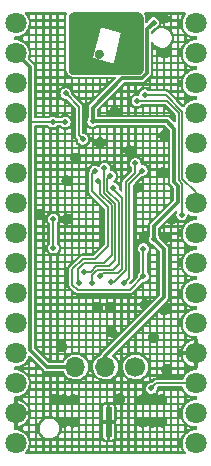
<source format=gbr>
%TF.GenerationSoftware,KiCad,Pcbnew,(6.0.4)*%
%TF.CreationDate,2022-05-03T13:51:14+02:00*%
%TF.ProjectId,nano_samc21e,6e616e6f-5f73-4616-9d63-3231652e6b69,rev?*%
%TF.SameCoordinates,Original*%
%TF.FileFunction,Copper,L2,Bot*%
%TF.FilePolarity,Positive*%
%FSLAX46Y46*%
G04 Gerber Fmt 4.6, Leading zero omitted, Abs format (unit mm)*
G04 Created by KiCad (PCBNEW (6.0.4)) date 2022-05-03 13:51:14*
%MOMM*%
%LPD*%
G01*
G04 APERTURE LIST*
%TA.AperFunction,EtchedComponent*%
%ADD10C,0.010000*%
%TD*%
%TA.AperFunction,SMDPad,CuDef*%
%ADD11R,0.500000X2.560000*%
%TD*%
%TA.AperFunction,ComponentPad*%
%ADD12C,0.500000*%
%TD*%
%TA.AperFunction,ComponentPad*%
%ADD13C,1.700000*%
%TD*%
%TA.AperFunction,ComponentPad*%
%ADD14O,1.700000X1.700000*%
%TD*%
%TA.AperFunction,ComponentPad*%
%ADD15C,1.800000*%
%TD*%
%TA.AperFunction,ViaPad*%
%ADD16C,0.500000*%
%TD*%
%TA.AperFunction,Conductor*%
%ADD17C,0.150000*%
%TD*%
%TA.AperFunction,Conductor*%
%ADD18C,0.300000*%
%TD*%
%TA.AperFunction,Conductor*%
%ADD19C,0.200000*%
%TD*%
G04 APERTURE END LIST*
%TO.C,FID1*%
G36*
X23712241Y-18736018D02*
G01*
X23750287Y-18744793D01*
X23786887Y-18757942D01*
X23821703Y-18775308D01*
X23854396Y-18796734D01*
X23884627Y-18822063D01*
X23912056Y-18851139D01*
X23936346Y-18883804D01*
X23957156Y-18919901D01*
X23959204Y-18924220D01*
X23964816Y-18937946D01*
X23970657Y-18954458D01*
X23976219Y-18972175D01*
X23980994Y-18989516D01*
X23984474Y-19004902D01*
X23985363Y-19009921D01*
X23988019Y-19032816D01*
X23989132Y-19058241D01*
X23988718Y-19084350D01*
X23986794Y-19109294D01*
X23983375Y-19131225D01*
X23972516Y-19171064D01*
X23957296Y-19208646D01*
X23938001Y-19243683D01*
X23914912Y-19275899D01*
X23888313Y-19305020D01*
X23858487Y-19330770D01*
X23825716Y-19352876D01*
X23790284Y-19371060D01*
X23752472Y-19385050D01*
X23712564Y-19394569D01*
X23700825Y-19396199D01*
X23681207Y-19397703D01*
X23659533Y-19398284D01*
X23637519Y-19397943D01*
X23616885Y-19396681D01*
X23599347Y-19394499D01*
X23579225Y-19390369D01*
X23540948Y-19378773D01*
X23503820Y-19362639D01*
X23468724Y-19342319D01*
X23461160Y-19336940D01*
X23447051Y-19325473D01*
X23431736Y-19311633D01*
X23416282Y-19296485D01*
X23401761Y-19281091D01*
X23389239Y-19266515D01*
X23379788Y-19253822D01*
X23360444Y-19220905D01*
X23343892Y-19183594D01*
X23332003Y-19145049D01*
X23324801Y-19105673D01*
X23322308Y-19065868D01*
X23324549Y-19026037D01*
X23331546Y-18986583D01*
X23343323Y-18947909D01*
X23359902Y-18910417D01*
X23379655Y-18877170D01*
X23404113Y-18845427D01*
X23432141Y-18816989D01*
X23463380Y-18792141D01*
X23497470Y-18771166D01*
X23534053Y-18754349D01*
X23572771Y-18741972D01*
X23592822Y-18737506D01*
X23633170Y-18732218D01*
X23673089Y-18731774D01*
X23712241Y-18736018D01*
G37*
D10*
X23712241Y-18736018D02*
X23750287Y-18744793D01*
X23786887Y-18757942D01*
X23821703Y-18775308D01*
X23854396Y-18796734D01*
X23884627Y-18822063D01*
X23912056Y-18851139D01*
X23936346Y-18883804D01*
X23957156Y-18919901D01*
X23959204Y-18924220D01*
X23964816Y-18937946D01*
X23970657Y-18954458D01*
X23976219Y-18972175D01*
X23980994Y-18989516D01*
X23984474Y-19004902D01*
X23985363Y-19009921D01*
X23988019Y-19032816D01*
X23989132Y-19058241D01*
X23988718Y-19084350D01*
X23986794Y-19109294D01*
X23983375Y-19131225D01*
X23972516Y-19171064D01*
X23957296Y-19208646D01*
X23938001Y-19243683D01*
X23914912Y-19275899D01*
X23888313Y-19305020D01*
X23858487Y-19330770D01*
X23825716Y-19352876D01*
X23790284Y-19371060D01*
X23752472Y-19385050D01*
X23712564Y-19394569D01*
X23700825Y-19396199D01*
X23681207Y-19397703D01*
X23659533Y-19398284D01*
X23637519Y-19397943D01*
X23616885Y-19396681D01*
X23599347Y-19394499D01*
X23579225Y-19390369D01*
X23540948Y-19378773D01*
X23503820Y-19362639D01*
X23468724Y-19342319D01*
X23461160Y-19336940D01*
X23447051Y-19325473D01*
X23431736Y-19311633D01*
X23416282Y-19296485D01*
X23401761Y-19281091D01*
X23389239Y-19266515D01*
X23379788Y-19253822D01*
X23360444Y-19220905D01*
X23343892Y-19183594D01*
X23332003Y-19145049D01*
X23324801Y-19105673D01*
X23322308Y-19065868D01*
X23324549Y-19026037D01*
X23331546Y-18986583D01*
X23343323Y-18947909D01*
X23359902Y-18910417D01*
X23379655Y-18877170D01*
X23404113Y-18845427D01*
X23432141Y-18816989D01*
X23463380Y-18792141D01*
X23497470Y-18771166D01*
X23534053Y-18754349D01*
X23572771Y-18741972D01*
X23592822Y-18737506D01*
X23633170Y-18732218D01*
X23673089Y-18731774D01*
X23712241Y-18736018D01*
G36*
X27389170Y-17332607D02*
G01*
X27389210Y-17419193D01*
X27389245Y-17506969D01*
X27389276Y-17595794D01*
X27389302Y-17685525D01*
X27389324Y-17776019D01*
X27389342Y-17867134D01*
X27389354Y-17958727D01*
X27389363Y-18050656D01*
X27389367Y-18142778D01*
X27389366Y-18234951D01*
X27389361Y-18327033D01*
X27389351Y-18418879D01*
X27389337Y-18510350D01*
X27389318Y-18601300D01*
X27389295Y-18691589D01*
X27389268Y-18781074D01*
X27389236Y-18869611D01*
X27389199Y-18957059D01*
X27389158Y-19043275D01*
X27389112Y-19128117D01*
X27389062Y-19211442D01*
X27389008Y-19293107D01*
X27388949Y-19372970D01*
X27388885Y-19450889D01*
X27388817Y-19526720D01*
X27388744Y-19600322D01*
X27388667Y-19671552D01*
X27388586Y-19740267D01*
X27388500Y-19806326D01*
X27388409Y-19869584D01*
X27388314Y-19929900D01*
X27388215Y-19987132D01*
X27388111Y-20041136D01*
X27388002Y-20091770D01*
X27387889Y-20138893D01*
X27387772Y-20182360D01*
X27387650Y-20222030D01*
X27387523Y-20257760D01*
X27387392Y-20289408D01*
X27387257Y-20316831D01*
X27387117Y-20339887D01*
X27386972Y-20358433D01*
X27386824Y-20372326D01*
X27386670Y-20381424D01*
X27386512Y-20385585D01*
X27381483Y-20422560D01*
X27370766Y-20469313D01*
X27355425Y-20514031D01*
X27335525Y-20556580D01*
X27311131Y-20596827D01*
X27282308Y-20634635D01*
X27249122Y-20669872D01*
X27229087Y-20688136D01*
X27201287Y-20710122D01*
X27171836Y-20729391D01*
X27139024Y-20747142D01*
X27104194Y-20762919D01*
X27066009Y-20776475D01*
X27026916Y-20786267D01*
X26985354Y-20792759D01*
X26983420Y-20792829D01*
X26976439Y-20792924D01*
X26964551Y-20793017D01*
X26947857Y-20793108D01*
X26926456Y-20793197D01*
X26900450Y-20793283D01*
X26869938Y-20793368D01*
X26835021Y-20793450D01*
X26795799Y-20793529D01*
X26752374Y-20793607D01*
X26704844Y-20793682D01*
X26653310Y-20793754D01*
X26597874Y-20793823D01*
X26538635Y-20793890D01*
X26475693Y-20793954D01*
X26409150Y-20794015D01*
X26339104Y-20794074D01*
X26265658Y-20794129D01*
X26188911Y-20794181D01*
X26108963Y-20794231D01*
X26025916Y-20794277D01*
X25939869Y-20794319D01*
X25850922Y-20794359D01*
X25759177Y-20794395D01*
X25664733Y-20794428D01*
X25567691Y-20794457D01*
X25468151Y-20794483D01*
X25366214Y-20794505D01*
X25261980Y-20794524D01*
X25155549Y-20794539D01*
X25047023Y-20794550D01*
X24936500Y-20794557D01*
X24824082Y-20794560D01*
X24709869Y-20794559D01*
X24593961Y-20794554D01*
X24476459Y-20794545D01*
X24357464Y-20794532D01*
X24237074Y-20794515D01*
X24206598Y-20794510D01*
X24065149Y-20794486D01*
X23928673Y-20794463D01*
X23797081Y-20794439D01*
X23670285Y-20794414D01*
X23548195Y-20794389D01*
X23430724Y-20794363D01*
X23317782Y-20794336D01*
X23209282Y-20794308D01*
X23105134Y-20794279D01*
X23005249Y-20794249D01*
X22909540Y-20794217D01*
X22817917Y-20794183D01*
X22730292Y-20794148D01*
X22646577Y-20794110D01*
X22566682Y-20794071D01*
X22490519Y-20794029D01*
X22418000Y-20793985D01*
X22349036Y-20793939D01*
X22283538Y-20793890D01*
X22221418Y-20793838D01*
X22162586Y-20793783D01*
X22106955Y-20793725D01*
X22054436Y-20793664D01*
X22004940Y-20793599D01*
X21958379Y-20793531D01*
X21914664Y-20793460D01*
X21873706Y-20793384D01*
X21835416Y-20793305D01*
X21799707Y-20793221D01*
X21766490Y-20793134D01*
X21735675Y-20793042D01*
X21707175Y-20792945D01*
X21680900Y-20792844D01*
X21656762Y-20792738D01*
X21634673Y-20792627D01*
X21614543Y-20792511D01*
X21596285Y-20792389D01*
X21579810Y-20792263D01*
X21565028Y-20792131D01*
X21551852Y-20791993D01*
X21540192Y-20791849D01*
X21529961Y-20791699D01*
X21521069Y-20791544D01*
X21513428Y-20791382D01*
X21506950Y-20791214D01*
X21501545Y-20791039D01*
X21497125Y-20790857D01*
X21493602Y-20790669D01*
X21490886Y-20790474D01*
X21488890Y-20790272D01*
X21487524Y-20790062D01*
X21451359Y-20781848D01*
X21408965Y-20768957D01*
X21369618Y-20752978D01*
X21332559Y-20733593D01*
X21297025Y-20710484D01*
X21295813Y-20709614D01*
X21258726Y-20679813D01*
X21225392Y-20646623D01*
X21195882Y-20610152D01*
X21170266Y-20570510D01*
X21148615Y-20527807D01*
X21131001Y-20482151D01*
X21117494Y-20433652D01*
X21111674Y-20408252D01*
X21111304Y-19397678D01*
X23074525Y-19397678D01*
X23074795Y-19397777D01*
X23078817Y-19398954D01*
X23087513Y-19401410D01*
X23100714Y-19405097D01*
X23118248Y-19409968D01*
X23139944Y-19415978D01*
X23165631Y-19423077D01*
X23195138Y-19431220D01*
X23228294Y-19440359D01*
X23264927Y-19450447D01*
X23304866Y-19461438D01*
X23347940Y-19473283D01*
X23393979Y-19485937D01*
X23442810Y-19499351D01*
X23494263Y-19513480D01*
X23548167Y-19528275D01*
X23604350Y-19543690D01*
X23662642Y-19559678D01*
X23722870Y-19576192D01*
X23784865Y-19593184D01*
X23848455Y-19610608D01*
X23913468Y-19628416D01*
X23979734Y-19646562D01*
X23986798Y-19648496D01*
X24066839Y-19670411D01*
X24142137Y-19691027D01*
X24212837Y-19710385D01*
X24279081Y-19728522D01*
X24341016Y-19745479D01*
X24398784Y-19761295D01*
X24452530Y-19776009D01*
X24502399Y-19789660D01*
X24548534Y-19802288D01*
X24591081Y-19813932D01*
X24630183Y-19824632D01*
X24665984Y-19834426D01*
X24698629Y-19843354D01*
X24728262Y-19851456D01*
X24755028Y-19858770D01*
X24779070Y-19865336D01*
X24800533Y-19871194D01*
X24819561Y-19876382D01*
X24836298Y-19880940D01*
X24850890Y-19884907D01*
X24863479Y-19888323D01*
X24874210Y-19891226D01*
X24883228Y-19893657D01*
X24890677Y-19895654D01*
X24896700Y-19897258D01*
X24901443Y-19898506D01*
X24905050Y-19899438D01*
X24907664Y-19900095D01*
X24909431Y-19900514D01*
X24910494Y-19900736D01*
X24910997Y-19900800D01*
X24911086Y-19900744D01*
X24910904Y-19900609D01*
X24910595Y-19900434D01*
X24910304Y-19900257D01*
X24910174Y-19900119D01*
X24910176Y-19900111D01*
X24910813Y-19897377D01*
X24912592Y-19889851D01*
X24915478Y-19877674D01*
X24919437Y-19860988D01*
X24924436Y-19839936D01*
X24930440Y-19814660D01*
X24937417Y-19785303D01*
X24945331Y-19752006D01*
X24954150Y-19714911D01*
X24963840Y-19674162D01*
X24974366Y-19629899D01*
X24985695Y-19582266D01*
X24997792Y-19531405D01*
X25010625Y-19477457D01*
X25024159Y-19420566D01*
X25038361Y-19360872D01*
X25053196Y-19298520D01*
X25068631Y-19233650D01*
X25084632Y-19166405D01*
X25101165Y-19096927D01*
X25118196Y-19025358D01*
X25135692Y-18951842D01*
X25153618Y-18876519D01*
X25171941Y-18799532D01*
X25190628Y-18721024D01*
X25209643Y-18641136D01*
X25228953Y-18560011D01*
X25229858Y-18556208D01*
X25249153Y-18475134D01*
X25268143Y-18395301D01*
X25286796Y-18316851D01*
X25305078Y-18239927D01*
X25322956Y-18164671D01*
X25340395Y-18091225D01*
X25357362Y-18019732D01*
X25373824Y-17950334D01*
X25389747Y-17883173D01*
X25405097Y-17818392D01*
X25419840Y-17756132D01*
X25433944Y-17696537D01*
X25447373Y-17639749D01*
X25460096Y-17585910D01*
X25472077Y-17535162D01*
X25483284Y-17487647D01*
X25493683Y-17443509D01*
X25503239Y-17402888D01*
X25511921Y-17365929D01*
X25519693Y-17332772D01*
X25526522Y-17303560D01*
X25532376Y-17278436D01*
X25537219Y-17257542D01*
X25541018Y-17241020D01*
X25543740Y-17229012D01*
X25545352Y-17221662D01*
X25545818Y-17219110D01*
X25543714Y-17218455D01*
X25536875Y-17216501D01*
X25525467Y-17213302D01*
X25509664Y-17208905D01*
X25489641Y-17203359D01*
X25465573Y-17196711D01*
X25437634Y-17189010D01*
X25405998Y-17180302D01*
X25370840Y-17170637D01*
X25332334Y-17160061D01*
X25290656Y-17148624D01*
X25245979Y-17136371D01*
X25198478Y-17123353D01*
X25148328Y-17109615D01*
X25095702Y-17095207D01*
X25040777Y-17080176D01*
X24983725Y-17064571D01*
X24924722Y-17048437D01*
X24863941Y-17031825D01*
X24801559Y-17014781D01*
X24737748Y-16997354D01*
X24672684Y-16979591D01*
X24617274Y-16964466D01*
X24552958Y-16946910D01*
X24489946Y-16929710D01*
X24428419Y-16912915D01*
X24368555Y-16896573D01*
X24310534Y-16880735D01*
X24254538Y-16865448D01*
X24200745Y-16850763D01*
X24149334Y-16836728D01*
X24100487Y-16823392D01*
X24054383Y-16810805D01*
X24011202Y-16799016D01*
X23971123Y-16788073D01*
X23934326Y-16778026D01*
X23900991Y-16768924D01*
X23871299Y-16760816D01*
X23845428Y-16753750D01*
X23823559Y-16747777D01*
X23805871Y-16742946D01*
X23792544Y-16739304D01*
X23783759Y-16736902D01*
X23779694Y-16735789D01*
X23757924Y-16729792D01*
X23415505Y-18063016D01*
X23414547Y-18066745D01*
X23393820Y-18147461D01*
X23373417Y-18226940D01*
X23353374Y-18305041D01*
X23333728Y-18381622D01*
X23314514Y-18456542D01*
X23295769Y-18529658D01*
X23277530Y-18600830D01*
X23259831Y-18669915D01*
X23242710Y-18736773D01*
X23226202Y-18801260D01*
X23210344Y-18863236D01*
X23195172Y-18922558D01*
X23180723Y-18979086D01*
X23167031Y-19032677D01*
X23154134Y-19083190D01*
X23142068Y-19130484D01*
X23130869Y-19174415D01*
X23120574Y-19214844D01*
X23111217Y-19251627D01*
X23102836Y-19284624D01*
X23095467Y-19313693D01*
X23089146Y-19338692D01*
X23083908Y-19359479D01*
X23079791Y-19375913D01*
X23076831Y-19387852D01*
X23075064Y-19395154D01*
X23074525Y-19397678D01*
X21111304Y-19397678D01*
X21110863Y-18190832D01*
X21110853Y-18164812D01*
X21110806Y-18028815D01*
X21110764Y-17897820D01*
X21110728Y-17771760D01*
X21110698Y-17650571D01*
X21110673Y-17534187D01*
X21110655Y-17422542D01*
X21110642Y-17315569D01*
X21110635Y-17213204D01*
X21110634Y-17115380D01*
X21110640Y-17022032D01*
X21110651Y-16933094D01*
X21110668Y-16848500D01*
X21110692Y-16768185D01*
X21110722Y-16692082D01*
X21110759Y-16620126D01*
X21110802Y-16552251D01*
X21110851Y-16488391D01*
X21110907Y-16428481D01*
X21110969Y-16372455D01*
X21111039Y-16320246D01*
X21111115Y-16271790D01*
X21111197Y-16227020D01*
X21111287Y-16185871D01*
X21111383Y-16148277D01*
X21111487Y-16114172D01*
X21111597Y-16083490D01*
X21111715Y-16056166D01*
X21111840Y-16032133D01*
X21111972Y-16011327D01*
X21112111Y-15993681D01*
X21112257Y-15979129D01*
X21112411Y-15967606D01*
X21112573Y-15959046D01*
X21112742Y-15953383D01*
X21112918Y-15950552D01*
X21116236Y-15928245D01*
X21124833Y-15889389D01*
X21137120Y-15851474D01*
X21153553Y-15812953D01*
X21175761Y-15771714D01*
X21202159Y-15732932D01*
X21232150Y-15697487D01*
X21265473Y-15665562D01*
X21301861Y-15637342D01*
X21341052Y-15613009D01*
X21382779Y-15592747D01*
X21426780Y-15576739D01*
X21472790Y-15565169D01*
X21520544Y-15558220D01*
X21521664Y-15558160D01*
X21527835Y-15558021D01*
X21538902Y-15557887D01*
X21554738Y-15557756D01*
X21575213Y-15557629D01*
X21600200Y-15557505D01*
X21629571Y-15557385D01*
X21663198Y-15557268D01*
X21700954Y-15557156D01*
X21742710Y-15557046D01*
X21788339Y-15556941D01*
X21837713Y-15556839D01*
X21890703Y-15556740D01*
X21947182Y-15556646D01*
X22007022Y-15556554D01*
X22070095Y-15556467D01*
X22136274Y-15556383D01*
X22205429Y-15556302D01*
X22277434Y-15556225D01*
X22352161Y-15556152D01*
X22429481Y-15556083D01*
X22509267Y-15556017D01*
X22591391Y-15555954D01*
X22675725Y-15555895D01*
X22762141Y-15555840D01*
X22850511Y-15555788D01*
X22940707Y-15555740D01*
X23032602Y-15555696D01*
X23126067Y-15555655D01*
X23220974Y-15555618D01*
X23317197Y-15555584D01*
X23414606Y-15555554D01*
X23513074Y-15555527D01*
X23612473Y-15555504D01*
X23712675Y-15555485D01*
X23813553Y-15555469D01*
X23914977Y-15555456D01*
X24016822Y-15555448D01*
X24118957Y-15555443D01*
X24221257Y-15555441D01*
X24323592Y-15555443D01*
X24425835Y-15555448D01*
X24527858Y-15555458D01*
X24629532Y-15555470D01*
X24730732Y-15555486D01*
X24831327Y-15555506D01*
X24931191Y-15555529D01*
X25030195Y-15555556D01*
X25128212Y-15555587D01*
X25225114Y-15555621D01*
X25320772Y-15555658D01*
X25415060Y-15555699D01*
X25507848Y-15555744D01*
X25599009Y-15555792D01*
X25688416Y-15555844D01*
X25775940Y-15555899D01*
X25861454Y-15555958D01*
X25944829Y-15556020D01*
X26025938Y-15556086D01*
X26104652Y-15556155D01*
X26180845Y-15556228D01*
X26254387Y-15556305D01*
X26325152Y-15556385D01*
X26393010Y-15556468D01*
X26457835Y-15556555D01*
X26519499Y-15556646D01*
X26577873Y-15556740D01*
X26632829Y-15556838D01*
X26684240Y-15556939D01*
X26731978Y-15557044D01*
X26775915Y-15557152D01*
X26815923Y-15557264D01*
X26851875Y-15557379D01*
X26883641Y-15557498D01*
X26911095Y-15557620D01*
X26934108Y-15557746D01*
X26952553Y-15557875D01*
X26966302Y-15558008D01*
X26975226Y-15558144D01*
X26979198Y-15558284D01*
X27015016Y-15563134D01*
X27061757Y-15573787D01*
X27106578Y-15589082D01*
X27149283Y-15608924D01*
X27189674Y-15633218D01*
X27227555Y-15661870D01*
X27262728Y-15694784D01*
X27275244Y-15708301D01*
X27304874Y-15745382D01*
X27330202Y-15785071D01*
X27351128Y-15827152D01*
X27367554Y-15871411D01*
X27379381Y-15917631D01*
X27386512Y-15965598D01*
X27386558Y-15966282D01*
X27386715Y-15971879D01*
X27386867Y-15982373D01*
X27387015Y-15997621D01*
X27387158Y-16017481D01*
X27387296Y-16041809D01*
X27387431Y-16070464D01*
X27387560Y-16103302D01*
X27387685Y-16140182D01*
X27387806Y-16180960D01*
X27387922Y-16225495D01*
X27388034Y-16273644D01*
X27388141Y-16325263D01*
X27388244Y-16380212D01*
X27388342Y-16438347D01*
X27388436Y-16499525D01*
X27388525Y-16563604D01*
X27388610Y-16630442D01*
X27388690Y-16699897D01*
X27388766Y-16771824D01*
X27388837Y-16846083D01*
X27388904Y-16922530D01*
X27388966Y-17001024D01*
X27389024Y-17081421D01*
X27389077Y-17163578D01*
X27389110Y-17219110D01*
X27389126Y-17247355D01*
X27389170Y-17332607D01*
G37*
X27389170Y-17332607D02*
X27389210Y-17419193D01*
X27389245Y-17506969D01*
X27389276Y-17595794D01*
X27389302Y-17685525D01*
X27389324Y-17776019D01*
X27389342Y-17867134D01*
X27389354Y-17958727D01*
X27389363Y-18050656D01*
X27389367Y-18142778D01*
X27389366Y-18234951D01*
X27389361Y-18327033D01*
X27389351Y-18418879D01*
X27389337Y-18510350D01*
X27389318Y-18601300D01*
X27389295Y-18691589D01*
X27389268Y-18781074D01*
X27389236Y-18869611D01*
X27389199Y-18957059D01*
X27389158Y-19043275D01*
X27389112Y-19128117D01*
X27389062Y-19211442D01*
X27389008Y-19293107D01*
X27388949Y-19372970D01*
X27388885Y-19450889D01*
X27388817Y-19526720D01*
X27388744Y-19600322D01*
X27388667Y-19671552D01*
X27388586Y-19740267D01*
X27388500Y-19806326D01*
X27388409Y-19869584D01*
X27388314Y-19929900D01*
X27388215Y-19987132D01*
X27388111Y-20041136D01*
X27388002Y-20091770D01*
X27387889Y-20138893D01*
X27387772Y-20182360D01*
X27387650Y-20222030D01*
X27387523Y-20257760D01*
X27387392Y-20289408D01*
X27387257Y-20316831D01*
X27387117Y-20339887D01*
X27386972Y-20358433D01*
X27386824Y-20372326D01*
X27386670Y-20381424D01*
X27386512Y-20385585D01*
X27381483Y-20422560D01*
X27370766Y-20469313D01*
X27355425Y-20514031D01*
X27335525Y-20556580D01*
X27311131Y-20596827D01*
X27282308Y-20634635D01*
X27249122Y-20669872D01*
X27229087Y-20688136D01*
X27201287Y-20710122D01*
X27171836Y-20729391D01*
X27139024Y-20747142D01*
X27104194Y-20762919D01*
X27066009Y-20776475D01*
X27026916Y-20786267D01*
X26985354Y-20792759D01*
X26983420Y-20792829D01*
X26976439Y-20792924D01*
X26964551Y-20793017D01*
X26947857Y-20793108D01*
X26926456Y-20793197D01*
X26900450Y-20793283D01*
X26869938Y-20793368D01*
X26835021Y-20793450D01*
X26795799Y-20793529D01*
X26752374Y-20793607D01*
X26704844Y-20793682D01*
X26653310Y-20793754D01*
X26597874Y-20793823D01*
X26538635Y-20793890D01*
X26475693Y-20793954D01*
X26409150Y-20794015D01*
X26339104Y-20794074D01*
X26265658Y-20794129D01*
X26188911Y-20794181D01*
X26108963Y-20794231D01*
X26025916Y-20794277D01*
X25939869Y-20794319D01*
X25850922Y-20794359D01*
X25759177Y-20794395D01*
X25664733Y-20794428D01*
X25567691Y-20794457D01*
X25468151Y-20794483D01*
X25366214Y-20794505D01*
X25261980Y-20794524D01*
X25155549Y-20794539D01*
X25047023Y-20794550D01*
X24936500Y-20794557D01*
X24824082Y-20794560D01*
X24709869Y-20794559D01*
X24593961Y-20794554D01*
X24476459Y-20794545D01*
X24357464Y-20794532D01*
X24237074Y-20794515D01*
X24206598Y-20794510D01*
X24065149Y-20794486D01*
X23928673Y-20794463D01*
X23797081Y-20794439D01*
X23670285Y-20794414D01*
X23548195Y-20794389D01*
X23430724Y-20794363D01*
X23317782Y-20794336D01*
X23209282Y-20794308D01*
X23105134Y-20794279D01*
X23005249Y-20794249D01*
X22909540Y-20794217D01*
X22817917Y-20794183D01*
X22730292Y-20794148D01*
X22646577Y-20794110D01*
X22566682Y-20794071D01*
X22490519Y-20794029D01*
X22418000Y-20793985D01*
X22349036Y-20793939D01*
X22283538Y-20793890D01*
X22221418Y-20793838D01*
X22162586Y-20793783D01*
X22106955Y-20793725D01*
X22054436Y-20793664D01*
X22004940Y-20793599D01*
X21958379Y-20793531D01*
X21914664Y-20793460D01*
X21873706Y-20793384D01*
X21835416Y-20793305D01*
X21799707Y-20793221D01*
X21766490Y-20793134D01*
X21735675Y-20793042D01*
X21707175Y-20792945D01*
X21680900Y-20792844D01*
X21656762Y-20792738D01*
X21634673Y-20792627D01*
X21614543Y-20792511D01*
X21596285Y-20792389D01*
X21579810Y-20792263D01*
X21565028Y-20792131D01*
X21551852Y-20791993D01*
X21540192Y-20791849D01*
X21529961Y-20791699D01*
X21521069Y-20791544D01*
X21513428Y-20791382D01*
X21506950Y-20791214D01*
X21501545Y-20791039D01*
X21497125Y-20790857D01*
X21493602Y-20790669D01*
X21490886Y-20790474D01*
X21488890Y-20790272D01*
X21487524Y-20790062D01*
X21451359Y-20781848D01*
X21408965Y-20768957D01*
X21369618Y-20752978D01*
X21332559Y-20733593D01*
X21297025Y-20710484D01*
X21295813Y-20709614D01*
X21258726Y-20679813D01*
X21225392Y-20646623D01*
X21195882Y-20610152D01*
X21170266Y-20570510D01*
X21148615Y-20527807D01*
X21131001Y-20482151D01*
X21117494Y-20433652D01*
X21111674Y-20408252D01*
X21111304Y-19397678D01*
X23074525Y-19397678D01*
X23074795Y-19397777D01*
X23078817Y-19398954D01*
X23087513Y-19401410D01*
X23100714Y-19405097D01*
X23118248Y-19409968D01*
X23139944Y-19415978D01*
X23165631Y-19423077D01*
X23195138Y-19431220D01*
X23228294Y-19440359D01*
X23264927Y-19450447D01*
X23304866Y-19461438D01*
X23347940Y-19473283D01*
X23393979Y-19485937D01*
X23442810Y-19499351D01*
X23494263Y-19513480D01*
X23548167Y-19528275D01*
X23604350Y-19543690D01*
X23662642Y-19559678D01*
X23722870Y-19576192D01*
X23784865Y-19593184D01*
X23848455Y-19610608D01*
X23913468Y-19628416D01*
X23979734Y-19646562D01*
X23986798Y-19648496D01*
X24066839Y-19670411D01*
X24142137Y-19691027D01*
X24212837Y-19710385D01*
X24279081Y-19728522D01*
X24341016Y-19745479D01*
X24398784Y-19761295D01*
X24452530Y-19776009D01*
X24502399Y-19789660D01*
X24548534Y-19802288D01*
X24591081Y-19813932D01*
X24630183Y-19824632D01*
X24665984Y-19834426D01*
X24698629Y-19843354D01*
X24728262Y-19851456D01*
X24755028Y-19858770D01*
X24779070Y-19865336D01*
X24800533Y-19871194D01*
X24819561Y-19876382D01*
X24836298Y-19880940D01*
X24850890Y-19884907D01*
X24863479Y-19888323D01*
X24874210Y-19891226D01*
X24883228Y-19893657D01*
X24890677Y-19895654D01*
X24896700Y-19897258D01*
X24901443Y-19898506D01*
X24905050Y-19899438D01*
X24907664Y-19900095D01*
X24909431Y-19900514D01*
X24910494Y-19900736D01*
X24910997Y-19900800D01*
X24911086Y-19900744D01*
X24910904Y-19900609D01*
X24910595Y-19900434D01*
X24910304Y-19900257D01*
X24910174Y-19900119D01*
X24910176Y-19900111D01*
X24910813Y-19897377D01*
X24912592Y-19889851D01*
X24915478Y-19877674D01*
X24919437Y-19860988D01*
X24924436Y-19839936D01*
X24930440Y-19814660D01*
X24937417Y-19785303D01*
X24945331Y-19752006D01*
X24954150Y-19714911D01*
X24963840Y-19674162D01*
X24974366Y-19629899D01*
X24985695Y-19582266D01*
X24997792Y-19531405D01*
X25010625Y-19477457D01*
X25024159Y-19420566D01*
X25038361Y-19360872D01*
X25053196Y-19298520D01*
X25068631Y-19233650D01*
X25084632Y-19166405D01*
X25101165Y-19096927D01*
X25118196Y-19025358D01*
X25135692Y-18951842D01*
X25153618Y-18876519D01*
X25171941Y-18799532D01*
X25190628Y-18721024D01*
X25209643Y-18641136D01*
X25228953Y-18560011D01*
X25229858Y-18556208D01*
X25249153Y-18475134D01*
X25268143Y-18395301D01*
X25286796Y-18316851D01*
X25305078Y-18239927D01*
X25322956Y-18164671D01*
X25340395Y-18091225D01*
X25357362Y-18019732D01*
X25373824Y-17950334D01*
X25389747Y-17883173D01*
X25405097Y-17818392D01*
X25419840Y-17756132D01*
X25433944Y-17696537D01*
X25447373Y-17639749D01*
X25460096Y-17585910D01*
X25472077Y-17535162D01*
X25483284Y-17487647D01*
X25493683Y-17443509D01*
X25503239Y-17402888D01*
X25511921Y-17365929D01*
X25519693Y-17332772D01*
X25526522Y-17303560D01*
X25532376Y-17278436D01*
X25537219Y-17257542D01*
X25541018Y-17241020D01*
X25543740Y-17229012D01*
X25545352Y-17221662D01*
X25545818Y-17219110D01*
X25543714Y-17218455D01*
X25536875Y-17216501D01*
X25525467Y-17213302D01*
X25509664Y-17208905D01*
X25489641Y-17203359D01*
X25465573Y-17196711D01*
X25437634Y-17189010D01*
X25405998Y-17180302D01*
X25370840Y-17170637D01*
X25332334Y-17160061D01*
X25290656Y-17148624D01*
X25245979Y-17136371D01*
X25198478Y-17123353D01*
X25148328Y-17109615D01*
X25095702Y-17095207D01*
X25040777Y-17080176D01*
X24983725Y-17064571D01*
X24924722Y-17048437D01*
X24863941Y-17031825D01*
X24801559Y-17014781D01*
X24737748Y-16997354D01*
X24672684Y-16979591D01*
X24617274Y-16964466D01*
X24552958Y-16946910D01*
X24489946Y-16929710D01*
X24428419Y-16912915D01*
X24368555Y-16896573D01*
X24310534Y-16880735D01*
X24254538Y-16865448D01*
X24200745Y-16850763D01*
X24149334Y-16836728D01*
X24100487Y-16823392D01*
X24054383Y-16810805D01*
X24011202Y-16799016D01*
X23971123Y-16788073D01*
X23934326Y-16778026D01*
X23900991Y-16768924D01*
X23871299Y-16760816D01*
X23845428Y-16753750D01*
X23823559Y-16747777D01*
X23805871Y-16742946D01*
X23792544Y-16739304D01*
X23783759Y-16736902D01*
X23779694Y-16735789D01*
X23757924Y-16729792D01*
X23415505Y-18063016D01*
X23414547Y-18066745D01*
X23393820Y-18147461D01*
X23373417Y-18226940D01*
X23353374Y-18305041D01*
X23333728Y-18381622D01*
X23314514Y-18456542D01*
X23295769Y-18529658D01*
X23277530Y-18600830D01*
X23259831Y-18669915D01*
X23242710Y-18736773D01*
X23226202Y-18801260D01*
X23210344Y-18863236D01*
X23195172Y-18922558D01*
X23180723Y-18979086D01*
X23167031Y-19032677D01*
X23154134Y-19083190D01*
X23142068Y-19130484D01*
X23130869Y-19174415D01*
X23120574Y-19214844D01*
X23111217Y-19251627D01*
X23102836Y-19284624D01*
X23095467Y-19313693D01*
X23089146Y-19338692D01*
X23083908Y-19359479D01*
X23079791Y-19375913D01*
X23076831Y-19387852D01*
X23075064Y-19395154D01*
X23074525Y-19397678D01*
X21111304Y-19397678D01*
X21110863Y-18190832D01*
X21110853Y-18164812D01*
X21110806Y-18028815D01*
X21110764Y-17897820D01*
X21110728Y-17771760D01*
X21110698Y-17650571D01*
X21110673Y-17534187D01*
X21110655Y-17422542D01*
X21110642Y-17315569D01*
X21110635Y-17213204D01*
X21110634Y-17115380D01*
X21110640Y-17022032D01*
X21110651Y-16933094D01*
X21110668Y-16848500D01*
X21110692Y-16768185D01*
X21110722Y-16692082D01*
X21110759Y-16620126D01*
X21110802Y-16552251D01*
X21110851Y-16488391D01*
X21110907Y-16428481D01*
X21110969Y-16372455D01*
X21111039Y-16320246D01*
X21111115Y-16271790D01*
X21111197Y-16227020D01*
X21111287Y-16185871D01*
X21111383Y-16148277D01*
X21111487Y-16114172D01*
X21111597Y-16083490D01*
X21111715Y-16056166D01*
X21111840Y-16032133D01*
X21111972Y-16011327D01*
X21112111Y-15993681D01*
X21112257Y-15979129D01*
X21112411Y-15967606D01*
X21112573Y-15959046D01*
X21112742Y-15953383D01*
X21112918Y-15950552D01*
X21116236Y-15928245D01*
X21124833Y-15889389D01*
X21137120Y-15851474D01*
X21153553Y-15812953D01*
X21175761Y-15771714D01*
X21202159Y-15732932D01*
X21232150Y-15697487D01*
X21265473Y-15665562D01*
X21301861Y-15637342D01*
X21341052Y-15613009D01*
X21382779Y-15592747D01*
X21426780Y-15576739D01*
X21472790Y-15565169D01*
X21520544Y-15558220D01*
X21521664Y-15558160D01*
X21527835Y-15558021D01*
X21538902Y-15557887D01*
X21554738Y-15557756D01*
X21575213Y-15557629D01*
X21600200Y-15557505D01*
X21629571Y-15557385D01*
X21663198Y-15557268D01*
X21700954Y-15557156D01*
X21742710Y-15557046D01*
X21788339Y-15556941D01*
X21837713Y-15556839D01*
X21890703Y-15556740D01*
X21947182Y-15556646D01*
X22007022Y-15556554D01*
X22070095Y-15556467D01*
X22136274Y-15556383D01*
X22205429Y-15556302D01*
X22277434Y-15556225D01*
X22352161Y-15556152D01*
X22429481Y-15556083D01*
X22509267Y-15556017D01*
X22591391Y-15555954D01*
X22675725Y-15555895D01*
X22762141Y-15555840D01*
X22850511Y-15555788D01*
X22940707Y-15555740D01*
X23032602Y-15555696D01*
X23126067Y-15555655D01*
X23220974Y-15555618D01*
X23317197Y-15555584D01*
X23414606Y-15555554D01*
X23513074Y-15555527D01*
X23612473Y-15555504D01*
X23712675Y-15555485D01*
X23813553Y-15555469D01*
X23914977Y-15555456D01*
X24016822Y-15555448D01*
X24118957Y-15555443D01*
X24221257Y-15555441D01*
X24323592Y-15555443D01*
X24425835Y-15555448D01*
X24527858Y-15555458D01*
X24629532Y-15555470D01*
X24730732Y-15555486D01*
X24831327Y-15555506D01*
X24931191Y-15555529D01*
X25030195Y-15555556D01*
X25128212Y-15555587D01*
X25225114Y-15555621D01*
X25320772Y-15555658D01*
X25415060Y-15555699D01*
X25507848Y-15555744D01*
X25599009Y-15555792D01*
X25688416Y-15555844D01*
X25775940Y-15555899D01*
X25861454Y-15555958D01*
X25944829Y-15556020D01*
X26025938Y-15556086D01*
X26104652Y-15556155D01*
X26180845Y-15556228D01*
X26254387Y-15556305D01*
X26325152Y-15556385D01*
X26393010Y-15556468D01*
X26457835Y-15556555D01*
X26519499Y-15556646D01*
X26577873Y-15556740D01*
X26632829Y-15556838D01*
X26684240Y-15556939D01*
X26731978Y-15557044D01*
X26775915Y-15557152D01*
X26815923Y-15557264D01*
X26851875Y-15557379D01*
X26883641Y-15557498D01*
X26911095Y-15557620D01*
X26934108Y-15557746D01*
X26952553Y-15557875D01*
X26966302Y-15558008D01*
X26975226Y-15558144D01*
X26979198Y-15558284D01*
X27015016Y-15563134D01*
X27061757Y-15573787D01*
X27106578Y-15589082D01*
X27149283Y-15608924D01*
X27189674Y-15633218D01*
X27227555Y-15661870D01*
X27262728Y-15694784D01*
X27275244Y-15708301D01*
X27304874Y-15745382D01*
X27330202Y-15785071D01*
X27351128Y-15827152D01*
X27367554Y-15871411D01*
X27379381Y-15917631D01*
X27386512Y-15965598D01*
X27386558Y-15966282D01*
X27386715Y-15971879D01*
X27386867Y-15982373D01*
X27387015Y-15997621D01*
X27387158Y-16017481D01*
X27387296Y-16041809D01*
X27387431Y-16070464D01*
X27387560Y-16103302D01*
X27387685Y-16140182D01*
X27387806Y-16180960D01*
X27387922Y-16225495D01*
X27388034Y-16273644D01*
X27388141Y-16325263D01*
X27388244Y-16380212D01*
X27388342Y-16438347D01*
X27388436Y-16499525D01*
X27388525Y-16563604D01*
X27388610Y-16630442D01*
X27388690Y-16699897D01*
X27388766Y-16771824D01*
X27388837Y-16846083D01*
X27388904Y-16922530D01*
X27388966Y-17001024D01*
X27389024Y-17081421D01*
X27389077Y-17163578D01*
X27389110Y-17219110D01*
X27389126Y-17247355D01*
X27389170Y-17332607D01*
%TD*%
D11*
%TO.P,U3,11,GND*%
%TO.N,GND*%
X24500000Y-50250000D03*
D12*
X24500000Y-51280000D03*
X24500000Y-49220000D03*
X24500000Y-50250000D03*
%TD*%
D13*
%TO.P,JP1,1,A*%
%TO.N,+5V*%
X26775000Y-45578400D03*
D14*
%TO.P,JP1,2,C*%
%TO.N,VCC*%
X24235000Y-45578400D03*
%TO.P,JP1,3,B*%
%TO.N,+3V3*%
X21695000Y-45578400D03*
%TD*%
D15*
%TO.P,J2,1,Pin_1*%
%TO.N,D1_TX*%
X31870000Y-52030000D03*
%TO.P,J2,2,Pin_2*%
%TO.N,D0_RX*%
X31870000Y-49490000D03*
%TO.P,J2,3,Pin_3*%
%TO.N,RST*%
X31870000Y-46950000D03*
%TO.P,J2,4,Pin_4*%
%TO.N,GND*%
X31870000Y-44410000D03*
%TO.P,J2,5,Pin_5*%
%TO.N,D2*%
X31870000Y-41870000D03*
%TO.P,J2,6,Pin_6*%
%TO.N,D3*%
X31870000Y-39330000D03*
%TO.P,J2,7,Pin_7*%
%TO.N,D4*%
X31870000Y-36790000D03*
%TO.P,J2,8,Pin_8*%
%TO.N,D5*%
X31870000Y-34250000D03*
%TO.P,J2,9,Pin_9*%
%TO.N,D6*%
X31870000Y-31710000D03*
%TO.P,J2,10,Pin_10*%
%TO.N,D7*%
X31870000Y-29170000D03*
%TO.P,J2,11,Pin_11*%
%TO.N,D8*%
X31870000Y-26630000D03*
%TO.P,J2,12,Pin_12*%
%TO.N,D9*%
X31870000Y-24090000D03*
%TO.P,J2,13,Pin_13*%
%TO.N,D10_SS*%
X31870000Y-21550000D03*
%TO.P,J2,14,Pin_14*%
%TO.N,D11_COPI*%
X31870000Y-19010000D03*
%TO.P,J2,15,Pin_15*%
%TO.N,D12_CIPO*%
X31870000Y-16470000D03*
%TO.P,J2,16,Pin_16*%
%TO.N,D13_SCK*%
X16630000Y-16470000D03*
%TO.P,J2,17,Pin_17*%
%TO.N,+3V3*%
X16630000Y-19010000D03*
%TO.P,J2,18,Pin_18*%
%TO.N,AREF*%
X16630000Y-21550000D03*
%TO.P,J2,19,Pin_19*%
%TO.N,A0*%
X16630000Y-24090000D03*
%TO.P,J2,20,Pin_20*%
%TO.N,A1*%
X16630000Y-26630000D03*
%TO.P,J2,21,Pin_21*%
%TO.N,A2*%
X16630000Y-29170000D03*
%TO.P,J2,22,Pin_22*%
%TO.N,A3*%
X16630000Y-31710000D03*
%TO.P,J2,23,Pin_23*%
%TO.N,A4_SDA*%
X16630000Y-34250000D03*
%TO.P,J2,24,Pin_24*%
%TO.N,A5_SCL*%
X16630000Y-36790000D03*
%TO.P,J2,25,Pin_25*%
%TO.N,A6*%
X16630000Y-39330000D03*
%TO.P,J2,26,Pin_26*%
%TO.N,A7*%
X16630000Y-41870000D03*
%TO.P,J2,27,Pin_27*%
%TO.N,+5V*%
X16630000Y-44410000D03*
%TO.P,J2,28,Pin_28*%
%TO.N,RST*%
X16630000Y-46950000D03*
%TO.P,J2,29,Pin_29*%
%TO.N,GND*%
X16630000Y-49490000D03*
%TO.P,J2,30,Pin_30*%
%TO.N,+12V*%
X16630000Y-52030000D03*
%TD*%
D16*
%TO.N,D13_SCK*%
X23600000Y-29800000D03*
X21990000Y-38450000D03*
%TO.N,+3V3*%
X20825000Y-24825000D03*
X19775000Y-24825000D03*
%TO.N,GND*%
X21500000Y-48350000D03*
X28300000Y-43075000D03*
X27600000Y-40300000D03*
X29200000Y-19000000D03*
X20700000Y-50250000D03*
X29000000Y-50250000D03*
X19900000Y-48350000D03*
X29250000Y-25950000D03*
X28975000Y-29150000D03*
X29200000Y-40700000D03*
X28200000Y-48350000D03*
X28200000Y-50250000D03*
X24675000Y-40525000D03*
X23550000Y-40565000D03*
X20550000Y-43865000D03*
X29250000Y-34650000D03*
X29400000Y-45775000D03*
X27550000Y-34550000D03*
X23775000Y-26550000D03*
X29850000Y-33050000D03*
X27400000Y-50250000D03*
X25400000Y-48275000D03*
X20950000Y-33050000D03*
X24775000Y-42625000D03*
X24975000Y-23975000D03*
X21725000Y-27925000D03*
X20975000Y-29825000D03*
X26850000Y-30400000D03*
X20700000Y-48350000D03*
X18650000Y-32650000D03*
X27400000Y-48350000D03*
X29150000Y-16050000D03*
X26250000Y-27250000D03*
X29000000Y-48350000D03*
X21500000Y-50250000D03*
%TO.N,D12_CIPO*%
X22400000Y-37500000D03*
X24150000Y-28750000D03*
%TO.N,D11_COPI*%
X24646778Y-29404415D03*
X23090000Y-38440000D03*
%TO.N,D7*%
X25800000Y-38470000D03*
X27350000Y-28950000D03*
%TO.N,D6*%
X27550000Y-22525000D03*
%TO.N,RST*%
X28100000Y-47400000D03*
X23350000Y-29000000D03*
X22325000Y-26300000D03*
X27450000Y-37900000D03*
X27450000Y-35550000D03*
X20875000Y-22425000D03*
%TO.N,SWDCLK*%
X26900000Y-23050000D03*
X30700000Y-32700000D03*
%TO.N,VCC*%
X23150000Y-24775000D03*
X28350000Y-34750000D03*
X28300000Y-16425000D03*
%TO.N,VAA*%
X19800000Y-33050000D03*
X19825000Y-35500000D03*
%TO.N,D10_SS*%
X23750000Y-37900000D03*
X24900000Y-30400000D03*
%TO.N,D8*%
X24720000Y-38400000D03*
X26750000Y-28350000D03*
%TD*%
D17*
%TO.N,D13_SCK*%
X22424520Y-36750480D02*
X21900000Y-37275000D01*
X23600000Y-29800000D02*
X23800959Y-30000959D01*
X23800959Y-30000959D02*
X23800959Y-30948128D01*
X23800959Y-30948128D02*
X24752400Y-31899572D01*
X21900000Y-38360000D02*
X21990000Y-38450000D01*
X24099520Y-36750480D02*
X22424520Y-36750480D01*
X24752400Y-36097600D02*
X24099520Y-36750480D01*
X21900000Y-37275000D02*
X21900000Y-38360000D01*
X24752400Y-31899572D02*
X24752400Y-36097600D01*
D18*
%TO.N,+3V3*%
X17829511Y-20209511D02*
X16630000Y-19010000D01*
D19*
X19775000Y-24825000D02*
X20825000Y-24825000D01*
D18*
X17829511Y-44129511D02*
X17829511Y-24795489D01*
X17829511Y-24795489D02*
X17829511Y-20209511D01*
D19*
X17859022Y-24825000D02*
X17829511Y-24795489D01*
D18*
X19278400Y-45578400D02*
X17829511Y-44129511D01*
D19*
X19775000Y-24825000D02*
X17859022Y-24825000D01*
D18*
X21695000Y-45578400D02*
X19278400Y-45578400D01*
%TO.N,GND*%
X16630000Y-49490000D02*
X16630000Y-50645000D01*
X16630000Y-49490000D02*
X16630000Y-48330000D01*
X31870000Y-44410000D02*
X31870000Y-43255000D01*
X16630000Y-49490000D02*
X17765000Y-49490000D01*
X31870000Y-44410000D02*
X31870000Y-45620000D01*
X31870000Y-44410000D02*
X30760000Y-44410000D01*
D17*
%TO.N,D12_CIPO*%
X24499040Y-37050960D02*
X25051920Y-36498080D01*
X24100480Y-30824065D02*
X24100480Y-29550000D01*
X25051920Y-31775506D02*
X24188207Y-30911793D01*
X22976414Y-37500000D02*
X23425455Y-37050960D01*
X23426415Y-37050000D02*
X23427375Y-37050960D01*
X22400000Y-37500000D02*
X22976414Y-37500000D01*
X23427375Y-37050960D02*
X24499040Y-37050960D01*
X24188207Y-30911793D02*
X24100480Y-30824065D01*
X25051920Y-32850000D02*
X25051920Y-31800000D01*
X25051920Y-36498080D02*
X25051920Y-34250000D01*
X25051920Y-31800000D02*
X25051920Y-31775506D01*
X23425455Y-37050960D02*
X23426415Y-37050000D01*
X24100480Y-28799520D02*
X24150000Y-28750000D01*
X24100480Y-29550000D02*
X24100480Y-28799520D01*
X25051920Y-34250000D02*
X25051920Y-32850000D01*
%TO.N,D11_COPI*%
X24849520Y-37350480D02*
X25351440Y-36848560D01*
X24700000Y-37350480D02*
X24849520Y-37350480D01*
X23074447Y-37825553D02*
X23549520Y-37350480D01*
X25351440Y-36848560D02*
X25351440Y-35500000D01*
X23074447Y-38439677D02*
X23074447Y-37825553D01*
X23549520Y-37350480D02*
X24700000Y-37350480D01*
X25351440Y-35500000D02*
X25351440Y-34000000D01*
X25351440Y-34000000D02*
X25351440Y-32800000D01*
X24400000Y-29651193D02*
X24646778Y-29404415D01*
X24400000Y-30700000D02*
X24400000Y-29651193D01*
X25351440Y-31651440D02*
X24400000Y-30700000D01*
X25351440Y-32800000D02*
X25351440Y-31651440D01*
%TO.N,D7*%
X26250000Y-38020000D02*
X25800000Y-38470000D01*
X26250000Y-30050000D02*
X26250000Y-38020000D01*
X27350000Y-28950000D02*
X26250000Y-30050000D01*
%TO.N,D6*%
X30745489Y-23970489D02*
X29350000Y-22575000D01*
X30745489Y-26550000D02*
X30745489Y-23970489D01*
X31870000Y-30770000D02*
X30745489Y-29645489D01*
X31870000Y-31710000D02*
X31870000Y-30820000D01*
X31870000Y-30820000D02*
X31870000Y-30770000D01*
X30745489Y-29645489D02*
X30745489Y-26550000D01*
X29350000Y-22575000D02*
X29300000Y-22525000D01*
X29300000Y-22525000D02*
X27550000Y-22525000D01*
%TO.N,RST*%
X22000000Y-25450000D02*
X22000000Y-25975000D01*
X22000000Y-25975000D02*
X22325000Y-26300000D01*
X26300000Y-39050000D02*
X21880000Y-39050000D01*
X27450000Y-35550000D02*
X27450000Y-37900000D01*
X28550000Y-46950000D02*
X31870000Y-46950000D01*
X28100000Y-47400000D02*
X28550000Y-46950000D01*
X24452880Y-35347120D02*
X24452880Y-32023636D01*
X23100000Y-29250000D02*
X23350000Y-29000000D01*
X23100000Y-30675000D02*
X23100000Y-29250000D01*
X24452880Y-32023636D02*
X23104244Y-30675000D01*
X22300454Y-36450960D02*
X23349040Y-36450960D01*
X23104244Y-30675000D02*
X23100000Y-30675000D01*
X21430000Y-37321414D02*
X22300454Y-36450960D01*
X21430000Y-38600000D02*
X21430000Y-37321414D01*
X20875000Y-22425000D02*
X22000000Y-23550000D01*
X22000000Y-23550000D02*
X22000000Y-25450000D01*
X27450000Y-37900000D02*
X26300000Y-39050000D01*
X21880000Y-39050000D02*
X21430000Y-38600000D01*
X23349040Y-36450960D02*
X24452880Y-35347120D01*
%TO.N,SWDCLK*%
X29700707Y-23349293D02*
X29401414Y-23050000D01*
X30445969Y-25995969D02*
X30445969Y-24625000D01*
X30745489Y-30069075D02*
X30445969Y-29769554D01*
X30445969Y-24094555D02*
X29700707Y-23349293D01*
X30445969Y-26650000D02*
X30445969Y-25995969D01*
X29401414Y-23050000D02*
X26900000Y-23050000D01*
X30445969Y-29769554D02*
X30445969Y-26650000D01*
X30700000Y-32700000D02*
X30745489Y-32654511D01*
X30745489Y-32654511D02*
X30745489Y-30069075D01*
X30445969Y-24625000D02*
X30445969Y-24094555D01*
D18*
%TO.N,VCC*%
X29175000Y-39675000D02*
X29175000Y-35575000D01*
X27725000Y-17000000D02*
X28300000Y-16425000D01*
X28350000Y-33675000D02*
X28350000Y-34750000D01*
X23150000Y-24775000D02*
X29425000Y-24775000D01*
X30071449Y-29924685D02*
X30370969Y-30224205D01*
X25675000Y-21100000D02*
X27300000Y-21100000D01*
X24235000Y-44615000D02*
X29175000Y-39675000D01*
X23150000Y-24775000D02*
X23150000Y-23625000D01*
X23150000Y-23625000D02*
X25675000Y-21100000D01*
X29425000Y-24775000D02*
X30071449Y-25421449D01*
X30370969Y-31654031D02*
X28350000Y-33675000D01*
X29175000Y-35575000D02*
X28350000Y-34750000D01*
X30370969Y-30224205D02*
X30370969Y-31654031D01*
X27300000Y-21100000D02*
X27725000Y-20675000D01*
X30071449Y-25421449D02*
X30071449Y-29924685D01*
X27725000Y-20675000D02*
X27725000Y-17000000D01*
X24235000Y-45578400D02*
X24235000Y-44615000D01*
D19*
%TO.N,VAA*%
X19825000Y-35500000D02*
X19825000Y-33075000D01*
X19825000Y-33075000D02*
X19800000Y-33050000D01*
D17*
%TO.N,D10_SS*%
X25650960Y-34200960D02*
X25650960Y-33150960D01*
X25650960Y-33150960D02*
X25650960Y-32050960D01*
X25650960Y-31250960D02*
X24900000Y-30500000D01*
X25650960Y-32050960D02*
X25650960Y-31350960D01*
X25650960Y-31350960D02*
X25650960Y-31250960D01*
X25276414Y-37650000D02*
X25650960Y-37275454D01*
X25650960Y-37275454D02*
X25650960Y-34200960D01*
X24000000Y-37650000D02*
X25276414Y-37650000D01*
X24900000Y-30500000D02*
X24900000Y-30400000D01*
X23750000Y-37900000D02*
X24000000Y-37650000D01*
%TO.N,D8*%
X24950000Y-38400000D02*
X24720000Y-38400000D01*
X25950480Y-29925934D02*
X25950480Y-37399520D01*
X26750000Y-29126414D02*
X25950480Y-29925934D01*
X26750000Y-28350000D02*
X26750000Y-29126414D01*
X25950480Y-37399520D02*
X24950000Y-38400000D01*
%TD*%
%TA.AperFunction,Conductor*%
%TO.N,GND*%
G36*
X20954352Y-15568607D02*
G01*
X20990316Y-15618107D01*
X20990316Y-15679293D01*
X20983341Y-15695611D01*
X20982427Y-15697307D01*
X20979121Y-15702562D01*
X20976992Y-15706313D01*
X20973697Y-15710839D01*
X20971501Y-15715986D01*
X20971500Y-15715988D01*
X20969959Y-15719600D01*
X20966067Y-15727686D01*
X20964570Y-15730467D01*
X20961635Y-15735917D01*
X20960155Y-15741272D01*
X20958636Y-15745054D01*
X20956516Y-15751114D01*
X20956256Y-15751723D01*
X20953589Y-15756953D01*
X20951702Y-15761107D01*
X20948828Y-15765908D01*
X20947102Y-15771233D01*
X20947101Y-15771236D01*
X20945845Y-15775110D01*
X20942729Y-15783432D01*
X20939010Y-15792150D01*
X20938021Y-15797616D01*
X20936426Y-15802939D01*
X20935914Y-15802785D01*
X20933043Y-15811705D01*
X20933452Y-15811845D01*
X20931636Y-15817134D01*
X20929230Y-15822195D01*
X20928020Y-15827664D01*
X20928018Y-15827669D01*
X20927332Y-15830770D01*
X20924853Y-15839886D01*
X20922199Y-15848077D01*
X20921705Y-15853604D01*
X20920593Y-15859054D01*
X20920516Y-15859038D01*
X20918986Y-15867699D01*
X20918452Y-15869701D01*
X20916408Y-15874915D01*
X20915585Y-15880450D01*
X20914544Y-15887447D01*
X20913283Y-15894269D01*
X20910583Y-15906473D01*
X20910606Y-15909964D01*
X20909263Y-15914495D01*
X20908915Y-15920084D01*
X20908889Y-15920232D01*
X20908822Y-15920883D01*
X20908030Y-15923912D01*
X20907863Y-15929509D01*
X20907513Y-15931943D01*
X20907108Y-15936489D01*
X20907063Y-15937742D01*
X20906246Y-15943235D01*
X20906671Y-15948773D01*
X20906473Y-15954327D01*
X20906465Y-15954327D01*
X20906485Y-15957010D01*
X20906545Y-15958206D01*
X20906200Y-15963756D01*
X20906705Y-15966842D01*
X20906716Y-15967935D01*
X20906473Y-15976075D01*
X20906686Y-15977153D01*
X20906691Y-15977311D01*
X20906594Y-15982408D01*
X20906509Y-15986886D01*
X20904189Y-15986842D01*
X20904066Y-15987391D01*
X20906618Y-15987407D01*
X20906619Y-15987412D01*
X20906613Y-15988352D01*
X20906606Y-15989023D01*
X20906466Y-15999550D01*
X20906537Y-15999881D01*
X20906539Y-15999914D01*
X20906389Y-16014787D01*
X20906389Y-16014789D01*
X20903732Y-16014762D01*
X20903691Y-16014954D01*
X20906426Y-16014968D01*
X20906407Y-16018675D01*
X20906405Y-16018943D01*
X20906352Y-16025746D01*
X20906296Y-16032875D01*
X20903486Y-16032853D01*
X20903467Y-16032942D01*
X20906314Y-16032955D01*
X20906314Y-16032957D01*
X20906277Y-16041311D01*
X20906197Y-16053998D01*
X20906221Y-16054107D01*
X20906223Y-16054135D01*
X20906195Y-16059346D01*
X20906195Y-16059348D01*
X20904475Y-16059339D01*
X20904480Y-16059392D01*
X20906182Y-16059398D01*
X20906182Y-16059403D01*
X20906161Y-16065487D01*
X20906154Y-16067365D01*
X20906099Y-16067534D01*
X20906153Y-16067534D01*
X20906097Y-16078266D01*
X20903317Y-16078251D01*
X20903299Y-16078339D01*
X20906114Y-16078349D01*
X20906099Y-16082587D01*
X20906097Y-16083051D01*
X20906066Y-16090163D01*
X20905120Y-16090159D01*
X20905125Y-16090192D01*
X20906059Y-16090195D01*
X20906041Y-16095939D01*
X20906023Y-16095939D01*
X20906041Y-16096054D01*
X20906013Y-16102533D01*
X20905999Y-16105776D01*
X20904767Y-16105771D01*
X20904775Y-16105822D01*
X20906011Y-16105826D01*
X20905988Y-16113512D01*
X20905978Y-16113512D01*
X20905988Y-16113572D01*
X20905949Y-16124376D01*
X20905949Y-16124378D01*
X20905061Y-16124375D01*
X20905065Y-16124399D01*
X20905943Y-16124401D01*
X20905929Y-16129821D01*
X20905913Y-16129821D01*
X20905929Y-16129920D01*
X20905905Y-16136609D01*
X20903114Y-16136599D01*
X20903108Y-16136629D01*
X20905912Y-16136636D01*
X20905887Y-16146586D01*
X20905840Y-16162068D01*
X20904622Y-16162064D01*
X20904618Y-16162082D01*
X20905839Y-16162085D01*
X20905837Y-16162836D01*
X20905813Y-16170819D01*
X20904176Y-16170814D01*
X20904178Y-16170846D01*
X20905820Y-16170850D01*
X20905789Y-16185120D01*
X20905742Y-16203283D01*
X20904896Y-16203281D01*
X20904892Y-16203295D01*
X20905740Y-16203297D01*
X20905735Y-16206024D01*
X20905729Y-16208515D01*
X20904893Y-16208513D01*
X20904893Y-16208520D01*
X20905730Y-16208521D01*
X20905697Y-16227020D01*
X20905647Y-16249739D01*
X20903154Y-16249734D01*
X20903151Y-16249746D01*
X20905649Y-16249750D01*
X20905616Y-16271126D01*
X20905616Y-16271155D01*
X20905590Y-16285549D01*
X20905573Y-16294583D01*
X20905579Y-16294610D01*
X20905576Y-16296594D01*
X20905570Y-16296620D01*
X20905536Y-16322105D01*
X20905503Y-16343093D01*
X20905508Y-16343114D01*
X20905500Y-16348855D01*
X20903693Y-16348852D01*
X20903695Y-16348875D01*
X20905495Y-16348877D01*
X20905470Y-16371655D01*
X20905438Y-16395348D01*
X20902526Y-16395344D01*
X20902521Y-16395368D01*
X20905443Y-16395371D01*
X20905433Y-16404922D01*
X20905429Y-16404938D01*
X20905429Y-16404980D01*
X20905410Y-16424909D01*
X20905410Y-16424923D01*
X20905383Y-16450052D01*
X20905381Y-16451423D01*
X20905385Y-16451442D01*
X20905373Y-16464866D01*
X20905369Y-16464882D01*
X20905354Y-16484773D01*
X20905329Y-16511368D01*
X20905333Y-16511386D01*
X20905320Y-16528758D01*
X20905317Y-16528770D01*
X20905305Y-16547394D01*
X20905284Y-16575262D01*
X20905287Y-16575277D01*
X20905274Y-16596657D01*
X20905271Y-16596669D01*
X20905261Y-16616089D01*
X20905244Y-16643165D01*
X20905247Y-16643178D01*
X20905234Y-16668637D01*
X20905231Y-16668650D01*
X20905223Y-16689271D01*
X20905210Y-16715145D01*
X20905213Y-16715157D01*
X20905201Y-16744763D01*
X20905199Y-16744773D01*
X20905193Y-16765939D01*
X20905183Y-16791273D01*
X20905185Y-16791282D01*
X20905175Y-16825100D01*
X20905173Y-16825108D01*
X20905169Y-16843669D01*
X20905161Y-16871608D01*
X20905163Y-16871619D01*
X20905156Y-16909711D01*
X20905154Y-16909718D01*
X20905152Y-16924871D01*
X20905146Y-16956222D01*
X20905148Y-16956231D01*
X20905143Y-16998664D01*
X20905142Y-16998668D01*
X20905141Y-17009678D01*
X20905137Y-17045176D01*
X20905139Y-17045185D01*
X20905136Y-17092022D01*
X20905134Y-17092031D01*
X20905134Y-17115380D01*
X20905133Y-17138536D01*
X20905134Y-17138542D01*
X20905135Y-17189860D01*
X20905133Y-17189867D01*
X20905135Y-17211381D01*
X20905135Y-17236375D01*
X20905136Y-17236381D01*
X20905141Y-17292236D01*
X20905139Y-17292243D01*
X20905143Y-17320842D01*
X20905144Y-17338752D01*
X20905145Y-17338755D01*
X20905152Y-17399219D01*
X20905151Y-17399224D01*
X20905156Y-17427393D01*
X20905158Y-17445736D01*
X20905159Y-17445739D01*
X20905169Y-17510874D01*
X20905168Y-17510880D01*
X20905173Y-17533064D01*
X20905177Y-17557389D01*
X20905178Y-17557393D01*
X20905193Y-17627267D01*
X20905192Y-17627271D01*
X20905198Y-17650571D01*
X20905203Y-17673784D01*
X20905204Y-17673787D01*
X20905222Y-17748462D01*
X20905221Y-17748468D01*
X20905221Y-17748484D01*
X20905258Y-17874533D01*
X20900962Y-17874534D01*
X20900962Y-17874536D01*
X20905257Y-17874535D01*
X20905262Y-17889111D01*
X20905271Y-17921048D01*
X20905272Y-17921051D01*
X20905298Y-18005534D01*
X20905298Y-18005535D01*
X20905301Y-18013147D01*
X20905313Y-18052050D01*
X20905314Y-18052055D01*
X20905345Y-18141536D01*
X20905344Y-18141540D01*
X20905349Y-18153240D01*
X20905361Y-18185613D01*
X20906172Y-20403235D01*
X20906150Y-20431388D01*
X20908760Y-20442778D01*
X20908754Y-20442841D01*
X20908773Y-20442837D01*
X20912639Y-20459758D01*
X20913065Y-20461953D01*
X20913263Y-20466291D01*
X20917488Y-20481462D01*
X20918623Y-20485944D01*
X20921020Y-20496437D01*
X20921022Y-20496442D01*
X20921773Y-20499730D01*
X20921824Y-20499794D01*
X20922360Y-20502133D01*
X20924256Y-20506062D01*
X20924991Y-20508401D01*
X20927728Y-20518227D01*
X20929399Y-20526192D01*
X20930077Y-20528791D01*
X20930870Y-20534333D01*
X20932884Y-20539552D01*
X20932884Y-20539554D01*
X20933978Y-20542388D01*
X20936980Y-20551451D01*
X20939251Y-20559604D01*
X20941897Y-20564496D01*
X20942819Y-20566779D01*
X20946299Y-20574326D01*
X20950014Y-20583956D01*
X20952853Y-20592952D01*
X20953419Y-20594474D01*
X20954768Y-20599909D01*
X20957302Y-20604907D01*
X20958362Y-20606998D01*
X20962426Y-20616130D01*
X20963227Y-20618206D01*
X20963230Y-20618211D01*
X20965228Y-20623391D01*
X20968329Y-20627998D01*
X20968988Y-20629262D01*
X20973848Y-20637540D01*
X20978573Y-20646860D01*
X20982684Y-20656360D01*
X20983086Y-20657171D01*
X20984992Y-20662429D01*
X20988029Y-20667130D01*
X20988030Y-20667131D01*
X20989033Y-20668684D01*
X20994179Y-20677641D01*
X20997456Y-20684104D01*
X21001010Y-20688379D01*
X21001425Y-20689011D01*
X21007610Y-20697431D01*
X21013379Y-20706360D01*
X21018706Y-20715795D01*
X21018982Y-20716229D01*
X21021440Y-20721262D01*
X21024963Y-20725617D01*
X21024965Y-20725619D01*
X21025912Y-20726790D01*
X21032100Y-20735331D01*
X21035856Y-20741143D01*
X21039834Y-20745023D01*
X21040066Y-20745306D01*
X21047441Y-20753397D01*
X21054216Y-20761770D01*
X21060632Y-20770739D01*
X21060869Y-20771035D01*
X21063849Y-20775772D01*
X21067812Y-20779718D01*
X21067813Y-20779719D01*
X21068805Y-20780706D01*
X21075922Y-20788596D01*
X21080212Y-20793898D01*
X21084582Y-20797333D01*
X21084752Y-20797501D01*
X21093074Y-20804870D01*
X21100764Y-20812527D01*
X21107947Y-20820591D01*
X21108339Y-20820986D01*
X21111803Y-20825378D01*
X21117381Y-20829860D01*
X21125214Y-20836871D01*
X21130149Y-20841785D01*
X21134857Y-20844730D01*
X21135174Y-20844982D01*
X21144046Y-20851288D01*
X21148119Y-20854560D01*
X21150942Y-20856828D01*
X21153685Y-20859168D01*
X21157008Y-20862940D01*
X21161556Y-20866205D01*
X21161951Y-20866562D01*
X21162400Y-20866908D01*
X21165414Y-20870027D01*
X21170106Y-20873078D01*
X21171499Y-20873984D01*
X21179536Y-20879804D01*
X21185153Y-20884318D01*
X21189672Y-20886515D01*
X21191049Y-20887445D01*
X21191497Y-20887696D01*
X21196012Y-20890937D01*
X21200004Y-20892617D01*
X21202070Y-20893866D01*
X21203710Y-20894933D01*
X21209750Y-20899452D01*
X21212366Y-20901223D01*
X21216618Y-20904862D01*
X21221576Y-20907456D01*
X21221581Y-20907459D01*
X21224540Y-20909007D01*
X21232605Y-20913724D01*
X21239946Y-20918498D01*
X21245170Y-20920419D01*
X21247803Y-20921738D01*
X21254854Y-20924863D01*
X21256785Y-20925873D01*
X21263626Y-20930038D01*
X21266073Y-20931371D01*
X21270661Y-20934590D01*
X21278718Y-20937862D01*
X21287351Y-20941862D01*
X21289973Y-20943234D01*
X21289975Y-20943235D01*
X21294898Y-20945810D01*
X21300273Y-20947226D01*
X21302672Y-20948156D01*
X21310461Y-20950753D01*
X21312479Y-20951573D01*
X21318007Y-20954267D01*
X21321981Y-20955986D01*
X21326839Y-20958775D01*
X21332199Y-20960405D01*
X21332200Y-20960405D01*
X21335984Y-20961556D01*
X21344436Y-20964550D01*
X21353110Y-20968073D01*
X21358589Y-20968965D01*
X21362520Y-20970069D01*
X21368696Y-20971503D01*
X21369077Y-20971619D01*
X21369490Y-20971744D01*
X21373389Y-20973017D01*
X21378026Y-20974638D01*
X21383073Y-20977072D01*
X21388535Y-20978313D01*
X21388536Y-20978313D01*
X21395167Y-20979819D01*
X21402038Y-20981642D01*
X21413741Y-20985200D01*
X21419285Y-20985594D01*
X21419993Y-20985725D01*
X21427954Y-20987541D01*
X21428013Y-20987557D01*
X21433219Y-20989628D01*
X21438757Y-20990479D01*
X21438933Y-20990527D01*
X21439162Y-20990597D01*
X21439229Y-20990613D01*
X21440415Y-20990833D01*
X21444966Y-20992376D01*
X21449974Y-20992883D01*
X21452879Y-20993774D01*
X21456633Y-20994043D01*
X21457385Y-20994166D01*
X21457763Y-20994201D01*
X21457872Y-20994213D01*
X21459334Y-20994633D01*
X21460713Y-20994707D01*
X21464602Y-20995590D01*
X21470156Y-20995585D01*
X21474064Y-20996021D01*
X21475075Y-20996062D01*
X21480565Y-20996906D01*
X21485360Y-20996561D01*
X21487402Y-20996706D01*
X21487717Y-20996702D01*
X21493246Y-20997262D01*
X21496067Y-20996912D01*
X21496950Y-20996939D01*
X21497148Y-20996953D01*
X21501995Y-20997301D01*
X21503796Y-20997024D01*
X21504180Y-20997026D01*
X21505771Y-20997111D01*
X21509310Y-20997300D01*
X21510516Y-20997092D01*
X21510696Y-20997090D01*
X21513846Y-20997220D01*
X21513856Y-20997220D01*
X21516240Y-20997318D01*
X21517111Y-20997156D01*
X21517226Y-20997154D01*
X21519684Y-20997234D01*
X21523457Y-20997356D01*
X21524101Y-20997231D01*
X21524152Y-20997230D01*
X21524933Y-20997250D01*
X21529900Y-20997379D01*
X21529904Y-20997379D01*
X21531261Y-20997414D01*
X21531733Y-20997320D01*
X21531781Y-20997318D01*
X21539874Y-20997489D01*
X21539865Y-20997914D01*
X21540253Y-20997899D01*
X21540258Y-20997417D01*
X21540796Y-20997423D01*
X21541489Y-20997432D01*
X21548733Y-20997558D01*
X21548735Y-20997558D01*
X21549545Y-20997572D01*
X21549821Y-20997514D01*
X21549845Y-20997513D01*
X21560346Y-20997667D01*
X21560349Y-20997667D01*
X21560310Y-21000293D01*
X21560573Y-21000351D01*
X21560595Y-20997621D01*
X21561363Y-20997627D01*
X21561599Y-20997629D01*
X21562032Y-20997634D01*
X21572478Y-20997763D01*
X21572445Y-21000438D01*
X21572584Y-21000469D01*
X21572602Y-20997737D01*
X21572612Y-20997735D01*
X21573321Y-20997740D01*
X21576200Y-20997759D01*
X21576227Y-20997759D01*
X21586044Y-20997862D01*
X21586193Y-20997829D01*
X21586219Y-20997828D01*
X21589962Y-20997862D01*
X21589967Y-20997863D01*
X21589951Y-20999607D01*
X21589982Y-20999604D01*
X21589992Y-20997873D01*
X21590572Y-20997876D01*
X21593325Y-20997892D01*
X21601143Y-20997962D01*
X21601150Y-20997962D01*
X21601145Y-20998565D01*
X21601256Y-20998579D01*
X21601260Y-20997938D01*
X21601805Y-20997941D01*
X21603711Y-20997952D01*
X21603909Y-20997953D01*
X21610268Y-20998002D01*
X21610259Y-20999142D01*
X21610284Y-20999147D01*
X21610290Y-20998007D01*
X21612228Y-20998017D01*
X21612467Y-20998019D01*
X21617878Y-20998060D01*
X21617872Y-20998882D01*
X21617932Y-20998876D01*
X21617936Y-20998048D01*
X21617947Y-20998046D01*
X21618413Y-20998048D01*
X21622439Y-20998068D01*
X21636338Y-20998161D01*
X21636342Y-20998161D01*
X21636323Y-21000966D01*
X21636375Y-21000977D01*
X21636387Y-20998150D01*
X21643634Y-20998182D01*
X21643765Y-20998183D01*
X21656655Y-20998257D01*
X21656651Y-20998872D01*
X21656761Y-20998872D01*
X21656763Y-20998253D01*
X21657110Y-20998254D01*
X21667072Y-20998293D01*
X21667187Y-20998293D01*
X21678898Y-20998352D01*
X21678888Y-21000412D01*
X21678959Y-21000405D01*
X21678968Y-20998338D01*
X21679382Y-20998340D01*
X21680623Y-20998345D01*
X21680650Y-20998345D01*
X21683089Y-20998356D01*
X21683082Y-20999978D01*
X21683124Y-20999973D01*
X21683129Y-20998364D01*
X21683441Y-20998365D01*
X21691326Y-20998392D01*
X21691427Y-20998392D01*
X21703166Y-20998444D01*
X21703165Y-20998774D01*
X21703216Y-20998766D01*
X21703217Y-20998433D01*
X21705214Y-20998439D01*
X21705214Y-20998453D01*
X21705303Y-20998439D01*
X21711682Y-20998464D01*
X21711687Y-20998465D01*
X21711682Y-20999719D01*
X21711707Y-20999715D01*
X21711711Y-20998471D01*
X21719428Y-20998494D01*
X21719428Y-20998508D01*
X21719516Y-20998494D01*
X21729554Y-20998533D01*
X21729558Y-20998533D01*
X21729555Y-20999229D01*
X21729590Y-20999224D01*
X21729592Y-20998524D01*
X21733927Y-20998537D01*
X21733927Y-20998545D01*
X21733974Y-20998537D01*
X21742579Y-20998567D01*
X21742581Y-20998567D01*
X21742577Y-20999602D01*
X21742598Y-20999598D01*
X21742601Y-20998572D01*
X21748970Y-20998589D01*
X21748970Y-20998600D01*
X21749041Y-20998589D01*
X21758144Y-20998620D01*
X21758146Y-20998620D01*
X21758137Y-21001411D01*
X21758170Y-21001418D01*
X21758177Y-20998613D01*
X21758435Y-20998614D01*
X21766428Y-20998635D01*
X21766459Y-20998635D01*
X21775858Y-20998663D01*
X21775854Y-21000123D01*
X21775873Y-21000121D01*
X21775876Y-20998666D01*
X21776091Y-20998667D01*
X21781032Y-20998678D01*
X21781101Y-20998678D01*
X21789045Y-20998702D01*
X21789036Y-21001595D01*
X21789060Y-21001600D01*
X21789067Y-20998697D01*
X21800625Y-20998724D01*
X21800656Y-20998724D01*
X21811628Y-20998753D01*
X21811626Y-20999464D01*
X21811642Y-20999467D01*
X21811643Y-20998756D01*
X21811811Y-20998756D01*
X21817027Y-20998767D01*
X21817089Y-20998767D01*
X21822338Y-20998781D01*
X21822336Y-20999533D01*
X21822350Y-20999531D01*
X21822352Y-20998778D01*
X21822730Y-20998779D01*
X21832932Y-20998800D01*
X21832959Y-20998800D01*
X21849974Y-20998840D01*
X21850129Y-20998840D01*
X21858101Y-20998859D01*
X21858094Y-21001680D01*
X21858113Y-21001684D01*
X21858118Y-20998855D01*
X21874456Y-20998886D01*
X21874472Y-20998886D01*
X21890969Y-20998920D01*
X21890966Y-21000446D01*
X21890982Y-21000444D01*
X21890984Y-20998922D01*
X21891153Y-20998922D01*
X21895980Y-20998930D01*
X21896123Y-20998930D01*
X21896451Y-20998931D01*
X21896452Y-20998931D01*
X21913758Y-20998959D01*
X21913782Y-20998959D01*
X21937452Y-20999003D01*
X21937447Y-21001705D01*
X21937457Y-21001707D01*
X21937461Y-20999001D01*
X21961570Y-20999036D01*
X21961587Y-20999036D01*
X21981214Y-20999068D01*
X21981213Y-20999590D01*
X21981318Y-20999590D01*
X21981319Y-20999068D01*
X22000970Y-20999094D01*
X22000983Y-20999094D01*
X22027760Y-20999133D01*
X22027809Y-20999133D01*
X22027825Y-20999130D01*
X22027834Y-20999129D01*
X22030454Y-20999133D01*
X22030829Y-20999133D01*
X22030846Y-20999137D01*
X22051888Y-20999162D01*
X22057346Y-20999168D01*
X22057359Y-20999168D01*
X22077294Y-20999194D01*
X22077335Y-20999194D01*
X22077348Y-20999191D01*
X22083377Y-20999198D01*
X22083390Y-20999201D01*
X22101539Y-20999220D01*
X22107576Y-20999226D01*
X22107589Y-20999226D01*
X22129854Y-20999252D01*
X22129885Y-20999252D01*
X22129895Y-20999249D01*
X22129902Y-20999249D01*
X22139033Y-20999259D01*
X22139043Y-20999261D01*
X22158728Y-20999280D01*
X22162003Y-20999283D01*
X22162009Y-20999283D01*
X22185505Y-20999307D01*
X22185541Y-20999307D01*
X22185551Y-20999305D01*
X22197886Y-20999316D01*
X22197889Y-20999316D01*
X22197895Y-20999318D01*
X22208783Y-20999327D01*
X22214503Y-20999332D01*
X22214513Y-20999332D01*
X22244358Y-20999360D01*
X22244395Y-20999360D01*
X22244407Y-20999357D01*
X22244410Y-20999357D01*
X22252217Y-20999364D01*
X22260023Y-20999370D01*
X22260026Y-20999370D01*
X22260033Y-20999372D01*
X22277506Y-20999385D01*
X22282266Y-20999389D01*
X22282272Y-20999389D01*
X22306508Y-20999409D01*
X22306535Y-20999409D01*
X22306544Y-20999407D01*
X22325539Y-20999421D01*
X22325540Y-20999421D01*
X22325548Y-20999423D01*
X22342254Y-20999434D01*
X22348057Y-20999438D01*
X22348065Y-20999438D01*
X22372025Y-20999456D01*
X22372051Y-20999456D01*
X22372060Y-20999454D01*
X22372061Y-20999454D01*
X22375054Y-20999456D01*
X22394511Y-20999469D01*
X22394516Y-20999469D01*
X22394524Y-20999471D01*
X22424385Y-20999489D01*
X22426980Y-20999491D01*
X22426982Y-20999491D01*
X22441022Y-20999500D01*
X22441032Y-20999500D01*
X22441035Y-20999499D01*
X22441038Y-20999499D01*
X22467050Y-20999515D01*
X22467055Y-20999516D01*
X22483237Y-20999525D01*
X22489394Y-20999528D01*
X22489402Y-20999528D01*
X22513542Y-20999543D01*
X22513563Y-20999543D01*
X22513568Y-20999542D01*
X22543220Y-20999558D01*
X22543224Y-20999558D01*
X22543231Y-20999560D01*
X22561816Y-20999569D01*
X22568004Y-20999572D01*
X22568011Y-20999572D01*
X22589719Y-20999584D01*
X22589738Y-20999584D01*
X22589744Y-20999582D01*
X22589747Y-20999582D01*
X22621167Y-20999598D01*
X22623131Y-20999599D01*
X22623133Y-20999599D01*
X22638187Y-20999606D01*
X22638188Y-20999606D01*
X22669636Y-20999621D01*
X22669646Y-20999621D01*
X22669649Y-20999620D01*
X22669652Y-20999620D01*
X22684530Y-20999627D01*
X22706847Y-20999637D01*
X22706851Y-20999637D01*
X22706859Y-20999639D01*
X22734520Y-20999650D01*
X22742581Y-20999653D01*
X22742588Y-20999653D01*
X22753355Y-20999658D01*
X22753368Y-20999658D01*
X22753371Y-20999657D01*
X22794488Y-20999674D01*
X22794490Y-20999674D01*
X22814703Y-20999682D01*
X22841004Y-20999692D01*
X22841006Y-20999692D01*
X22886118Y-20999708D01*
X22886116Y-21004003D01*
X22886119Y-21004003D01*
X22886120Y-20999709D01*
X22899171Y-20999713D01*
X22899179Y-20999713D01*
X22932615Y-20999726D01*
X22932633Y-20999726D01*
X22932639Y-20999725D01*
X22981831Y-20999741D01*
X22981834Y-20999741D01*
X22981836Y-20999742D01*
X23000711Y-20999748D01*
X23028340Y-20999757D01*
X23028349Y-20999757D01*
X23028352Y-20999756D01*
X23028356Y-20999756D01*
X23047082Y-20999762D01*
X23128228Y-20999786D01*
X23128241Y-20999786D01*
X23128245Y-20999785D01*
X23128248Y-20999785D01*
X23151297Y-20999791D01*
X23185871Y-20999801D01*
X23185875Y-20999801D01*
X23185878Y-20999802D01*
X23294382Y-20999830D01*
X23294574Y-20999830D01*
X23340891Y-20999842D01*
X23340898Y-20999842D01*
X23340900Y-20999841D01*
X23340903Y-20999841D01*
X23407326Y-20999858D01*
X23407328Y-20999858D01*
X23422355Y-20999861D01*
X23422360Y-20999861D01*
X23453835Y-20999869D01*
X23453844Y-20999869D01*
X23453847Y-20999868D01*
X23524801Y-20999884D01*
X23524802Y-20999884D01*
X23542518Y-20999888D01*
X23571319Y-20999894D01*
X23571321Y-20999894D01*
X23693407Y-20999919D01*
X23693412Y-20999919D01*
X23693414Y-20999918D01*
X23693419Y-20999918D01*
X23773691Y-20999935D01*
X23773693Y-20999935D01*
X23791354Y-20999938D01*
X23791358Y-20999938D01*
X23820201Y-20999944D01*
X23820209Y-20999944D01*
X23820212Y-20999943D01*
X23820213Y-20999943D01*
X23905285Y-20999959D01*
X23905287Y-20999959D01*
X23940135Y-20999965D01*
X23951805Y-20999967D01*
X23951806Y-20999967D01*
X24088283Y-20999990D01*
X24213691Y-21000011D01*
X24213694Y-21000012D01*
X24236193Y-21000015D01*
X24241191Y-21000016D01*
X24241193Y-21000016D01*
X24260202Y-21000019D01*
X24260209Y-21000019D01*
X24260211Y-21000018D01*
X24260214Y-21000018D01*
X24307225Y-21000025D01*
X24334089Y-21000029D01*
X24334091Y-21000029D01*
X24351885Y-21000031D01*
X24351888Y-21000031D01*
X24380596Y-21000035D01*
X24380604Y-21000035D01*
X24380607Y-21000034D01*
X24380608Y-21000034D01*
X24453091Y-21000043D01*
X24453092Y-21000043D01*
X24462646Y-21000044D01*
X24499591Y-21000048D01*
X24499606Y-21000048D01*
X24499611Y-21000047D01*
X24499615Y-21000047D01*
X24552852Y-21000051D01*
X24570597Y-21000052D01*
X24570598Y-21000052D01*
X24570601Y-21000053D01*
X24585789Y-21000054D01*
X24589586Y-21000054D01*
X24617103Y-21000056D01*
X24617114Y-21000056D01*
X24617118Y-21000055D01*
X24617119Y-21000055D01*
X24686512Y-21000058D01*
X24686516Y-21000059D01*
X24713758Y-21000059D01*
X24733018Y-21000060D01*
X24733029Y-21000060D01*
X24733032Y-21000059D01*
X24800728Y-21000060D01*
X24800731Y-21000060D01*
X24800736Y-21000061D01*
X24800752Y-21000061D01*
X24834955Y-21000060D01*
X24847251Y-21000060D01*
X24913158Y-21000057D01*
X24913161Y-21000057D01*
X24913162Y-21000058D01*
X24913166Y-21000058D01*
X24933927Y-21000057D01*
X24959674Y-21000056D01*
X24959676Y-21000055D01*
X24959680Y-21000055D01*
X25023692Y-21000052D01*
X25023693Y-21000052D01*
X25032173Y-21000051D01*
X25040259Y-21000051D01*
X25098450Y-21018958D01*
X25134414Y-21068458D01*
X25134414Y-21129644D01*
X25110263Y-21169055D01*
X22936063Y-23343255D01*
X22919760Y-23356420D01*
X22917726Y-23357733D01*
X22917722Y-23357736D01*
X22910848Y-23362175D01*
X22891015Y-23387332D01*
X22887101Y-23391737D01*
X22887102Y-23391738D01*
X22884449Y-23394869D01*
X22881572Y-23397746D01*
X22870956Y-23412601D01*
X22868170Y-23416312D01*
X22838608Y-23453811D01*
X22836042Y-23461118D01*
X22835395Y-23462363D01*
X22830889Y-23468669D01*
X22821583Y-23499788D01*
X22817208Y-23514415D01*
X22815767Y-23518851D01*
X22799945Y-23563906D01*
X22799500Y-23569044D01*
X22799500Y-23571182D01*
X22799426Y-23572901D01*
X22799311Y-23574262D01*
X22797456Y-23580464D01*
X22797777Y-23588635D01*
X22799424Y-23630554D01*
X22799500Y-23634441D01*
X22799500Y-24453804D01*
X22780593Y-24511995D01*
X22774705Y-24519337D01*
X22769596Y-24525122D01*
X22714754Y-24641932D01*
X22694901Y-24769440D01*
X22695816Y-24776437D01*
X22695816Y-24776438D01*
X22698618Y-24797866D01*
X22711633Y-24897394D01*
X22714471Y-24903845D01*
X22714472Y-24903847D01*
X22758125Y-25003056D01*
X22763605Y-25015510D01*
X22799959Y-25058758D01*
X22842100Y-25108892D01*
X22842103Y-25108894D01*
X22846639Y-25114291D01*
X22954060Y-25185796D01*
X22960788Y-25187898D01*
X22960790Y-25187899D01*
X22985165Y-25195514D01*
X23077233Y-25224278D01*
X23141744Y-25225461D01*
X23199202Y-25226514D01*
X23199204Y-25226514D01*
X23206255Y-25226643D01*
X23213058Y-25224788D01*
X23213060Y-25224788D01*
X23269163Y-25209492D01*
X23330755Y-25192700D01*
X23416367Y-25140134D01*
X23468168Y-25125500D01*
X29238811Y-25125500D01*
X29297002Y-25144407D01*
X29308814Y-25154496D01*
X29691952Y-25537633D01*
X29719730Y-25592150D01*
X29720949Y-25607637D01*
X29720949Y-29876737D01*
X29718731Y-29897573D01*
X29716498Y-29907946D01*
X29718627Y-29925934D01*
X29720263Y-29939756D01*
X29720610Y-29945648D01*
X29720613Y-29945648D01*
X29720949Y-29949715D01*
X29720949Y-29953800D01*
X29721619Y-29957826D01*
X29721620Y-29957837D01*
X29723945Y-29971804D01*
X29724601Y-29976411D01*
X29730213Y-30023823D01*
X29733567Y-30030807D01*
X29733988Y-30032139D01*
X29735261Y-30039788D01*
X29757954Y-30081845D01*
X29760054Y-30085968D01*
X29778029Y-30123402D01*
X29778031Y-30123406D01*
X29780723Y-30129011D01*
X29784041Y-30132959D01*
X29785549Y-30134467D01*
X29786731Y-30135756D01*
X29787597Y-30136782D01*
X29790671Y-30142479D01*
X29796676Y-30148030D01*
X29796680Y-30148035D01*
X29827467Y-30176494D01*
X29830270Y-30179188D01*
X29991473Y-30340391D01*
X30019250Y-30394908D01*
X30020469Y-30410395D01*
X30020469Y-31467841D01*
X30001562Y-31526032D01*
X29991473Y-31537845D01*
X28136063Y-33393255D01*
X28119760Y-33406420D01*
X28117726Y-33407733D01*
X28117722Y-33407736D01*
X28110848Y-33412175D01*
X28091015Y-33437332D01*
X28087101Y-33441737D01*
X28087102Y-33441738D01*
X28084449Y-33444869D01*
X28081572Y-33447746D01*
X28070956Y-33462601D01*
X28068165Y-33466319D01*
X28045959Y-33494487D01*
X28038608Y-33503811D01*
X28036042Y-33511118D01*
X28035395Y-33512363D01*
X28030889Y-33518669D01*
X28024213Y-33540993D01*
X28017208Y-33564415D01*
X28015767Y-33568851D01*
X27999945Y-33613906D01*
X27999500Y-33619044D01*
X27999500Y-33621182D01*
X27999426Y-33622901D01*
X27999311Y-33624262D01*
X27997456Y-33630464D01*
X27997777Y-33638635D01*
X27999424Y-33680554D01*
X27999500Y-33684441D01*
X27999500Y-34428804D01*
X27980593Y-34486995D01*
X27974705Y-34494337D01*
X27969596Y-34500122D01*
X27914754Y-34616932D01*
X27894901Y-34744440D01*
X27911633Y-34872394D01*
X27914471Y-34878845D01*
X27914472Y-34878847D01*
X27960764Y-34984054D01*
X27963605Y-34990510D01*
X27992331Y-35024684D01*
X28042100Y-35083892D01*
X28042103Y-35083894D01*
X28046639Y-35089291D01*
X28154060Y-35160796D01*
X28160788Y-35162898D01*
X28160790Y-35162899D01*
X28270504Y-35197176D01*
X28270506Y-35197176D01*
X28277233Y-35199278D01*
X28278348Y-35199298D01*
X28330092Y-35225774D01*
X28795504Y-35691186D01*
X28823281Y-35745703D01*
X28824500Y-35761190D01*
X28824500Y-39488810D01*
X28805593Y-39547001D01*
X28795504Y-39558814D01*
X24021063Y-44333255D01*
X24004760Y-44346420D01*
X24002726Y-44347733D01*
X24002722Y-44347736D01*
X23995848Y-44352175D01*
X23976015Y-44377332D01*
X23972101Y-44381737D01*
X23972102Y-44381738D01*
X23969449Y-44384869D01*
X23966572Y-44387746D01*
X23955956Y-44402601D01*
X23953170Y-44406312D01*
X23923608Y-44443811D01*
X23921042Y-44451118D01*
X23920395Y-44452363D01*
X23915889Y-44458669D01*
X23913545Y-44466508D01*
X23902208Y-44504415D01*
X23900767Y-44508851D01*
X23888334Y-44544255D01*
X23851214Y-44592894D01*
X23839363Y-44599280D01*
X23839572Y-44599680D01*
X23657002Y-44695126D01*
X23653231Y-44698158D01*
X23500220Y-44821181D01*
X23500217Y-44821183D01*
X23496447Y-44824215D01*
X23493333Y-44827926D01*
X23493332Y-44827927D01*
X23460460Y-44867103D01*
X23364024Y-44982030D01*
X23361689Y-44986278D01*
X23361688Y-44986279D01*
X23355409Y-44997700D01*
X23264776Y-45162562D01*
X23263313Y-45167175D01*
X23263311Y-45167179D01*
X23209413Y-45337089D01*
X23202484Y-45358932D01*
X23201944Y-45363744D01*
X23201944Y-45363745D01*
X23181040Y-45550113D01*
X23179520Y-45563662D01*
X23182462Y-45598700D01*
X23195256Y-45751051D01*
X23196759Y-45768953D01*
X23198092Y-45773601D01*
X23198092Y-45773602D01*
X23249376Y-45952449D01*
X23253544Y-45966986D01*
X23255759Y-45971296D01*
X23260840Y-45981182D01*
X23347712Y-46150218D01*
X23475677Y-46311670D01*
X23479357Y-46314802D01*
X23479359Y-46314804D01*
X23523153Y-46352075D01*
X23632564Y-46445191D01*
X23636787Y-46447551D01*
X23636791Y-46447554D01*
X23727464Y-46498229D01*
X23812398Y-46545697D01*
X23816996Y-46547191D01*
X24003724Y-46607863D01*
X24003726Y-46607864D01*
X24008329Y-46609359D01*
X24212894Y-46633751D01*
X24217716Y-46633380D01*
X24217719Y-46633380D01*
X24285541Y-46628161D01*
X24418300Y-46617946D01*
X24616725Y-46562545D01*
X24621038Y-46560366D01*
X24621044Y-46560364D01*
X24796289Y-46471841D01*
X24796291Y-46471840D01*
X24800610Y-46469658D01*
X24812091Y-46460688D01*
X24959135Y-46345806D01*
X24959139Y-46345802D01*
X24962951Y-46342824D01*
X25086491Y-46199700D01*
X25340997Y-46199700D01*
X25489000Y-46199700D01*
X25489000Y-45797700D01*
X25485922Y-45797700D01*
X25480631Y-45839586D01*
X25479909Y-45844365D01*
X25479570Y-45846288D01*
X25478613Y-45851032D01*
X25474333Y-45869873D01*
X25473156Y-45874530D01*
X25472631Y-45876413D01*
X25471207Y-45881074D01*
X25406179Y-46076555D01*
X25404535Y-46081120D01*
X25403828Y-46082942D01*
X25401973Y-46087396D01*
X25394114Y-46105047D01*
X25392039Y-46109418D01*
X25391158Y-46111162D01*
X25388873Y-46115423D01*
X25340997Y-46199700D01*
X25086491Y-46199700D01*
X25097564Y-46186872D01*
X25116231Y-46154013D01*
X25196934Y-46011950D01*
X25196935Y-46011947D01*
X25199323Y-46007744D01*
X25207672Y-45982648D01*
X25262824Y-45816854D01*
X25262824Y-45816852D01*
X25264351Y-45812263D01*
X25265928Y-45799785D01*
X25289823Y-45610628D01*
X25290171Y-45607874D01*
X25290583Y-45578400D01*
X25289138Y-45563662D01*
X25719520Y-45563662D01*
X25722462Y-45598700D01*
X25735256Y-45751051D01*
X25736759Y-45768953D01*
X25738092Y-45773601D01*
X25738092Y-45773602D01*
X25789376Y-45952449D01*
X25793544Y-45966986D01*
X25795759Y-45971296D01*
X25800840Y-45981182D01*
X25887712Y-46150218D01*
X26015677Y-46311670D01*
X26019357Y-46314802D01*
X26019359Y-46314804D01*
X26063153Y-46352075D01*
X26172564Y-46445191D01*
X26176787Y-46447551D01*
X26176791Y-46447554D01*
X26267464Y-46498229D01*
X26352398Y-46545697D01*
X26356996Y-46547191D01*
X26543724Y-46607863D01*
X26543726Y-46607864D01*
X26548329Y-46609359D01*
X26752894Y-46633751D01*
X26757716Y-46633380D01*
X26757719Y-46633380D01*
X26825541Y-46628161D01*
X26958300Y-46617946D01*
X27156725Y-46562545D01*
X27161038Y-46560366D01*
X27161044Y-46560364D01*
X27336289Y-46471841D01*
X27336291Y-46471840D01*
X27340610Y-46469658D01*
X27352091Y-46460688D01*
X27499135Y-46345806D01*
X27499139Y-46345802D01*
X27502951Y-46342824D01*
X27626491Y-46199700D01*
X28092000Y-46199700D01*
X28494000Y-46199700D01*
X28693000Y-46199700D01*
X29095000Y-46199700D01*
X29599540Y-46199700D01*
X29696000Y-46199700D01*
X29895000Y-46199700D01*
X30297000Y-46199700D01*
X30496000Y-46199700D01*
X30782449Y-46199700D01*
X30897105Y-46054258D01*
X30898000Y-46053175D01*
X30898000Y-45876547D01*
X31097000Y-45876547D01*
X31099806Y-45874508D01*
X31103531Y-45871930D01*
X31105061Y-45870922D01*
X31108909Y-45868512D01*
X31227934Y-45797700D01*
X31097000Y-45797700D01*
X31097000Y-45876547D01*
X30898000Y-45876547D01*
X30898000Y-45797700D01*
X30496000Y-45797700D01*
X30496000Y-46199700D01*
X30297000Y-46199700D01*
X30297000Y-45797700D01*
X29895000Y-45797700D01*
X29895000Y-46199700D01*
X29696000Y-46199700D01*
X29696000Y-46142266D01*
X29690195Y-46148071D01*
X29665136Y-46166277D01*
X29599540Y-46199700D01*
X29095000Y-46199700D01*
X29095000Y-46133266D01*
X29026929Y-46065195D01*
X29008723Y-46040136D01*
X28955513Y-45935706D01*
X28945942Y-45906248D01*
X28928749Y-45797700D01*
X28693000Y-45797700D01*
X28693000Y-46199700D01*
X28494000Y-46199700D01*
X28494000Y-45797700D01*
X28092000Y-45797700D01*
X28092000Y-46199700D01*
X27626491Y-46199700D01*
X27637564Y-46186872D01*
X27656231Y-46154013D01*
X27736934Y-46011950D01*
X27736935Y-46011947D01*
X27739323Y-46007744D01*
X27747672Y-45982648D01*
X27802824Y-45816854D01*
X27802824Y-45816852D01*
X27804351Y-45812263D01*
X27805928Y-45799785D01*
X27829823Y-45610628D01*
X27830171Y-45607874D01*
X27830299Y-45598700D01*
X28092000Y-45598700D01*
X28494000Y-45598700D01*
X28693000Y-45598700D01*
X28963459Y-45598700D01*
X29895000Y-45598700D01*
X30297000Y-45598700D01*
X30496000Y-45598700D01*
X30898000Y-45598700D01*
X30898000Y-45479338D01*
X31097000Y-45479338D01*
X31097000Y-45598700D01*
X31296435Y-45598700D01*
X31256582Y-45581578D01*
X31252428Y-45579679D01*
X31250780Y-45578879D01*
X31246775Y-45576821D01*
X31230853Y-45568176D01*
X31226911Y-45565917D01*
X31225343Y-45564970D01*
X31221522Y-45562541D01*
X31097000Y-45479338D01*
X30898000Y-45479338D01*
X30898000Y-45303933D01*
X30877470Y-45283934D01*
X30874288Y-45280689D01*
X30873036Y-45279352D01*
X30870020Y-45275979D01*
X30858253Y-45262202D01*
X30855395Y-45258697D01*
X30854270Y-45257251D01*
X30851559Y-45253597D01*
X30811349Y-45196700D01*
X30496000Y-45196700D01*
X30496000Y-45598700D01*
X30297000Y-45598700D01*
X30297000Y-45196700D01*
X29895000Y-45196700D01*
X29895000Y-45598700D01*
X28963459Y-45598700D01*
X29008723Y-45509864D01*
X29026929Y-45484805D01*
X29095000Y-45416734D01*
X29095000Y-45316943D01*
X29294000Y-45316943D01*
X29384513Y-45302607D01*
X29415487Y-45302607D01*
X29531248Y-45320942D01*
X29560706Y-45330513D01*
X29665136Y-45383723D01*
X29690195Y-45401929D01*
X29696000Y-45407734D01*
X29696000Y-45196700D01*
X29294000Y-45196700D01*
X29294000Y-45316943D01*
X29095000Y-45316943D01*
X29095000Y-45196700D01*
X28693000Y-45196700D01*
X28693000Y-45598700D01*
X28494000Y-45598700D01*
X28494000Y-45196700D01*
X28092000Y-45196700D01*
X28092000Y-45598700D01*
X27830299Y-45598700D01*
X27830583Y-45578400D01*
X27828667Y-45558854D01*
X27810952Y-45378180D01*
X27810951Y-45378176D01*
X27810480Y-45373370D01*
X27808858Y-45367996D01*
X27752333Y-45180780D01*
X27750935Y-45176149D01*
X27656053Y-44997700D01*
X28092000Y-44997700D01*
X28494000Y-44997700D01*
X28693000Y-44997700D01*
X29095000Y-44997700D01*
X29294000Y-44997700D01*
X29696000Y-44997700D01*
X29895000Y-44997700D01*
X30297000Y-44997700D01*
X30496000Y-44997700D01*
X30688983Y-44997700D01*
X30630203Y-44870197D01*
X30628400Y-44866038D01*
X30627710Y-44864341D01*
X30626098Y-44860099D01*
X30620050Y-44843020D01*
X30618637Y-44838723D01*
X30618105Y-44836970D01*
X30616885Y-44832589D01*
X30567099Y-44636555D01*
X30566083Y-44632131D01*
X30565714Y-44630337D01*
X30564903Y-44625878D01*
X30562069Y-44607984D01*
X30561459Y-44603466D01*
X30561256Y-44601645D01*
X30560859Y-44597151D01*
X30560764Y-44595700D01*
X30496000Y-44595700D01*
X30496000Y-44997700D01*
X30297000Y-44997700D01*
X30297000Y-44595700D01*
X29895000Y-44595700D01*
X29895000Y-44997700D01*
X29696000Y-44997700D01*
X29696000Y-44595700D01*
X29294000Y-44595700D01*
X29294000Y-44997700D01*
X29095000Y-44997700D01*
X29095000Y-44595700D01*
X28693000Y-44595700D01*
X28693000Y-44997700D01*
X28494000Y-44997700D01*
X28494000Y-44595700D01*
X28092000Y-44595700D01*
X28092000Y-44997700D01*
X27656053Y-44997700D01*
X27654218Y-44994249D01*
X27524011Y-44834600D01*
X27507790Y-44821181D01*
X27369002Y-44706365D01*
X27369000Y-44706364D01*
X27365275Y-44703282D01*
X27184055Y-44605297D01*
X27153053Y-44595700D01*
X27577232Y-44595700D01*
X27662969Y-44666628D01*
X27666605Y-44669788D01*
X27668049Y-44671106D01*
X27671557Y-44674470D01*
X27685171Y-44688180D01*
X27688480Y-44691679D01*
X27689787Y-44693130D01*
X27692948Y-44696817D01*
X27823155Y-44856466D01*
X27826138Y-44860312D01*
X27827297Y-44861885D01*
X27830054Y-44865824D01*
X27840747Y-44881918D01*
X27843322Y-44886007D01*
X27844323Y-44887686D01*
X27846701Y-44891906D01*
X27893000Y-44978982D01*
X27893000Y-44595700D01*
X27577232Y-44595700D01*
X27153053Y-44595700D01*
X27120855Y-44585733D01*
X26991875Y-44545807D01*
X26991871Y-44545806D01*
X26987254Y-44544377D01*
X26982446Y-44543872D01*
X26982443Y-44543871D01*
X26787185Y-44523349D01*
X26787183Y-44523349D01*
X26782369Y-44522843D01*
X26722354Y-44528305D01*
X26582022Y-44541075D01*
X26582017Y-44541076D01*
X26577203Y-44541514D01*
X26379572Y-44599680D01*
X26375288Y-44601919D01*
X26375287Y-44601920D01*
X26364428Y-44607597D01*
X26197002Y-44695126D01*
X26193231Y-44698158D01*
X26040220Y-44821181D01*
X26040217Y-44821183D01*
X26036447Y-44824215D01*
X26033333Y-44827926D01*
X26033332Y-44827927D01*
X26000460Y-44867103D01*
X25904024Y-44982030D01*
X25901689Y-44986278D01*
X25901688Y-44986279D01*
X25895409Y-44997700D01*
X25804776Y-45162562D01*
X25803313Y-45167175D01*
X25803311Y-45167179D01*
X25749413Y-45337089D01*
X25742484Y-45358932D01*
X25741944Y-45363744D01*
X25741944Y-45363745D01*
X25721040Y-45550113D01*
X25719520Y-45563662D01*
X25289138Y-45563662D01*
X25288667Y-45558854D01*
X25270952Y-45378180D01*
X25270951Y-45378176D01*
X25270480Y-45373370D01*
X25268858Y-45367996D01*
X25217140Y-45196700D01*
X25444859Y-45196700D01*
X25479176Y-45310361D01*
X25480457Y-45315012D01*
X25480930Y-45316908D01*
X25481988Y-45321641D01*
X25485741Y-45340594D01*
X25486561Y-45345334D01*
X25486847Y-45347267D01*
X25487441Y-45352096D01*
X25489000Y-45367996D01*
X25489000Y-45196700D01*
X25444859Y-45196700D01*
X25217140Y-45196700D01*
X25212333Y-45180780D01*
X25210935Y-45176149D01*
X25114218Y-44994249D01*
X24984011Y-44834600D01*
X24967790Y-44821181D01*
X24829002Y-44706365D01*
X24829000Y-44706364D01*
X24825275Y-44703282D01*
X24821020Y-44700981D01*
X24817003Y-44698272D01*
X24818079Y-44696677D01*
X24781215Y-44657958D01*
X24778403Y-44636872D01*
X25087000Y-44636872D01*
X25122969Y-44666628D01*
X25126605Y-44669788D01*
X25128049Y-44671106D01*
X25131557Y-44674470D01*
X25145171Y-44688180D01*
X25148480Y-44691679D01*
X25149787Y-44693130D01*
X25152948Y-44696817D01*
X25283155Y-44856466D01*
X25286138Y-44860312D01*
X25287297Y-44861885D01*
X25290054Y-44865824D01*
X25300747Y-44881918D01*
X25303322Y-44886007D01*
X25304323Y-44887686D01*
X25306701Y-44891906D01*
X25362952Y-44997700D01*
X25489000Y-44997700D01*
X25489000Y-44922464D01*
X25688000Y-44922464D01*
X25712990Y-44877007D01*
X25715416Y-44872838D01*
X25716440Y-44871173D01*
X25719082Y-44867103D01*
X25729998Y-44851161D01*
X25732826Y-44847241D01*
X25734007Y-44845685D01*
X25737027Y-44841902D01*
X25869450Y-44684087D01*
X25872649Y-44680458D01*
X25873976Y-44679025D01*
X25877345Y-44675560D01*
X25891149Y-44662041D01*
X25894691Y-44658738D01*
X25896153Y-44657440D01*
X25899847Y-44654318D01*
X25972753Y-44595700D01*
X25688000Y-44595700D01*
X25688000Y-44922464D01*
X25489000Y-44922464D01*
X25489000Y-44595700D01*
X25087000Y-44595700D01*
X25087000Y-44636872D01*
X24778403Y-44636872D01*
X24773128Y-44597310D01*
X24800496Y-44545186D01*
X24948982Y-44396700D01*
X25257282Y-44396700D01*
X25489000Y-44396700D01*
X25688000Y-44396700D01*
X26090000Y-44396700D01*
X26289000Y-44396700D01*
X26301283Y-44396700D01*
X26307043Y-44394373D01*
X26311593Y-44392663D01*
X26313438Y-44392021D01*
X26318021Y-44390550D01*
X26515652Y-44332384D01*
X26520297Y-44331139D01*
X26522196Y-44330679D01*
X26526950Y-44329650D01*
X26545930Y-44326029D01*
X26550702Y-44325239D01*
X26552637Y-44324967D01*
X26557446Y-44324410D01*
X26661353Y-44314954D01*
X26890000Y-44314954D01*
X27010041Y-44327571D01*
X27014800Y-44328188D01*
X27016730Y-44328486D01*
X27021529Y-44329349D01*
X27040456Y-44333234D01*
X27045168Y-44334322D01*
X27047061Y-44334808D01*
X27051718Y-44336125D01*
X27247404Y-44396700D01*
X27292000Y-44396700D01*
X27491000Y-44396700D01*
X27893000Y-44396700D01*
X28092000Y-44396700D01*
X28494000Y-44396700D01*
X28693000Y-44396700D01*
X29095000Y-44396700D01*
X29294000Y-44396700D01*
X29696000Y-44396700D01*
X29895000Y-44396700D01*
X30297000Y-44396700D01*
X30496000Y-44396700D01*
X30547721Y-44396700D01*
X30547631Y-44395327D01*
X30547438Y-44390798D01*
X30547402Y-44388967D01*
X30547417Y-44384431D01*
X30547891Y-44366320D01*
X30548114Y-44361780D01*
X30548246Y-44359952D01*
X30548675Y-44355446D01*
X30572448Y-44154590D01*
X30573080Y-44150126D01*
X30573378Y-44148318D01*
X30574224Y-44143833D01*
X30577991Y-44126112D01*
X30579043Y-44121670D01*
X30579506Y-44119898D01*
X30580743Y-44115568D01*
X30618273Y-43994700D01*
X30496000Y-43994700D01*
X30496000Y-44396700D01*
X30297000Y-44396700D01*
X30297000Y-43994700D01*
X29895000Y-43994700D01*
X29895000Y-44396700D01*
X29696000Y-44396700D01*
X29696000Y-43994700D01*
X29294000Y-43994700D01*
X29294000Y-44396700D01*
X29095000Y-44396700D01*
X29095000Y-43994700D01*
X28693000Y-43994700D01*
X28693000Y-44396700D01*
X28494000Y-44396700D01*
X28494000Y-43994700D01*
X28092000Y-43994700D01*
X28092000Y-44396700D01*
X27893000Y-44396700D01*
X27893000Y-43994700D01*
X27491000Y-43994700D01*
X27491000Y-44396700D01*
X27292000Y-44396700D01*
X27292000Y-43994700D01*
X26890000Y-43994700D01*
X26890000Y-44314954D01*
X26661353Y-44314954D01*
X26691000Y-44312256D01*
X26691000Y-43994700D01*
X26289000Y-43994700D01*
X26289000Y-44396700D01*
X26090000Y-44396700D01*
X26090000Y-43994700D01*
X25688000Y-43994700D01*
X25688000Y-44396700D01*
X25489000Y-44396700D01*
X25489000Y-44164982D01*
X25257282Y-44396700D01*
X24948982Y-44396700D01*
X25549982Y-43795700D01*
X25858282Y-43795700D01*
X26090000Y-43795700D01*
X26289000Y-43795700D01*
X26691000Y-43795700D01*
X26890000Y-43795700D01*
X27292000Y-43795700D01*
X27491000Y-43795700D01*
X27893000Y-43795700D01*
X27893000Y-43495389D01*
X28092000Y-43495389D01*
X28092000Y-43795700D01*
X28494000Y-43795700D01*
X28693000Y-43795700D01*
X29095000Y-43795700D01*
X29294000Y-43795700D01*
X29696000Y-43795700D01*
X29895000Y-43795700D01*
X30297000Y-43795700D01*
X30496000Y-43795700D01*
X30703258Y-43795700D01*
X30750161Y-43706553D01*
X30752373Y-43702574D01*
X30753300Y-43700993D01*
X30755673Y-43697149D01*
X30765540Y-43681955D01*
X30768097Y-43678209D01*
X30769164Y-43676720D01*
X30771889Y-43673095D01*
X30897105Y-43514258D01*
X30898000Y-43513175D01*
X30898000Y-43393700D01*
X30496000Y-43393700D01*
X30496000Y-43795700D01*
X30297000Y-43795700D01*
X30297000Y-43393700D01*
X29895000Y-43393700D01*
X29895000Y-43795700D01*
X29696000Y-43795700D01*
X29696000Y-43393700D01*
X29294000Y-43393700D01*
X29294000Y-43795700D01*
X29095000Y-43795700D01*
X29095000Y-43393700D01*
X28693000Y-43393700D01*
X28693000Y-43795700D01*
X28494000Y-43795700D01*
X28494000Y-43502523D01*
X28460706Y-43519487D01*
X28431248Y-43529058D01*
X28315487Y-43547393D01*
X28284513Y-43547393D01*
X28168752Y-43529058D01*
X28139294Y-43519487D01*
X28092000Y-43495389D01*
X27893000Y-43495389D01*
X27893000Y-43393700D01*
X27491000Y-43393700D01*
X27491000Y-43795700D01*
X27292000Y-43795700D01*
X27292000Y-43393700D01*
X26890000Y-43393700D01*
X26890000Y-43795700D01*
X26691000Y-43795700D01*
X26691000Y-43393700D01*
X26289000Y-43393700D01*
X26289000Y-43795700D01*
X26090000Y-43795700D01*
X26090000Y-43563982D01*
X25858282Y-43795700D01*
X25549982Y-43795700D01*
X26150982Y-43194700D01*
X26459282Y-43194700D01*
X26691000Y-43194700D01*
X26890000Y-43194700D01*
X27292000Y-43194700D01*
X27491000Y-43194700D01*
X27844113Y-43194700D01*
X27827607Y-43090487D01*
X27827607Y-43059513D01*
X27845942Y-42943752D01*
X27855514Y-42914294D01*
X27893000Y-42840724D01*
X27893000Y-42813246D01*
X28693000Y-42813246D01*
X28744487Y-42914294D01*
X28754058Y-42943752D01*
X28772393Y-43059513D01*
X28772393Y-43090487D01*
X28755887Y-43194700D01*
X29095000Y-43194700D01*
X29294000Y-43194700D01*
X29696000Y-43194700D01*
X29895000Y-43194700D01*
X30297000Y-43194700D01*
X30496000Y-43194700D01*
X30898000Y-43194700D01*
X30898000Y-42939338D01*
X31097000Y-42939338D01*
X31097000Y-43194700D01*
X31354581Y-43194700D01*
X31499000Y-43141421D01*
X31499000Y-43137965D01*
X31480358Y-43133747D01*
X31475953Y-43132643D01*
X31474186Y-43132157D01*
X31469846Y-43130856D01*
X31452615Y-43125257D01*
X31448341Y-43123760D01*
X31446627Y-43123115D01*
X31442415Y-43121418D01*
X31256582Y-43041578D01*
X31252428Y-43039679D01*
X31250780Y-43038879D01*
X31246775Y-43036821D01*
X31230853Y-43028176D01*
X31226911Y-43025917D01*
X31225343Y-43024970D01*
X31221522Y-43022541D01*
X31097000Y-42939338D01*
X30898000Y-42939338D01*
X30898000Y-42792700D01*
X30496000Y-42792700D01*
X30496000Y-43194700D01*
X30297000Y-43194700D01*
X30297000Y-42792700D01*
X29895000Y-42792700D01*
X29895000Y-43194700D01*
X29696000Y-43194700D01*
X29696000Y-42792700D01*
X29294000Y-42792700D01*
X29294000Y-43194700D01*
X29095000Y-43194700D01*
X29095000Y-42792700D01*
X28693000Y-42792700D01*
X28693000Y-42813246D01*
X27893000Y-42813246D01*
X27893000Y-42792700D01*
X27491000Y-42792700D01*
X27491000Y-43194700D01*
X27292000Y-43194700D01*
X27292000Y-42792700D01*
X26890000Y-42792700D01*
X26890000Y-43194700D01*
X26691000Y-43194700D01*
X26691000Y-42962982D01*
X26459282Y-43194700D01*
X26150982Y-43194700D01*
X26751982Y-42593700D01*
X27060282Y-42593700D01*
X27292000Y-42593700D01*
X27491000Y-42593700D01*
X27893000Y-42593700D01*
X28092000Y-42593700D01*
X28494000Y-42593700D01*
X28693000Y-42593700D01*
X29095000Y-42593700D01*
X29294000Y-42593700D01*
X29696000Y-42593700D01*
X29895000Y-42593700D01*
X30297000Y-42593700D01*
X30496000Y-42593700D01*
X30766825Y-42593700D01*
X30734827Y-42548424D01*
X30732302Y-42544672D01*
X30731314Y-42543129D01*
X30728950Y-42539244D01*
X30719892Y-42523555D01*
X30717705Y-42519557D01*
X30716863Y-42517930D01*
X30714881Y-42513876D01*
X30630203Y-42330197D01*
X30628400Y-42326038D01*
X30627710Y-42324341D01*
X30626098Y-42320099D01*
X30620050Y-42303020D01*
X30618637Y-42298723D01*
X30618105Y-42296970D01*
X30616885Y-42292589D01*
X30591263Y-42191700D01*
X30496000Y-42191700D01*
X30496000Y-42593700D01*
X30297000Y-42593700D01*
X30297000Y-42191700D01*
X29895000Y-42191700D01*
X29895000Y-42593700D01*
X29696000Y-42593700D01*
X29696000Y-42191700D01*
X29294000Y-42191700D01*
X29294000Y-42593700D01*
X29095000Y-42593700D01*
X29095000Y-42191700D01*
X28693000Y-42191700D01*
X28693000Y-42593700D01*
X28494000Y-42593700D01*
X28494000Y-42191700D01*
X28092000Y-42191700D01*
X28092000Y-42593700D01*
X27893000Y-42593700D01*
X27893000Y-42191700D01*
X27491000Y-42191700D01*
X27491000Y-42593700D01*
X27292000Y-42593700D01*
X27292000Y-42361982D01*
X27060282Y-42593700D01*
X26751982Y-42593700D01*
X27352982Y-41992700D01*
X27661282Y-41992700D01*
X27893000Y-41992700D01*
X28092000Y-41992700D01*
X28494000Y-41992700D01*
X28693000Y-41992700D01*
X29095000Y-41992700D01*
X29294000Y-41992700D01*
X29696000Y-41992700D01*
X29895000Y-41992700D01*
X30297000Y-41992700D01*
X30496000Y-41992700D01*
X30556635Y-41992700D01*
X30547631Y-41855327D01*
X30547438Y-41850798D01*
X30547402Y-41848967D01*
X30547417Y-41844431D01*
X30547891Y-41826320D01*
X30548114Y-41821780D01*
X30548246Y-41819952D01*
X30548675Y-41815446D01*
X30572448Y-41614590D01*
X30573080Y-41610126D01*
X30573378Y-41608318D01*
X30574224Y-41603833D01*
X30577016Y-41590700D01*
X30496000Y-41590700D01*
X30496000Y-41992700D01*
X30297000Y-41992700D01*
X30297000Y-41590700D01*
X29895000Y-41590700D01*
X29895000Y-41992700D01*
X29696000Y-41992700D01*
X29696000Y-41590700D01*
X29294000Y-41590700D01*
X29294000Y-41992700D01*
X29095000Y-41992700D01*
X29095000Y-41590700D01*
X28693000Y-41590700D01*
X28693000Y-41992700D01*
X28494000Y-41992700D01*
X28494000Y-41590700D01*
X28092000Y-41590700D01*
X28092000Y-41992700D01*
X27893000Y-41992700D01*
X27893000Y-41760982D01*
X27661282Y-41992700D01*
X27352982Y-41992700D01*
X27953982Y-41391700D01*
X28262282Y-41391700D01*
X28494000Y-41391700D01*
X28693000Y-41391700D01*
X29095000Y-41391700D01*
X29294000Y-41391700D01*
X29696000Y-41391700D01*
X29895000Y-41391700D01*
X30297000Y-41391700D01*
X30496000Y-41391700D01*
X30637834Y-41391700D01*
X30640720Y-41382407D01*
X30642155Y-41378132D01*
X30642777Y-41376410D01*
X30644424Y-41372160D01*
X30651357Y-41355421D01*
X30653189Y-41351270D01*
X30653967Y-41349611D01*
X30655986Y-41345549D01*
X30750161Y-41166553D01*
X30752373Y-41162574D01*
X30753300Y-41160993D01*
X30755673Y-41157149D01*
X30765540Y-41141955D01*
X30768097Y-41138209D01*
X30769164Y-41136720D01*
X30771889Y-41133095D01*
X30884932Y-40989700D01*
X30496000Y-40989700D01*
X30496000Y-41391700D01*
X30297000Y-41391700D01*
X30297000Y-40989700D01*
X29895000Y-40989700D01*
X29895000Y-41391700D01*
X29696000Y-41391700D01*
X29696000Y-40989700D01*
X29573431Y-40989700D01*
X29573071Y-40990195D01*
X29490195Y-41073071D01*
X29465136Y-41091277D01*
X29360706Y-41144487D01*
X29331248Y-41154058D01*
X29294000Y-41159958D01*
X29294000Y-41391700D01*
X29095000Y-41391700D01*
X29095000Y-41158216D01*
X29068751Y-41154058D01*
X29039294Y-41144487D01*
X28934864Y-41091277D01*
X28909805Y-41073071D01*
X28826929Y-40990195D01*
X28826569Y-40989700D01*
X28693000Y-40989700D01*
X28693000Y-41391700D01*
X28494000Y-41391700D01*
X28494000Y-41159982D01*
X28262282Y-41391700D01*
X27953982Y-41391700D01*
X28956982Y-40388700D01*
X29551966Y-40388700D01*
X29573071Y-40409805D01*
X29591277Y-40434864D01*
X29644487Y-40539294D01*
X29654058Y-40568752D01*
X29672393Y-40684513D01*
X29672393Y-40715487D01*
X29660480Y-40790700D01*
X29696000Y-40790700D01*
X29895000Y-40790700D01*
X30297000Y-40790700D01*
X30496000Y-40790700D01*
X30898000Y-40790700D01*
X30898000Y-40399338D01*
X31097000Y-40399338D01*
X31097000Y-40790700D01*
X31105415Y-40790700D01*
X31108909Y-40788512D01*
X31282731Y-40685099D01*
X31286691Y-40682865D01*
X31288306Y-40682002D01*
X31292341Y-40679962D01*
X31308693Y-40672162D01*
X31312814Y-40670311D01*
X31314503Y-40669598D01*
X31318739Y-40667923D01*
X31499000Y-40601421D01*
X31499000Y-40597965D01*
X31480358Y-40593747D01*
X31475953Y-40592643D01*
X31474186Y-40592157D01*
X31469846Y-40590856D01*
X31452615Y-40585257D01*
X31448341Y-40583760D01*
X31446627Y-40583115D01*
X31442415Y-40581418D01*
X31256582Y-40501578D01*
X31252428Y-40499679D01*
X31250780Y-40498879D01*
X31246775Y-40496821D01*
X31230853Y-40488176D01*
X31226911Y-40485917D01*
X31225343Y-40484970D01*
X31221522Y-40482541D01*
X31097000Y-40399338D01*
X30898000Y-40399338D01*
X30898000Y-40388700D01*
X30496000Y-40388700D01*
X30496000Y-40790700D01*
X30297000Y-40790700D01*
X30297000Y-40388700D01*
X29895000Y-40388700D01*
X29895000Y-40790700D01*
X29696000Y-40790700D01*
X29696000Y-40388700D01*
X29551966Y-40388700D01*
X28956982Y-40388700D01*
X29155982Y-40189700D01*
X29464282Y-40189700D01*
X29696000Y-40189700D01*
X29895000Y-40189700D01*
X30297000Y-40189700D01*
X30496000Y-40189700D01*
X30864657Y-40189700D01*
X30858253Y-40182202D01*
X30855395Y-40178697D01*
X30854270Y-40177251D01*
X30851559Y-40173597D01*
X30734827Y-40008424D01*
X30732302Y-40004672D01*
X30731314Y-40003129D01*
X30728950Y-39999244D01*
X30719892Y-39983555D01*
X30717705Y-39979557D01*
X30716863Y-39977930D01*
X30714881Y-39973876D01*
X30630203Y-39790197D01*
X30629121Y-39787700D01*
X30496000Y-39787700D01*
X30496000Y-40189700D01*
X30297000Y-40189700D01*
X30297000Y-39787700D01*
X29895000Y-39787700D01*
X29895000Y-40189700D01*
X29696000Y-40189700D01*
X29696000Y-39911654D01*
X29695827Y-39912048D01*
X29689349Y-39925272D01*
X29689047Y-39926030D01*
X29687703Y-39929036D01*
X29684079Y-39936323D01*
X29682750Y-39938740D01*
X29681524Y-39941243D01*
X29677622Y-39948439D01*
X29675930Y-39951273D01*
X29675490Y-39951946D01*
X29668418Y-39964809D01*
X29664194Y-39971794D01*
X29662374Y-39974541D01*
X29657590Y-39981153D01*
X29629761Y-40016453D01*
X29620796Y-40028999D01*
X29618362Y-40032263D01*
X29617349Y-40033564D01*
X29614769Y-40036738D01*
X29604225Y-40049183D01*
X29601747Y-40051988D01*
X29585350Y-40072788D01*
X29580028Y-40078993D01*
X29577782Y-40081403D01*
X29571987Y-40087130D01*
X29547943Y-40109009D01*
X29541704Y-40114233D01*
X29539093Y-40116243D01*
X29534488Y-40119494D01*
X29464282Y-40189700D01*
X29155982Y-40189700D01*
X29388937Y-39956745D01*
X29405240Y-39943580D01*
X29407274Y-39942267D01*
X29407278Y-39942264D01*
X29414152Y-39937825D01*
X29433985Y-39912668D01*
X29437899Y-39908263D01*
X29437898Y-39908262D01*
X29440551Y-39905131D01*
X29443428Y-39902254D01*
X29454044Y-39887399D01*
X29456835Y-39883681D01*
X29481327Y-39852614D01*
X29481327Y-39852613D01*
X29486392Y-39846189D01*
X29488958Y-39838882D01*
X29489605Y-39837637D01*
X29494111Y-39831331D01*
X29507792Y-39785585D01*
X29509233Y-39781149D01*
X29522993Y-39741967D01*
X29522994Y-39741964D01*
X29525055Y-39736094D01*
X29525500Y-39730956D01*
X29525500Y-39728818D01*
X29525574Y-39727099D01*
X29525689Y-39725738D01*
X29527544Y-39719536D01*
X29525576Y-39669446D01*
X29525500Y-39665559D01*
X29525500Y-39588700D01*
X29895000Y-39588700D01*
X30297000Y-39588700D01*
X30496000Y-39588700D01*
X30575263Y-39588700D01*
X30567099Y-39556555D01*
X30566083Y-39552131D01*
X30565714Y-39550337D01*
X30564903Y-39545878D01*
X30562069Y-39527984D01*
X30561459Y-39523466D01*
X30561256Y-39521645D01*
X30560859Y-39517152D01*
X30547631Y-39315327D01*
X30547438Y-39310798D01*
X30547402Y-39308967D01*
X30547417Y-39304431D01*
X30547891Y-39286320D01*
X30548114Y-39281780D01*
X30548246Y-39279952D01*
X30548675Y-39275446D01*
X30559179Y-39186700D01*
X30496000Y-39186700D01*
X30496000Y-39588700D01*
X30297000Y-39588700D01*
X30297000Y-39186700D01*
X29895000Y-39186700D01*
X29895000Y-39588700D01*
X29525500Y-39588700D01*
X29525500Y-38987700D01*
X29895000Y-38987700D01*
X30297000Y-38987700D01*
X30496000Y-38987700D01*
X30595606Y-38987700D01*
X30640720Y-38842408D01*
X30642155Y-38838132D01*
X30642777Y-38836410D01*
X30644424Y-38832160D01*
X30651357Y-38815421D01*
X30653189Y-38811270D01*
X30653967Y-38809611D01*
X30655986Y-38805549D01*
X30750161Y-38626553D01*
X30752373Y-38622574D01*
X30753300Y-38620993D01*
X30755673Y-38617149D01*
X30765540Y-38601955D01*
X30768097Y-38598209D01*
X30769164Y-38596720D01*
X30771889Y-38593095D01*
X30777719Y-38585700D01*
X30496000Y-38585700D01*
X30496000Y-38987700D01*
X30297000Y-38987700D01*
X30297000Y-38585700D01*
X29895000Y-38585700D01*
X29895000Y-38987700D01*
X29525500Y-38987700D01*
X29525500Y-38386700D01*
X29895000Y-38386700D01*
X30297000Y-38386700D01*
X30496000Y-38386700D01*
X30898000Y-38386700D01*
X30898000Y-38256547D01*
X31097000Y-38256547D01*
X31099806Y-38254508D01*
X31103531Y-38251930D01*
X31105061Y-38250922D01*
X31108909Y-38248512D01*
X31282731Y-38145099D01*
X31286691Y-38142865D01*
X31288306Y-38142002D01*
X31292341Y-38139962D01*
X31308693Y-38132162D01*
X31312814Y-38130311D01*
X31314503Y-38129598D01*
X31318739Y-38127923D01*
X31499000Y-38061421D01*
X31499000Y-38057965D01*
X31480358Y-38053747D01*
X31475953Y-38052643D01*
X31474186Y-38052157D01*
X31469846Y-38050856D01*
X31452615Y-38045257D01*
X31448341Y-38043760D01*
X31446627Y-38043115D01*
X31442416Y-38041418D01*
X31310401Y-37984700D01*
X31097000Y-37984700D01*
X31097000Y-38256547D01*
X30898000Y-38256547D01*
X30898000Y-37984700D01*
X30496000Y-37984700D01*
X30496000Y-38386700D01*
X30297000Y-38386700D01*
X30297000Y-37984700D01*
X29895000Y-37984700D01*
X29895000Y-38386700D01*
X29525500Y-38386700D01*
X29525500Y-37785700D01*
X29895000Y-37785700D01*
X30297000Y-37785700D01*
X30496000Y-37785700D01*
X30898000Y-37785700D01*
X30898000Y-37683933D01*
X30877470Y-37663934D01*
X30874288Y-37660689D01*
X30873036Y-37659352D01*
X30870020Y-37655979D01*
X30858253Y-37642202D01*
X30855395Y-37638697D01*
X30854270Y-37637251D01*
X30851559Y-37633597D01*
X30734827Y-37468424D01*
X30732302Y-37464672D01*
X30731314Y-37463129D01*
X30728950Y-37459244D01*
X30719892Y-37443555D01*
X30717705Y-37439557D01*
X30716863Y-37437930D01*
X30714881Y-37433876D01*
X30691749Y-37383700D01*
X30496000Y-37383700D01*
X30496000Y-37785700D01*
X30297000Y-37785700D01*
X30297000Y-37383700D01*
X29895000Y-37383700D01*
X29895000Y-37785700D01*
X29525500Y-37785700D01*
X29525500Y-37184700D01*
X29895000Y-37184700D01*
X30297000Y-37184700D01*
X30496000Y-37184700D01*
X30609802Y-37184700D01*
X30567099Y-37016555D01*
X30566083Y-37012131D01*
X30565714Y-37010337D01*
X30564903Y-37005878D01*
X30562069Y-36987984D01*
X30561459Y-36983466D01*
X30561256Y-36981645D01*
X30560859Y-36977152D01*
X30548114Y-36782700D01*
X30496000Y-36782700D01*
X30496000Y-37184700D01*
X30297000Y-37184700D01*
X30297000Y-36782700D01*
X29895000Y-36782700D01*
X29895000Y-37184700D01*
X29525500Y-37184700D01*
X29525500Y-36583700D01*
X29895000Y-36583700D01*
X30297000Y-36583700D01*
X30496000Y-36583700D01*
X30566635Y-36583700D01*
X30572448Y-36534590D01*
X30573080Y-36530126D01*
X30573378Y-36528318D01*
X30574224Y-36523833D01*
X30577991Y-36506112D01*
X30579043Y-36501670D01*
X30579506Y-36499898D01*
X30580743Y-36495568D01*
X30640720Y-36302408D01*
X30642155Y-36298132D01*
X30642777Y-36296410D01*
X30644424Y-36292160D01*
X30651357Y-36275421D01*
X30653189Y-36271270D01*
X30653967Y-36269611D01*
X30655986Y-36265549D01*
X30700101Y-36181700D01*
X30496000Y-36181700D01*
X30496000Y-36583700D01*
X30297000Y-36583700D01*
X30297000Y-36181700D01*
X29895000Y-36181700D01*
X29895000Y-36583700D01*
X29525500Y-36583700D01*
X29525500Y-35982700D01*
X29895000Y-35982700D01*
X30297000Y-35982700D01*
X30496000Y-35982700D01*
X30827384Y-35982700D01*
X30897105Y-35894258D01*
X30898000Y-35893175D01*
X30898000Y-35716547D01*
X31097000Y-35716547D01*
X31099806Y-35714508D01*
X31103531Y-35711930D01*
X31105061Y-35710922D01*
X31108909Y-35708512D01*
X31282731Y-35605099D01*
X31286691Y-35602865D01*
X31288306Y-35602002D01*
X31292341Y-35599962D01*
X31308693Y-35592162D01*
X31312814Y-35590311D01*
X31314503Y-35589598D01*
X31318739Y-35587923D01*
X31338318Y-35580700D01*
X31097000Y-35580700D01*
X31097000Y-35716547D01*
X30898000Y-35716547D01*
X30898000Y-35580700D01*
X30496000Y-35580700D01*
X30496000Y-35982700D01*
X30297000Y-35982700D01*
X30297000Y-35580700D01*
X29895000Y-35580700D01*
X29895000Y-35982700D01*
X29525500Y-35982700D01*
X29525500Y-35622948D01*
X29527718Y-35602112D01*
X29527994Y-35600830D01*
X29529951Y-35591739D01*
X29526186Y-35559929D01*
X29525839Y-35554037D01*
X29525836Y-35554037D01*
X29525500Y-35549970D01*
X29525500Y-35545885D01*
X29524830Y-35541859D01*
X29524829Y-35541848D01*
X29522504Y-35527881D01*
X29521846Y-35523262D01*
X29519957Y-35507299D01*
X29516236Y-35475861D01*
X29512883Y-35468878D01*
X29512461Y-35467544D01*
X29511188Y-35459897D01*
X29494648Y-35429243D01*
X29488506Y-35417861D01*
X29486388Y-35413703D01*
X29471021Y-35381700D01*
X29895000Y-35381700D01*
X30297000Y-35381700D01*
X30496000Y-35381700D01*
X30898000Y-35381700D01*
X30898000Y-35143933D01*
X30877470Y-35123934D01*
X30874288Y-35120689D01*
X30873036Y-35119352D01*
X30870020Y-35115979D01*
X30858253Y-35102202D01*
X30855395Y-35098697D01*
X30854270Y-35097251D01*
X30851559Y-35093597D01*
X30771065Y-34979700D01*
X30496000Y-34979700D01*
X30496000Y-35381700D01*
X30297000Y-35381700D01*
X30297000Y-34979700D01*
X29895000Y-34979700D01*
X29895000Y-35381700D01*
X29471021Y-35381700D01*
X29468422Y-35376288D01*
X29468421Y-35376287D01*
X29465726Y-35370674D01*
X29462408Y-35366726D01*
X29460898Y-35365216D01*
X29459718Y-35363929D01*
X29458852Y-35362903D01*
X29455778Y-35357206D01*
X29449773Y-35351655D01*
X29449769Y-35351650D01*
X29418982Y-35323191D01*
X29416179Y-35320497D01*
X29160545Y-35064863D01*
X29468845Y-35064863D01*
X29568693Y-35164711D01*
X29603757Y-35197124D01*
X29609514Y-35202903D01*
X29611741Y-35205331D01*
X29617012Y-35211576D01*
X29623711Y-35220214D01*
X29625899Y-35222599D01*
X29627322Y-35224184D01*
X29627892Y-35224833D01*
X29629297Y-35226468D01*
X29632615Y-35230416D01*
X29636459Y-35235293D01*
X29637951Y-35237313D01*
X29641491Y-35242435D01*
X29654946Y-35263276D01*
X29658167Y-35268629D01*
X29659393Y-35270820D01*
X29662243Y-35276309D01*
X29681686Y-35316799D01*
X29696000Y-35343327D01*
X29696000Y-34979700D01*
X29583566Y-34979700D01*
X29540195Y-35023071D01*
X29515136Y-35041277D01*
X29468845Y-35064863D01*
X29160545Y-35064863D01*
X28876382Y-34780700D01*
X29895000Y-34780700D01*
X30297000Y-34780700D01*
X30496000Y-34780700D01*
X30662706Y-34780700D01*
X30630203Y-34710197D01*
X30628400Y-34706038D01*
X30627710Y-34704341D01*
X30626098Y-34700099D01*
X30620050Y-34683020D01*
X30618637Y-34678723D01*
X30618105Y-34676970D01*
X30616885Y-34672589D01*
X30567099Y-34476555D01*
X30566083Y-34472131D01*
X30565714Y-34470337D01*
X30564903Y-34465878D01*
X30562069Y-34447984D01*
X30561459Y-34443466D01*
X30561256Y-34441645D01*
X30560859Y-34437152D01*
X30557028Y-34378700D01*
X30496000Y-34378700D01*
X30496000Y-34780700D01*
X30297000Y-34780700D01*
X30297000Y-34378700D01*
X29895000Y-34378700D01*
X29895000Y-34780700D01*
X28876382Y-34780700D01*
X28821675Y-34725993D01*
X28793679Y-34670023D01*
X28787839Y-34629242D01*
X28786839Y-34622259D01*
X28761027Y-34565487D01*
X28736349Y-34511212D01*
X28736348Y-34511211D01*
X28733428Y-34504788D01*
X28724502Y-34494429D01*
X28700840Y-34438004D01*
X28700500Y-34429805D01*
X28700500Y-34378700D01*
X29636799Y-34378700D01*
X29641277Y-34384864D01*
X29694487Y-34489294D01*
X29696000Y-34493951D01*
X29696000Y-34378700D01*
X29636799Y-34378700D01*
X28700500Y-34378700D01*
X28700500Y-34179700D01*
X28918500Y-34179700D01*
X29095000Y-34179700D01*
X29294000Y-34179700D01*
X29696000Y-34179700D01*
X29895000Y-34179700D01*
X30297000Y-34179700D01*
X30496000Y-34179700D01*
X30550539Y-34179700D01*
X30572448Y-33994590D01*
X30573080Y-33990126D01*
X30573378Y-33988318D01*
X30574224Y-33983833D01*
X30577991Y-33966112D01*
X30579043Y-33961670D01*
X30579506Y-33959898D01*
X30580743Y-33955568D01*
X30635972Y-33777700D01*
X30496000Y-33777700D01*
X30496000Y-34179700D01*
X30297000Y-34179700D01*
X30297000Y-33777700D01*
X29895000Y-33777700D01*
X29895000Y-34179700D01*
X29696000Y-34179700D01*
X29696000Y-33777700D01*
X29294000Y-33777700D01*
X29294000Y-34179700D01*
X29095000Y-34179700D01*
X29095000Y-33777700D01*
X29051282Y-33777700D01*
X28918500Y-33910482D01*
X28918500Y-34179700D01*
X28700500Y-34179700D01*
X28700500Y-33861190D01*
X28719407Y-33802999D01*
X28729496Y-33791186D01*
X28941982Y-33578700D01*
X29294000Y-33578700D01*
X29696000Y-33578700D01*
X29895000Y-33578700D01*
X30297000Y-33578700D01*
X30297000Y-33336670D01*
X30496000Y-33336670D01*
X30496000Y-33578700D01*
X30733247Y-33578700D01*
X30750161Y-33546553D01*
X30752373Y-33542574D01*
X30753300Y-33540993D01*
X30755673Y-33537149D01*
X30765540Y-33521955D01*
X30768097Y-33518209D01*
X30769164Y-33516720D01*
X30771889Y-33513095D01*
X30897105Y-33354258D01*
X30898000Y-33353175D01*
X30898000Y-33338956D01*
X30813596Y-33361967D01*
X30806744Y-33363576D01*
X30803955Y-33364127D01*
X30797002Y-33365245D01*
X30769148Y-33368714D01*
X30762136Y-33369335D01*
X30759297Y-33369485D01*
X30752260Y-33369606D01*
X30623238Y-33367241D01*
X30616202Y-33366862D01*
X30613372Y-33366608D01*
X30606397Y-33365731D01*
X30578688Y-33361244D01*
X30571774Y-33359870D01*
X30569007Y-33359217D01*
X30562223Y-33357360D01*
X30496000Y-33336670D01*
X30297000Y-33336670D01*
X30297000Y-33234847D01*
X30285938Y-33227484D01*
X30241277Y-33315136D01*
X30223071Y-33340195D01*
X30140195Y-33423071D01*
X30115136Y-33441277D01*
X30010706Y-33494487D01*
X29981248Y-33504058D01*
X29895000Y-33517719D01*
X29895000Y-33578700D01*
X29696000Y-33578700D01*
X29696000Y-33496666D01*
X29689294Y-33494487D01*
X29584864Y-33441277D01*
X29559805Y-33423071D01*
X29482858Y-33346124D01*
X29294000Y-33534982D01*
X29294000Y-33578700D01*
X28941982Y-33578700D01*
X30139922Y-32380760D01*
X30194439Y-32352983D01*
X30254871Y-32362554D01*
X30298136Y-32405819D01*
X30307707Y-32466251D01*
X30299541Y-32492838D01*
X30264754Y-32566932D01*
X30244901Y-32694440D01*
X30245816Y-32701437D01*
X30245816Y-32701438D01*
X30246382Y-32705765D01*
X30261633Y-32822394D01*
X30264471Y-32828845D01*
X30264472Y-32828847D01*
X30303230Y-32916932D01*
X30313605Y-32940510D01*
X30355122Y-32989901D01*
X30392100Y-33033892D01*
X30392103Y-33033894D01*
X30396639Y-33039291D01*
X30504060Y-33110796D01*
X30510788Y-33112898D01*
X30510790Y-33112899D01*
X30562036Y-33128909D01*
X30627233Y-33149278D01*
X30691744Y-33150461D01*
X30749202Y-33151514D01*
X30749204Y-33151514D01*
X30756255Y-33151643D01*
X30763058Y-33149788D01*
X30763060Y-33149788D01*
X30839641Y-33128909D01*
X30880755Y-33117700D01*
X30990724Y-33050179D01*
X31077322Y-32954507D01*
X31133588Y-32838375D01*
X31134759Y-32831417D01*
X31153083Y-32722500D01*
X31181383Y-32668253D01*
X31236163Y-32641000D01*
X31296501Y-32651151D01*
X31305713Y-32656610D01*
X31342637Y-32681282D01*
X31528470Y-32761122D01*
X31725740Y-32805760D01*
X31927842Y-32813700D01*
X31927771Y-32815514D01*
X31979924Y-32829492D01*
X32018427Y-32877044D01*
X32025000Y-32912517D01*
X32025000Y-33051051D01*
X32006093Y-33109242D01*
X31956593Y-33145206D01*
X31924704Y-33150043D01*
X31905226Y-33149788D01*
X31787826Y-33148251D01*
X31787821Y-33148251D01*
X31783286Y-33148192D01*
X31778813Y-33148961D01*
X31778808Y-33148961D01*
X31683123Y-33165403D01*
X31583949Y-33182444D01*
X31394193Y-33252449D01*
X31220371Y-33355862D01*
X31216956Y-33358857D01*
X31216953Y-33358859D01*
X31141844Y-33424728D01*
X31068305Y-33489220D01*
X31060398Y-33499250D01*
X30950517Y-33638635D01*
X30943089Y-33648057D01*
X30848914Y-33827053D01*
X30847569Y-33831384D01*
X30847568Y-33831387D01*
X30798841Y-33988318D01*
X30788937Y-34020213D01*
X30788404Y-34024717D01*
X30772974Y-34155087D01*
X30765164Y-34221069D01*
X30778392Y-34422894D01*
X30779508Y-34427287D01*
X30779508Y-34427289D01*
X30800008Y-34508007D01*
X30828178Y-34618928D01*
X30912856Y-34802607D01*
X31029588Y-34967780D01*
X31174466Y-35108913D01*
X31342637Y-35221282D01*
X31528470Y-35301122D01*
X31725740Y-35345760D01*
X31927842Y-35353700D01*
X31927771Y-35355514D01*
X31979924Y-35369492D01*
X32018427Y-35417044D01*
X32025000Y-35452517D01*
X32025000Y-35591051D01*
X32006093Y-35649242D01*
X31956593Y-35685206D01*
X31924704Y-35690043D01*
X31906837Y-35689809D01*
X31787826Y-35688251D01*
X31787821Y-35688251D01*
X31783286Y-35688192D01*
X31778813Y-35688961D01*
X31778808Y-35688961D01*
X31693342Y-35703647D01*
X31583949Y-35722444D01*
X31394193Y-35792449D01*
X31220371Y-35895862D01*
X31216956Y-35898857D01*
X31216953Y-35898859D01*
X31159314Y-35949407D01*
X31068305Y-36029220D01*
X31065497Y-36032782D01*
X30953019Y-36175461D01*
X30943089Y-36188057D01*
X30848914Y-36367053D01*
X30847569Y-36371384D01*
X30847568Y-36371387D01*
X30798841Y-36528318D01*
X30788937Y-36560213D01*
X30765164Y-36761069D01*
X30765461Y-36765597D01*
X30777962Y-36956329D01*
X30778392Y-36962894D01*
X30779508Y-36967287D01*
X30779508Y-36967289D01*
X30794083Y-37024679D01*
X30828178Y-37158928D01*
X30912856Y-37342607D01*
X31029588Y-37507780D01*
X31174466Y-37648913D01*
X31342637Y-37761282D01*
X31528470Y-37841122D01*
X31725740Y-37885760D01*
X31927842Y-37893700D01*
X31927771Y-37895514D01*
X31979924Y-37909492D01*
X32018427Y-37957044D01*
X32025000Y-37992517D01*
X32025000Y-38131051D01*
X32006093Y-38189242D01*
X31956593Y-38225206D01*
X31924704Y-38230043D01*
X31906837Y-38229809D01*
X31787826Y-38228251D01*
X31787821Y-38228251D01*
X31783286Y-38228192D01*
X31778813Y-38228961D01*
X31778808Y-38228961D01*
X31709416Y-38240885D01*
X31583949Y-38262444D01*
X31394193Y-38332449D01*
X31220371Y-38435862D01*
X31216956Y-38438857D01*
X31216953Y-38438859D01*
X31178032Y-38472992D01*
X31068305Y-38569220D01*
X31065497Y-38572782D01*
X30956922Y-38710510D01*
X30943089Y-38728057D01*
X30848914Y-38907053D01*
X30847569Y-38911384D01*
X30847568Y-38911387D01*
X30823873Y-38987700D01*
X30788937Y-39100213D01*
X30765164Y-39301069D01*
X30769665Y-39369741D01*
X30777598Y-39490774D01*
X30778392Y-39502894D01*
X30779508Y-39507287D01*
X30779508Y-39507289D01*
X30827062Y-39694534D01*
X30828178Y-39698928D01*
X30912856Y-39882607D01*
X31029588Y-40047780D01*
X31174466Y-40188913D01*
X31342637Y-40301282D01*
X31528470Y-40381122D01*
X31725740Y-40425760D01*
X31927842Y-40433700D01*
X31927771Y-40435514D01*
X31979924Y-40449492D01*
X32018427Y-40497044D01*
X32025000Y-40532517D01*
X32025000Y-40671051D01*
X32006093Y-40729242D01*
X31956593Y-40765206D01*
X31924704Y-40770043D01*
X31906837Y-40769809D01*
X31787826Y-40768251D01*
X31787821Y-40768251D01*
X31783286Y-40768192D01*
X31778813Y-40768961D01*
X31778808Y-40768961D01*
X31680245Y-40785898D01*
X31583949Y-40802444D01*
X31394193Y-40872449D01*
X31220371Y-40975862D01*
X31216956Y-40978857D01*
X31216953Y-40978859D01*
X31182030Y-41009486D01*
X31068305Y-41109220D01*
X30943089Y-41268057D01*
X30848914Y-41447053D01*
X30847569Y-41451384D01*
X30847568Y-41451387D01*
X30798841Y-41608318D01*
X30788937Y-41640213D01*
X30765164Y-41841069D01*
X30778392Y-42042894D01*
X30828178Y-42238928D01*
X30912856Y-42422607D01*
X31029588Y-42587780D01*
X31174466Y-42728913D01*
X31342637Y-42841282D01*
X31528470Y-42921122D01*
X31725740Y-42965760D01*
X31927842Y-42973700D01*
X31927771Y-42975514D01*
X31979924Y-42989492D01*
X32018427Y-43037044D01*
X32025000Y-43072517D01*
X32025000Y-43211051D01*
X32006093Y-43269242D01*
X31956593Y-43305206D01*
X31924704Y-43310043D01*
X31906837Y-43309809D01*
X31787826Y-43308251D01*
X31787821Y-43308251D01*
X31783286Y-43308192D01*
X31778813Y-43308961D01*
X31778808Y-43308961D01*
X31680245Y-43325898D01*
X31583949Y-43342444D01*
X31394193Y-43412449D01*
X31220371Y-43515862D01*
X31216956Y-43518857D01*
X31216953Y-43518859D01*
X31153159Y-43574805D01*
X31068305Y-43649220D01*
X31024889Y-43704294D01*
X30943089Y-43808057D01*
X30848914Y-43987053D01*
X30847569Y-43991384D01*
X30847568Y-43991387D01*
X30798841Y-44148318D01*
X30788937Y-44180213D01*
X30788404Y-44184717D01*
X30765999Y-44374018D01*
X30765164Y-44381069D01*
X30766574Y-44402586D01*
X30775921Y-44545186D01*
X30778392Y-44582894D01*
X30779508Y-44587287D01*
X30779508Y-44587289D01*
X30807665Y-44698158D01*
X30828178Y-44778928D01*
X30912856Y-44962607D01*
X31029588Y-45127780D01*
X31174466Y-45268913D01*
X31342637Y-45381282D01*
X31528470Y-45461122D01*
X31725740Y-45505760D01*
X31927842Y-45513700D01*
X31927771Y-45515514D01*
X31979924Y-45529492D01*
X32018427Y-45577044D01*
X32025000Y-45612517D01*
X32025000Y-45751051D01*
X32006093Y-45809242D01*
X31956593Y-45845206D01*
X31924704Y-45850043D01*
X31906837Y-45849809D01*
X31787826Y-45848251D01*
X31787821Y-45848251D01*
X31783286Y-45848192D01*
X31778813Y-45848961D01*
X31778808Y-45848961D01*
X31680245Y-45865898D01*
X31583949Y-45882444D01*
X31394193Y-45952449D01*
X31220371Y-46055862D01*
X31216956Y-46058857D01*
X31216953Y-46058859D01*
X31151848Y-46115955D01*
X31068305Y-46189220D01*
X31065497Y-46192782D01*
X30950104Y-46339159D01*
X30943089Y-46348057D01*
X30848914Y-46527053D01*
X30847570Y-46531382D01*
X30847569Y-46531384D01*
X30824755Y-46604858D01*
X30789442Y-46654824D01*
X30730208Y-46674500D01*
X28586884Y-46674500D01*
X28567571Y-46672598D01*
X28550000Y-46669103D01*
X28522868Y-46674500D01*
X28522867Y-46674500D01*
X28487442Y-46681547D01*
X28452070Y-46688582D01*
X28452068Y-46688583D01*
X28442505Y-46690485D01*
X28400535Y-46718529D01*
X28374378Y-46736006D01*
X28374377Y-46736007D01*
X28374290Y-46736065D01*
X28366664Y-46741161D01*
X28351376Y-46751376D01*
X28345957Y-46759486D01*
X28341426Y-46766267D01*
X28329115Y-46781269D01*
X28189806Y-46920578D01*
X28135289Y-46948355D01*
X28119198Y-46949572D01*
X28045283Y-46949121D01*
X28038231Y-46949078D01*
X28031454Y-46951015D01*
X28031453Y-46951015D01*
X27920935Y-46982601D01*
X27920933Y-46982602D01*
X27914155Y-46984539D01*
X27805019Y-47053399D01*
X27719596Y-47150122D01*
X27664754Y-47266932D01*
X27644901Y-47394440D01*
X27645816Y-47401437D01*
X27645816Y-47401438D01*
X27647082Y-47411120D01*
X27661633Y-47522394D01*
X27664471Y-47528845D01*
X27664472Y-47528847D01*
X27705957Y-47623129D01*
X27713605Y-47640510D01*
X27743341Y-47675885D01*
X27792100Y-47733892D01*
X27792103Y-47733894D01*
X27796639Y-47739291D01*
X27904060Y-47810796D01*
X27910788Y-47812898D01*
X27910790Y-47812899D01*
X27935725Y-47820689D01*
X28027233Y-47849278D01*
X28091744Y-47850460D01*
X28149202Y-47851514D01*
X28149204Y-47851514D01*
X28156255Y-47851643D01*
X28163058Y-47849788D01*
X28163060Y-47849788D01*
X28204828Y-47838400D01*
X28280755Y-47817700D01*
X28390724Y-47750179D01*
X28395459Y-47744948D01*
X28472590Y-47659735D01*
X28472590Y-47659734D01*
X28477322Y-47654507D01*
X28533588Y-47538375D01*
X28554997Y-47411120D01*
X28555133Y-47400000D01*
X28553946Y-47391712D01*
X28564412Y-47331430D01*
X28581942Y-47307674D01*
X28635120Y-47254496D01*
X28689637Y-47226719D01*
X28705124Y-47225500D01*
X30727450Y-47225500D01*
X30785641Y-47244407D01*
X30821605Y-47293907D01*
X30823403Y-47300126D01*
X30828178Y-47318928D01*
X30912856Y-47502607D01*
X31029588Y-47667780D01*
X31174466Y-47808913D01*
X31342637Y-47921282D01*
X31528470Y-48001122D01*
X31725740Y-48045760D01*
X31927842Y-48053700D01*
X31927771Y-48055514D01*
X31979924Y-48069492D01*
X32018427Y-48117044D01*
X32025000Y-48152517D01*
X32025000Y-48291051D01*
X32006093Y-48349242D01*
X31956593Y-48385206D01*
X31924704Y-48390043D01*
X31906837Y-48389809D01*
X31787826Y-48388251D01*
X31787821Y-48388251D01*
X31783286Y-48388192D01*
X31778813Y-48388961D01*
X31778808Y-48388961D01*
X31680245Y-48405898D01*
X31583949Y-48422444D01*
X31394193Y-48492449D01*
X31220371Y-48595862D01*
X31216956Y-48598857D01*
X31216953Y-48598859D01*
X31200630Y-48613174D01*
X31068305Y-48729220D01*
X31065497Y-48732782D01*
X30973537Y-48849434D01*
X30943089Y-48888057D01*
X30848914Y-49067053D01*
X30847569Y-49071384D01*
X30847568Y-49071387D01*
X30796803Y-49234881D01*
X30788937Y-49260213D01*
X30765164Y-49461069D01*
X30767251Y-49492913D01*
X30772902Y-49579124D01*
X30778392Y-49662894D01*
X30779508Y-49667287D01*
X30779508Y-49667289D01*
X30812182Y-49795942D01*
X30828178Y-49858928D01*
X30912856Y-50042607D01*
X31029588Y-50207780D01*
X31174466Y-50348913D01*
X31342637Y-50461282D01*
X31528470Y-50541122D01*
X31725740Y-50585760D01*
X31927842Y-50593700D01*
X31927771Y-50595514D01*
X31979924Y-50609492D01*
X32018427Y-50657044D01*
X32025000Y-50692517D01*
X32025000Y-50831051D01*
X32006093Y-50889242D01*
X31956593Y-50925206D01*
X31924704Y-50930043D01*
X31906837Y-50929809D01*
X31787826Y-50928251D01*
X31787821Y-50928251D01*
X31783286Y-50928192D01*
X31778813Y-50928961D01*
X31778808Y-50928961D01*
X31680245Y-50945898D01*
X31583949Y-50962444D01*
X31394193Y-51032449D01*
X31220371Y-51135862D01*
X31216956Y-51138857D01*
X31216953Y-51138859D01*
X31118487Y-51225212D01*
X31068305Y-51269220D01*
X31065497Y-51272782D01*
X30978722Y-51382857D01*
X30943089Y-51428057D01*
X30848914Y-51607053D01*
X30847569Y-51611384D01*
X30847568Y-51611387D01*
X30811033Y-51729052D01*
X30788937Y-51800213D01*
X30765164Y-52001069D01*
X30767251Y-52032913D01*
X30772902Y-52119124D01*
X30778392Y-52202894D01*
X30828178Y-52398928D01*
X30912856Y-52582607D01*
X31029588Y-52747780D01*
X31032836Y-52750944D01*
X31063059Y-52780386D01*
X31091548Y-52834534D01*
X31082768Y-52895087D01*
X31040074Y-52938914D01*
X30993978Y-52950300D01*
X17507173Y-52950300D01*
X17448982Y-52931393D01*
X17413018Y-52881893D01*
X17413018Y-52820707D01*
X17431058Y-52787995D01*
X17477379Y-52732300D01*
X17875000Y-52732300D01*
X18277000Y-52732300D01*
X18476000Y-52732300D01*
X18878000Y-52732300D01*
X19077000Y-52732300D01*
X19479000Y-52732300D01*
X19678000Y-52732300D01*
X20080000Y-52732300D01*
X20279000Y-52732300D01*
X20681000Y-52732300D01*
X20880000Y-52732300D01*
X21282000Y-52732300D01*
X21481000Y-52732300D01*
X21883000Y-52732300D01*
X22082000Y-52732300D01*
X22484000Y-52732300D01*
X22683000Y-52732300D01*
X23085000Y-52732300D01*
X23284000Y-52732300D01*
X23686000Y-52732300D01*
X23885000Y-52732300D01*
X24287000Y-52732300D01*
X24486000Y-52732300D01*
X24888000Y-52732300D01*
X25087000Y-52732300D01*
X25489000Y-52732300D01*
X25688000Y-52732300D01*
X26090000Y-52732300D01*
X26289000Y-52732300D01*
X26691000Y-52732300D01*
X26890000Y-52732300D01*
X27292000Y-52732300D01*
X27491000Y-52732300D01*
X27893000Y-52732300D01*
X28092000Y-52732300D01*
X28494000Y-52732300D01*
X28693000Y-52732300D01*
X29095000Y-52732300D01*
X29294000Y-52732300D01*
X29696000Y-52732300D01*
X29895000Y-52732300D01*
X30297000Y-52732300D01*
X30496000Y-52732300D01*
X30751701Y-52732300D01*
X30734827Y-52708424D01*
X30732302Y-52704672D01*
X30731314Y-52703129D01*
X30728950Y-52699244D01*
X30719892Y-52683555D01*
X30717705Y-52679557D01*
X30716863Y-52677930D01*
X30714881Y-52673876D01*
X30630203Y-52490197D01*
X30628400Y-52486038D01*
X30627710Y-52484341D01*
X30626098Y-52480099D01*
X30620050Y-52463020D01*
X30618637Y-52458723D01*
X30618105Y-52456970D01*
X30616885Y-52452589D01*
X30605739Y-52408700D01*
X30496000Y-52408700D01*
X30496000Y-52732300D01*
X30297000Y-52732300D01*
X30297000Y-52408700D01*
X29895000Y-52408700D01*
X29895000Y-52732300D01*
X29696000Y-52732300D01*
X29696000Y-52408700D01*
X29294000Y-52408700D01*
X29294000Y-52732300D01*
X29095000Y-52732300D01*
X29095000Y-52408700D01*
X28693000Y-52408700D01*
X28693000Y-52732300D01*
X28494000Y-52732300D01*
X28494000Y-52408700D01*
X28092000Y-52408700D01*
X28092000Y-52732300D01*
X27893000Y-52732300D01*
X27893000Y-52408700D01*
X27491000Y-52408700D01*
X27491000Y-52732300D01*
X27292000Y-52732300D01*
X27292000Y-52408700D01*
X26890000Y-52408700D01*
X26890000Y-52732300D01*
X26691000Y-52732300D01*
X26691000Y-52408700D01*
X26289000Y-52408700D01*
X26289000Y-52732300D01*
X26090000Y-52732300D01*
X26090000Y-52408700D01*
X25688000Y-52408700D01*
X25688000Y-52732300D01*
X25489000Y-52732300D01*
X25489000Y-52408700D01*
X25087000Y-52408700D01*
X25087000Y-52732300D01*
X24888000Y-52732300D01*
X24888000Y-52408700D01*
X24486000Y-52408700D01*
X24486000Y-52732300D01*
X24287000Y-52732300D01*
X24287000Y-52408700D01*
X23885000Y-52408700D01*
X23885000Y-52732300D01*
X23686000Y-52732300D01*
X23686000Y-52408700D01*
X23284000Y-52408700D01*
X23284000Y-52732300D01*
X23085000Y-52732300D01*
X23085000Y-52408700D01*
X22683000Y-52408700D01*
X22683000Y-52732300D01*
X22484000Y-52732300D01*
X22484000Y-52408700D01*
X22082000Y-52408700D01*
X22082000Y-52732300D01*
X21883000Y-52732300D01*
X21883000Y-52408700D01*
X21481000Y-52408700D01*
X21481000Y-52732300D01*
X21282000Y-52732300D01*
X21282000Y-52408700D01*
X20880000Y-52408700D01*
X20880000Y-52732300D01*
X20681000Y-52732300D01*
X20681000Y-52408700D01*
X20279000Y-52408700D01*
X20279000Y-52732300D01*
X20080000Y-52732300D01*
X20080000Y-52408700D01*
X19678000Y-52408700D01*
X19678000Y-52732300D01*
X19479000Y-52732300D01*
X19479000Y-52408700D01*
X19077000Y-52408700D01*
X19077000Y-52732300D01*
X18878000Y-52732300D01*
X18878000Y-52408700D01*
X18476000Y-52408700D01*
X18476000Y-52732300D01*
X18277000Y-52732300D01*
X18277000Y-52408700D01*
X17893926Y-52408700D01*
X17875000Y-52464455D01*
X17875000Y-52732300D01*
X17477379Y-52732300D01*
X17540837Y-52656001D01*
X17639664Y-52479531D01*
X17646728Y-52458723D01*
X17703219Y-52292304D01*
X17704678Y-52288007D01*
X17733700Y-52087842D01*
X17735036Y-52036850D01*
X17735139Y-52032913D01*
X17735139Y-52032908D01*
X17735215Y-52030000D01*
X17734026Y-52017051D01*
X17717123Y-51833109D01*
X17716708Y-51828591D01*
X17710816Y-51807700D01*
X17933686Y-51807700D01*
X17933794Y-51808643D01*
X17952301Y-52010052D01*
X17952526Y-52012977D01*
X17952599Y-52014153D01*
X17952736Y-52017051D01*
X17953117Y-52028702D01*
X17953169Y-52031602D01*
X17953173Y-52032780D01*
X17953140Y-52035708D01*
X17951625Y-52093550D01*
X17951508Y-52096426D01*
X17951443Y-52097601D01*
X17951236Y-52100541D01*
X17950246Y-52112155D01*
X17949953Y-52115085D01*
X17949818Y-52116256D01*
X17949445Y-52119124D01*
X17936312Y-52209700D01*
X18277000Y-52209700D01*
X18476000Y-52209700D01*
X18878000Y-52209700D01*
X19077000Y-52209700D01*
X19479000Y-52209700D01*
X19678000Y-52209700D01*
X20080000Y-52209700D01*
X20279000Y-52209700D01*
X20681000Y-52209700D01*
X20880000Y-52209700D01*
X21282000Y-52209700D01*
X21481000Y-52209700D01*
X21883000Y-52209700D01*
X22082000Y-52209700D01*
X22484000Y-52209700D01*
X22683000Y-52209700D01*
X23085000Y-52209700D01*
X23284000Y-52209700D01*
X23686000Y-52209700D01*
X23885000Y-52209700D01*
X24287000Y-52209700D01*
X24486000Y-52209700D01*
X24888000Y-52209700D01*
X25087000Y-52209700D01*
X25489000Y-52209700D01*
X25688000Y-52209700D01*
X26090000Y-52209700D01*
X26289000Y-52209700D01*
X26691000Y-52209700D01*
X26890000Y-52209700D01*
X27292000Y-52209700D01*
X27491000Y-52209700D01*
X27893000Y-52209700D01*
X28092000Y-52209700D01*
X28494000Y-52209700D01*
X28693000Y-52209700D01*
X29095000Y-52209700D01*
X29294000Y-52209700D01*
X29696000Y-52209700D01*
X29895000Y-52209700D01*
X30297000Y-52209700D01*
X30496000Y-52209700D01*
X30560371Y-52209700D01*
X30547631Y-52015327D01*
X30547438Y-52010798D01*
X30547402Y-52008967D01*
X30547417Y-52004431D01*
X30547891Y-51986320D01*
X30548114Y-51981780D01*
X30548246Y-51979952D01*
X30548675Y-51975446D01*
X30568529Y-51807700D01*
X30496000Y-51807700D01*
X30496000Y-52209700D01*
X30297000Y-52209700D01*
X30297000Y-51807700D01*
X29895000Y-51807700D01*
X29895000Y-52209700D01*
X29696000Y-52209700D01*
X29696000Y-51807700D01*
X29294000Y-51807700D01*
X29294000Y-52209700D01*
X29095000Y-52209700D01*
X29095000Y-51807700D01*
X28693000Y-51807700D01*
X28693000Y-52209700D01*
X28494000Y-52209700D01*
X28494000Y-51807700D01*
X28092000Y-51807700D01*
X28092000Y-52209700D01*
X27893000Y-52209700D01*
X27893000Y-51807700D01*
X27491000Y-51807700D01*
X27491000Y-52209700D01*
X27292000Y-52209700D01*
X27292000Y-51807700D01*
X26890000Y-51807700D01*
X26890000Y-52209700D01*
X26691000Y-52209700D01*
X26691000Y-51807700D01*
X26289000Y-51807700D01*
X26289000Y-52209700D01*
X26090000Y-52209700D01*
X26090000Y-51807700D01*
X25688000Y-51807700D01*
X25688000Y-52209700D01*
X25489000Y-52209700D01*
X25489000Y-51807700D01*
X25087000Y-51807700D01*
X25087000Y-52209700D01*
X24888000Y-52209700D01*
X24888000Y-51927186D01*
X24883739Y-51928710D01*
X24879987Y-51929848D01*
X24870566Y-51932208D01*
X24812228Y-51943812D01*
X24807437Y-51944643D01*
X24805495Y-51944931D01*
X24800674Y-51945525D01*
X24781360Y-51947427D01*
X24776501Y-51947785D01*
X24774541Y-51947881D01*
X24769698Y-51948000D01*
X24650000Y-51948000D01*
X24642238Y-51947695D01*
X24639110Y-51947449D01*
X24631386Y-51946535D01*
X24600793Y-51941690D01*
X24596936Y-51941001D01*
X24595395Y-51940694D01*
X24573292Y-51933509D01*
X24566205Y-51930242D01*
X24549460Y-51920428D01*
X24500507Y-51884861D01*
X24497069Y-51889050D01*
X24493878Y-51892502D01*
X24486000Y-51898712D01*
X24486000Y-52209700D01*
X24287000Y-52209700D01*
X24287000Y-51948000D01*
X24230302Y-51948000D01*
X24225459Y-51947881D01*
X24223499Y-51947785D01*
X24218640Y-51947427D01*
X24199326Y-51945525D01*
X24194505Y-51944931D01*
X24192563Y-51944643D01*
X24187772Y-51943812D01*
X24129434Y-51932208D01*
X24120013Y-51929848D01*
X24116261Y-51928710D01*
X24107110Y-51925436D01*
X24071423Y-51910654D01*
X24062617Y-51906488D01*
X24059160Y-51904639D01*
X24050851Y-51899657D01*
X23984695Y-51855453D01*
X23976898Y-51849671D01*
X23973867Y-51847184D01*
X23966661Y-51840654D01*
X23939346Y-51813339D01*
X23934236Y-51807700D01*
X23885000Y-51807700D01*
X23885000Y-52209700D01*
X23686000Y-52209700D01*
X23686000Y-51807700D01*
X23284000Y-51807700D01*
X23284000Y-52209700D01*
X23085000Y-52209700D01*
X23085000Y-51807700D01*
X22683000Y-51807700D01*
X22683000Y-52209700D01*
X22484000Y-52209700D01*
X22484000Y-51807700D01*
X22082000Y-51807700D01*
X22082000Y-52209700D01*
X21883000Y-52209700D01*
X21883000Y-51807700D01*
X21481000Y-51807700D01*
X21481000Y-52209700D01*
X21282000Y-52209700D01*
X21282000Y-51807700D01*
X20880000Y-51807700D01*
X20880000Y-52209700D01*
X20681000Y-52209700D01*
X20681000Y-51807700D01*
X20279000Y-51807700D01*
X20279000Y-52209700D01*
X20080000Y-52209700D01*
X20080000Y-51807700D01*
X19702325Y-51807700D01*
X19678000Y-51810343D01*
X19678000Y-52209700D01*
X19479000Y-52209700D01*
X19479000Y-51823500D01*
X19412406Y-51823500D01*
X19410984Y-51823490D01*
X19410427Y-51823482D01*
X19409091Y-51823454D01*
X19403565Y-51823300D01*
X19402253Y-51823254D01*
X19401694Y-51823231D01*
X19400238Y-51823161D01*
X19394711Y-51822852D01*
X19390643Y-51822540D01*
X19389010Y-51822381D01*
X19384996Y-51821907D01*
X19368926Y-51819677D01*
X19364909Y-51819036D01*
X19363295Y-51818744D01*
X19359324Y-51817941D01*
X19313508Y-51807700D01*
X19077000Y-51807700D01*
X19077000Y-52209700D01*
X18878000Y-52209700D01*
X18878000Y-51807700D01*
X18476000Y-51807700D01*
X18476000Y-52209700D01*
X18277000Y-52209700D01*
X18277000Y-51807700D01*
X17933686Y-51807700D01*
X17710816Y-51807700D01*
X17661807Y-51633926D01*
X17647637Y-51605191D01*
X17638533Y-51586730D01*
X17875000Y-51586730D01*
X17881196Y-51608700D01*
X18277000Y-51608700D01*
X18476000Y-51608700D01*
X18864139Y-51608700D01*
X20279000Y-51608700D01*
X20681000Y-51608700D01*
X20880000Y-51608700D01*
X21282000Y-51608700D01*
X21481000Y-51608700D01*
X21883000Y-51608700D01*
X22082000Y-51608700D01*
X22484000Y-51608700D01*
X22683000Y-51608700D01*
X23085000Y-51608700D01*
X23284000Y-51608700D01*
X23686000Y-51608700D01*
X23686000Y-51281445D01*
X24046322Y-51281445D01*
X24049164Y-51303178D01*
X24050000Y-51316014D01*
X24050000Y-51544840D01*
X24050948Y-51554462D01*
X24059702Y-51598474D01*
X24067021Y-51616142D01*
X24100389Y-51666082D01*
X24113918Y-51679611D01*
X24163858Y-51712979D01*
X24181526Y-51720298D01*
X24225538Y-51729052D01*
X24235160Y-51730000D01*
X24334320Y-51730000D01*
X24347005Y-51725878D01*
X24350000Y-51721757D01*
X24350000Y-51714320D01*
X24650000Y-51714320D01*
X24654122Y-51727005D01*
X24658243Y-51730000D01*
X24764840Y-51730000D01*
X24774462Y-51729052D01*
X24818474Y-51720298D01*
X24836142Y-51712979D01*
X24886082Y-51679611D01*
X24899611Y-51666082D01*
X24932979Y-51616142D01*
X24936062Y-51608700D01*
X25160536Y-51608700D01*
X25489000Y-51608700D01*
X25688000Y-51608700D01*
X26090000Y-51608700D01*
X26289000Y-51608700D01*
X26691000Y-51608700D01*
X26890000Y-51608700D01*
X27292000Y-51608700D01*
X27491000Y-51608700D01*
X27893000Y-51608700D01*
X28092000Y-51608700D01*
X28494000Y-51608700D01*
X28693000Y-51608700D01*
X29095000Y-51608700D01*
X29294000Y-51608700D01*
X29696000Y-51608700D01*
X29895000Y-51608700D01*
X30297000Y-51608700D01*
X30496000Y-51608700D01*
X30620136Y-51608700D01*
X30640720Y-51542408D01*
X30642155Y-51538132D01*
X30642777Y-51536410D01*
X30644424Y-51532160D01*
X30651357Y-51515421D01*
X30653189Y-51511270D01*
X30653967Y-51509611D01*
X30655986Y-51505549D01*
X30750161Y-51326553D01*
X30752373Y-51322574D01*
X30753300Y-51320993D01*
X30755673Y-51317149D01*
X30765540Y-51301955D01*
X30768097Y-51298209D01*
X30769164Y-51296720D01*
X30771889Y-51293095D01*
X30839997Y-51206700D01*
X30496000Y-51206700D01*
X30496000Y-51608700D01*
X30297000Y-51608700D01*
X30297000Y-51206700D01*
X29895000Y-51206700D01*
X29895000Y-51608700D01*
X29696000Y-51608700D01*
X29696000Y-51206700D01*
X29294000Y-51206700D01*
X29294000Y-51608700D01*
X29095000Y-51608700D01*
X29095000Y-51206700D01*
X28693000Y-51206700D01*
X28693000Y-51608700D01*
X28494000Y-51608700D01*
X28494000Y-51206700D01*
X28092000Y-51206700D01*
X28092000Y-51608700D01*
X27893000Y-51608700D01*
X27893000Y-51206700D01*
X27491000Y-51206700D01*
X27491000Y-51608700D01*
X27292000Y-51608700D01*
X27292000Y-51206700D01*
X26890000Y-51206700D01*
X26890000Y-51608700D01*
X26691000Y-51608700D01*
X26691000Y-51206700D01*
X26289000Y-51206700D01*
X26289000Y-51608700D01*
X26090000Y-51608700D01*
X26090000Y-51206700D01*
X25688000Y-51206700D01*
X25688000Y-51608700D01*
X25489000Y-51608700D01*
X25489000Y-51206700D01*
X25168000Y-51206700D01*
X25168000Y-51232162D01*
X25170425Y-51249095D01*
X25170892Y-51252866D01*
X25171052Y-51254401D01*
X25171376Y-51258231D01*
X25172369Y-51273478D01*
X25172543Y-51277286D01*
X25172584Y-51278831D01*
X25172612Y-51282669D01*
X25172476Y-51293777D01*
X25172353Y-51297630D01*
X25172274Y-51299172D01*
X25172008Y-51302955D01*
X25170643Y-51318167D01*
X25170229Y-51321954D01*
X25170032Y-51323485D01*
X25169470Y-51327274D01*
X25168000Y-51336012D01*
X25168000Y-51549698D01*
X25167881Y-51554541D01*
X25167785Y-51556501D01*
X25167427Y-51561360D01*
X25165525Y-51580674D01*
X25164931Y-51585495D01*
X25164643Y-51587437D01*
X25163812Y-51592228D01*
X25160536Y-51608700D01*
X24936062Y-51608700D01*
X24940298Y-51598474D01*
X24949052Y-51554462D01*
X24950000Y-51544840D01*
X24950000Y-51326072D01*
X24951372Y-51309648D01*
X24953856Y-51294881D01*
X24954538Y-51287282D01*
X24954580Y-51283825D01*
X24954084Y-51276210D01*
X24951000Y-51254674D01*
X24950000Y-51240639D01*
X24950000Y-51007700D01*
X25168000Y-51007700D01*
X25489000Y-51007700D01*
X25688000Y-51007700D01*
X26090000Y-51007700D01*
X26289000Y-51007700D01*
X26691000Y-51007700D01*
X26890000Y-51007700D01*
X27292000Y-51007700D01*
X27491000Y-51007700D01*
X27893000Y-51007700D01*
X28092000Y-51007700D01*
X28494000Y-51007700D01*
X28494000Y-50619266D01*
X28490195Y-50623071D01*
X28465136Y-50641277D01*
X28360706Y-50694487D01*
X28331248Y-50704058D01*
X28215487Y-50722393D01*
X28184513Y-50722393D01*
X28092000Y-50707740D01*
X28092000Y-51007700D01*
X27893000Y-51007700D01*
X27893000Y-50606266D01*
X28693000Y-50606266D01*
X28693000Y-51007700D01*
X29095000Y-51007700D01*
X29294000Y-51007700D01*
X29696000Y-51007700D01*
X29895000Y-51007700D01*
X30297000Y-51007700D01*
X30496000Y-51007700D01*
X30898000Y-51007700D01*
X30898000Y-50956547D01*
X31097000Y-50956547D01*
X31099806Y-50954508D01*
X31103531Y-50951930D01*
X31105061Y-50950922D01*
X31108909Y-50948512D01*
X31282731Y-50845099D01*
X31286691Y-50842865D01*
X31288306Y-50842002D01*
X31292341Y-50839962D01*
X31308693Y-50832162D01*
X31312814Y-50830311D01*
X31314503Y-50829598D01*
X31318739Y-50827923D01*
X31499000Y-50761421D01*
X31499000Y-50757965D01*
X31480358Y-50753747D01*
X31475953Y-50752643D01*
X31474186Y-50752157D01*
X31469846Y-50750856D01*
X31452615Y-50745257D01*
X31448341Y-50743760D01*
X31446627Y-50743115D01*
X31442415Y-50741418D01*
X31256582Y-50661578D01*
X31252428Y-50659679D01*
X31250780Y-50658879D01*
X31246775Y-50656821D01*
X31230853Y-50648176D01*
X31226911Y-50645917D01*
X31225343Y-50644970D01*
X31221522Y-50642541D01*
X31166386Y-50605700D01*
X31097000Y-50605700D01*
X31097000Y-50956547D01*
X30898000Y-50956547D01*
X30898000Y-50605700D01*
X30496000Y-50605700D01*
X30496000Y-51007700D01*
X30297000Y-51007700D01*
X30297000Y-50605700D01*
X29895000Y-50605700D01*
X29895000Y-51007700D01*
X29696000Y-51007700D01*
X29696000Y-50605700D01*
X29307566Y-50605700D01*
X29294000Y-50619266D01*
X29294000Y-51007700D01*
X29095000Y-51007700D01*
X29095000Y-50709799D01*
X29015487Y-50722393D01*
X28984513Y-50722393D01*
X28868752Y-50704058D01*
X28839294Y-50694487D01*
X28734864Y-50641277D01*
X28709805Y-50623071D01*
X28693000Y-50606266D01*
X27893000Y-50606266D01*
X27892434Y-50605700D01*
X27707566Y-50605700D01*
X27690195Y-50623071D01*
X27665136Y-50641277D01*
X27560706Y-50694487D01*
X27531248Y-50704058D01*
X27491000Y-50710433D01*
X27491000Y-51007700D01*
X27292000Y-51007700D01*
X27292000Y-50707740D01*
X27268751Y-50704058D01*
X27239294Y-50694487D01*
X27134864Y-50641277D01*
X27109805Y-50623071D01*
X27092434Y-50605700D01*
X26890000Y-50605700D01*
X26890000Y-51007700D01*
X26691000Y-51007700D01*
X26691000Y-50605700D01*
X26289000Y-50605700D01*
X26289000Y-51007700D01*
X26090000Y-51007700D01*
X26090000Y-50605700D01*
X25688000Y-50605700D01*
X25688000Y-51007700D01*
X25489000Y-51007700D01*
X25489000Y-50605700D01*
X25168000Y-50605700D01*
X25168000Y-51007700D01*
X24950000Y-51007700D01*
X24950000Y-50415680D01*
X24945878Y-50402995D01*
X24941757Y-50400000D01*
X24665680Y-50400000D01*
X24652995Y-50404122D01*
X24650000Y-50408243D01*
X24650000Y-51714320D01*
X24350000Y-51714320D01*
X24350000Y-50415680D01*
X24345878Y-50402995D01*
X24341757Y-50400000D01*
X24065680Y-50400000D01*
X24052995Y-50404122D01*
X24050000Y-50408243D01*
X24050000Y-51237288D01*
X24048821Y-51252519D01*
X24046493Y-51267472D01*
X24046322Y-51281445D01*
X23686000Y-51281445D01*
X23686000Y-51206700D01*
X23284000Y-51206700D01*
X23284000Y-51608700D01*
X23085000Y-51608700D01*
X23085000Y-51206700D01*
X22683000Y-51206700D01*
X22683000Y-51608700D01*
X22484000Y-51608700D01*
X22484000Y-51206700D01*
X22082000Y-51206700D01*
X22082000Y-51608700D01*
X21883000Y-51608700D01*
X21883000Y-51206700D01*
X21481000Y-51206700D01*
X21481000Y-51608700D01*
X21282000Y-51608700D01*
X21282000Y-51206700D01*
X20880000Y-51206700D01*
X20880000Y-51608700D01*
X20681000Y-51608700D01*
X20681000Y-51206700D01*
X20456602Y-51206700D01*
X20440022Y-51248153D01*
X20437895Y-51253080D01*
X20436984Y-51255042D01*
X20434603Y-51259826D01*
X20424564Y-51278707D01*
X20421939Y-51283340D01*
X20420822Y-51285193D01*
X20417916Y-51289729D01*
X20316491Y-51438971D01*
X20313346Y-51443338D01*
X20312035Y-51445058D01*
X20308693Y-51449207D01*
X20294834Y-51465492D01*
X20291250Y-51469479D01*
X20289761Y-51471048D01*
X20285973Y-51474829D01*
X20279000Y-51481423D01*
X20279000Y-51608700D01*
X18864139Y-51608700D01*
X18791486Y-51553153D01*
X18787297Y-51549766D01*
X18785653Y-51548361D01*
X18781700Y-51544794D01*
X18766214Y-51530047D01*
X18762453Y-51526268D01*
X18760969Y-51524694D01*
X18757386Y-51520680D01*
X18640916Y-51382857D01*
X18637580Y-51378686D01*
X18636275Y-51376961D01*
X18633153Y-51372593D01*
X18621195Y-51354865D01*
X18618325Y-51350352D01*
X18617214Y-51348496D01*
X18614584Y-51343820D01*
X18542290Y-51206700D01*
X18476000Y-51206700D01*
X18476000Y-51608700D01*
X18277000Y-51608700D01*
X18277000Y-51206700D01*
X17875000Y-51206700D01*
X17875000Y-51586730D01*
X17638533Y-51586730D01*
X17600502Y-51509611D01*
X17572351Y-51452527D01*
X17475310Y-51322574D01*
X17454051Y-51294104D01*
X17454050Y-51294103D01*
X17451335Y-51290467D01*
X17302812Y-51153174D01*
X17280125Y-51138859D01*
X17135594Y-51047667D01*
X17131757Y-51045246D01*
X16943898Y-50970298D01*
X16745526Y-50930839D01*
X16585935Y-50928750D01*
X16572704Y-50928577D01*
X16514766Y-50908909D01*
X16492376Y-50877228D01*
X17274000Y-50877228D01*
X17419140Y-50968805D01*
X17422936Y-50971324D01*
X17424439Y-50972372D01*
X17428083Y-50975039D01*
X17442456Y-50986068D01*
X17445996Y-50988915D01*
X17447397Y-50990096D01*
X17450790Y-50993092D01*
X17466593Y-51007700D01*
X17676000Y-51007700D01*
X17875000Y-51007700D01*
X18277000Y-51007700D01*
X18277000Y-51005747D01*
X18476000Y-51005747D01*
X18476000Y-51007700D01*
X18476538Y-51007700D01*
X18476000Y-51005747D01*
X18277000Y-51005747D01*
X18277000Y-50728367D01*
X18665906Y-50728367D01*
X18666187Y-50733724D01*
X18672749Y-50858943D01*
X18675349Y-50908564D01*
X18676773Y-50913733D01*
X18676773Y-50913734D01*
X18697482Y-50988915D01*
X18723268Y-51082530D01*
X18807424Y-51242148D01*
X18851987Y-51294881D01*
X18902678Y-51354865D01*
X18923894Y-51379971D01*
X18928153Y-51383227D01*
X19062981Y-51486312D01*
X19062986Y-51486315D01*
X19067242Y-51489569D01*
X19230780Y-51565828D01*
X19406879Y-51605191D01*
X19410968Y-51605420D01*
X19411020Y-51605423D01*
X19411037Y-51605423D01*
X19412406Y-51605500D01*
X19545077Y-51605500D01*
X19574497Y-51602304D01*
X19674064Y-51591488D01*
X19674069Y-51591487D01*
X19679389Y-51590909D01*
X19850409Y-51533355D01*
X20005080Y-51440419D01*
X20136187Y-51316437D01*
X20237612Y-51167195D01*
X20301405Y-51007700D01*
X20524258Y-51007700D01*
X20681000Y-51007700D01*
X20880000Y-51007700D01*
X21282000Y-51007700D01*
X21481000Y-51007700D01*
X21883000Y-51007700D01*
X22082000Y-51007700D01*
X22484000Y-51007700D01*
X22683000Y-51007700D01*
X23085000Y-51007700D01*
X23284000Y-51007700D01*
X23686000Y-51007700D01*
X23686000Y-50605700D01*
X23284000Y-50605700D01*
X23284000Y-51007700D01*
X23085000Y-51007700D01*
X23085000Y-50605700D01*
X22683000Y-50605700D01*
X22683000Y-51007700D01*
X22484000Y-51007700D01*
X22484000Y-50605700D01*
X22082000Y-50605700D01*
X22082000Y-51007700D01*
X21883000Y-51007700D01*
X21883000Y-50605700D01*
X21807566Y-50605700D01*
X21790195Y-50623071D01*
X21765136Y-50641277D01*
X21660706Y-50694487D01*
X21631248Y-50704058D01*
X21515487Y-50722393D01*
X21484513Y-50722393D01*
X21481000Y-50721837D01*
X21481000Y-51007700D01*
X21282000Y-51007700D01*
X21282000Y-50665293D01*
X21234864Y-50641276D01*
X21209805Y-50623071D01*
X21192434Y-50605700D01*
X21007566Y-50605700D01*
X20990195Y-50623071D01*
X20965136Y-50641277D01*
X20880000Y-50684656D01*
X20880000Y-51007700D01*
X20681000Y-51007700D01*
X20681000Y-50721837D01*
X20568752Y-50704058D01*
X20545841Y-50696614D01*
X20551795Y-50810224D01*
X20551931Y-50815588D01*
X20551927Y-50817751D01*
X20551773Y-50823091D01*
X20550580Y-50844441D01*
X20550133Y-50849811D01*
X20549895Y-50851961D01*
X20549167Y-50857237D01*
X20524258Y-51007700D01*
X20301405Y-51007700D01*
X20304623Y-50999655D01*
X20334094Y-50821633D01*
X20328929Y-50723077D01*
X20324932Y-50646790D01*
X20324931Y-50646786D01*
X20324651Y-50641436D01*
X20276732Y-50467470D01*
X20273470Y-50461282D01*
X20244692Y-50406700D01*
X22082000Y-50406700D01*
X22484000Y-50406700D01*
X22683000Y-50406700D01*
X23085000Y-50406700D01*
X23284000Y-50406700D01*
X23686000Y-50406700D01*
X23686000Y-50249493D01*
X25104861Y-50249493D01*
X25109050Y-50252931D01*
X25112502Y-50256122D01*
X25131679Y-50280449D01*
X25135492Y-50287258D01*
X25143269Y-50305037D01*
X25162176Y-50363228D01*
X25165802Y-50378330D01*
X25166781Y-50384510D01*
X25168000Y-50400000D01*
X25168000Y-50406700D01*
X25489000Y-50406700D01*
X25688000Y-50406700D01*
X26090000Y-50406700D01*
X26289000Y-50406700D01*
X26691000Y-50406700D01*
X26890000Y-50406700D01*
X26954211Y-50406700D01*
X26945942Y-50381248D01*
X26927607Y-50265487D01*
X26927607Y-50234513D01*
X26945942Y-50118752D01*
X26955513Y-50089294D01*
X26998616Y-50004700D01*
X29401384Y-50004700D01*
X29444487Y-50089294D01*
X29454058Y-50118752D01*
X29472393Y-50234513D01*
X29472393Y-50265487D01*
X29454058Y-50381248D01*
X29445789Y-50406700D01*
X29696000Y-50406700D01*
X29895000Y-50406700D01*
X30297000Y-50406700D01*
X30496000Y-50406700D01*
X30898000Y-50406700D01*
X30898000Y-50383933D01*
X30877470Y-50363934D01*
X30874288Y-50360689D01*
X30873036Y-50359352D01*
X30870020Y-50355979D01*
X30858253Y-50342202D01*
X30855395Y-50338697D01*
X30854270Y-50337251D01*
X30851559Y-50333597D01*
X30734827Y-50168424D01*
X30732302Y-50164672D01*
X30731314Y-50163129D01*
X30728950Y-50159244D01*
X30719892Y-50143555D01*
X30717705Y-50139557D01*
X30716863Y-50137930D01*
X30714881Y-50133876D01*
X30655329Y-50004700D01*
X30496000Y-50004700D01*
X30496000Y-50406700D01*
X30297000Y-50406700D01*
X30297000Y-50004700D01*
X29895000Y-50004700D01*
X29895000Y-50406700D01*
X29696000Y-50406700D01*
X29696000Y-50004700D01*
X29401384Y-50004700D01*
X26998616Y-50004700D01*
X26890000Y-50004700D01*
X26890000Y-50406700D01*
X26691000Y-50406700D01*
X26691000Y-50004700D01*
X26289000Y-50004700D01*
X26289000Y-50406700D01*
X26090000Y-50406700D01*
X26090000Y-50004700D01*
X25688000Y-50004700D01*
X25688000Y-50406700D01*
X25489000Y-50406700D01*
X25489000Y-50004700D01*
X25168000Y-50004700D01*
X25168000Y-50100000D01*
X25167695Y-50107762D01*
X25167449Y-50110890D01*
X25166535Y-50118614D01*
X25161690Y-50149207D01*
X25161001Y-50153064D01*
X25160694Y-50154605D01*
X25153509Y-50176708D01*
X25150242Y-50183795D01*
X25140428Y-50200540D01*
X25104861Y-50249493D01*
X23686000Y-50249493D01*
X23686000Y-50004700D01*
X23284000Y-50004700D01*
X23284000Y-50406700D01*
X23085000Y-50406700D01*
X23085000Y-50004700D01*
X22683000Y-50004700D01*
X22683000Y-50406700D01*
X22484000Y-50406700D01*
X22484000Y-50004700D01*
X22082000Y-50004700D01*
X22082000Y-50406700D01*
X20244692Y-50406700D01*
X20214225Y-50348913D01*
X20192576Y-50307852D01*
X20076106Y-50170029D01*
X20008858Y-50118614D01*
X19937019Y-50063688D01*
X19937014Y-50063685D01*
X19932758Y-50060431D01*
X19769220Y-49984172D01*
X19593121Y-49944809D01*
X19589032Y-49944580D01*
X19588980Y-49944577D01*
X19588963Y-49944577D01*
X19587594Y-49944500D01*
X19454923Y-49944500D01*
X19425503Y-49947696D01*
X19325936Y-49958512D01*
X19325931Y-49958513D01*
X19320611Y-49959091D01*
X19149591Y-50016645D01*
X18994920Y-50109581D01*
X18863813Y-50233563D01*
X18762388Y-50382805D01*
X18695377Y-50550345D01*
X18665906Y-50728367D01*
X18277000Y-50728367D01*
X18277000Y-50605700D01*
X17875000Y-50605700D01*
X17875000Y-51007700D01*
X17676000Y-51007700D01*
X17676000Y-50605700D01*
X17336343Y-50605700D01*
X17274000Y-50640614D01*
X17274000Y-50877228D01*
X16492376Y-50877228D01*
X16479453Y-50858943D01*
X16475000Y-50829585D01*
X16475000Y-50688304D01*
X16493907Y-50630113D01*
X16543407Y-50594149D01*
X16577886Y-50589380D01*
X16687842Y-50593700D01*
X16741377Y-50585938D01*
X16883519Y-50565329D01*
X16883522Y-50565328D01*
X16888007Y-50564678D01*
X16983769Y-50532171D01*
X17075234Y-50501123D01*
X17075237Y-50501121D01*
X17079531Y-50499664D01*
X17245532Y-50406700D01*
X17875000Y-50406700D01*
X18277000Y-50406700D01*
X18476000Y-50406700D01*
X18518040Y-50406700D01*
X18559978Y-50301848D01*
X18562105Y-50296920D01*
X18563016Y-50294958D01*
X18565397Y-50290174D01*
X18575436Y-50271293D01*
X18578061Y-50266660D01*
X18579178Y-50264807D01*
X18582084Y-50260271D01*
X18683509Y-50111029D01*
X18686654Y-50106662D01*
X18687965Y-50104942D01*
X18691307Y-50100793D01*
X18705166Y-50084508D01*
X18708750Y-50080521D01*
X18710239Y-50078952D01*
X18714027Y-50075170D01*
X18788547Y-50004700D01*
X18476000Y-50004700D01*
X18476000Y-50406700D01*
X18277000Y-50406700D01*
X18277000Y-50004700D01*
X17875000Y-50004700D01*
X17875000Y-50406700D01*
X17245532Y-50406700D01*
X17256001Y-50400837D01*
X17411505Y-50271505D01*
X17540837Y-50116001D01*
X17543622Y-50111029D01*
X17573227Y-50058164D01*
X17639664Y-49939531D01*
X17685094Y-49805700D01*
X17914594Y-49805700D01*
X18277000Y-49805700D01*
X18476000Y-49805700D01*
X18878000Y-49805700D01*
X19077000Y-49805700D01*
X19092930Y-49805700D01*
X19251078Y-49752478D01*
X19256196Y-49750908D01*
X19258280Y-49750330D01*
X19263480Y-49749039D01*
X19284365Y-49744447D01*
X19289608Y-49743441D01*
X19291743Y-49743091D01*
X19297067Y-49742366D01*
X19315146Y-49740402D01*
X19678000Y-49740402D01*
X19816775Y-49771422D01*
X19821947Y-49772726D01*
X19824030Y-49773311D01*
X19829169Y-49774906D01*
X19849412Y-49781798D01*
X19854454Y-49783669D01*
X19856460Y-49784476D01*
X19861350Y-49786597D01*
X19902317Y-49805700D01*
X20080000Y-49805700D01*
X20279000Y-49805700D01*
X20538928Y-49805700D01*
X20880000Y-49805700D01*
X21282000Y-49805700D01*
X21282000Y-49778163D01*
X21481000Y-49778163D01*
X21484513Y-49777607D01*
X21515487Y-49777607D01*
X21631248Y-49795942D01*
X21660707Y-49805514D01*
X21661072Y-49805700D01*
X21883000Y-49805700D01*
X22082000Y-49805700D01*
X22484000Y-49805700D01*
X22683000Y-49805700D01*
X23085000Y-49805700D01*
X23284000Y-49805700D01*
X23686000Y-49805700D01*
X23686000Y-49403700D01*
X23284000Y-49403700D01*
X23284000Y-49805700D01*
X23085000Y-49805700D01*
X23085000Y-49403700D01*
X22683000Y-49403700D01*
X22683000Y-49805700D01*
X22484000Y-49805700D01*
X22484000Y-49403700D01*
X22082000Y-49403700D01*
X22082000Y-49805700D01*
X21883000Y-49805700D01*
X21883000Y-49403700D01*
X21481000Y-49403700D01*
X21481000Y-49778163D01*
X21282000Y-49778163D01*
X21282000Y-49403700D01*
X20880000Y-49403700D01*
X20880000Y-49805700D01*
X20538928Y-49805700D01*
X20539293Y-49805514D01*
X20568752Y-49795942D01*
X20681000Y-49778163D01*
X20681000Y-49403700D01*
X20279000Y-49403700D01*
X20279000Y-49805700D01*
X20080000Y-49805700D01*
X20080000Y-49403700D01*
X19678000Y-49403700D01*
X19678000Y-49740402D01*
X19315146Y-49740402D01*
X19431379Y-49727775D01*
X19434024Y-49727524D01*
X19435103Y-49727436D01*
X19437797Y-49727253D01*
X19448489Y-49726674D01*
X19451187Y-49726565D01*
X19452268Y-49726536D01*
X19454923Y-49726500D01*
X19479000Y-49726500D01*
X19479000Y-49403700D01*
X19077000Y-49403700D01*
X19077000Y-49805700D01*
X18878000Y-49805700D01*
X18878000Y-49403700D01*
X18476000Y-49403700D01*
X18476000Y-49805700D01*
X18277000Y-49805700D01*
X18277000Y-49403700D01*
X17946204Y-49403700D01*
X17952301Y-49470052D01*
X17952526Y-49472977D01*
X17952599Y-49474153D01*
X17952736Y-49477051D01*
X17953117Y-49488702D01*
X17953169Y-49491602D01*
X17953173Y-49492780D01*
X17953140Y-49495708D01*
X17951625Y-49553550D01*
X17951508Y-49556426D01*
X17951443Y-49557601D01*
X17951236Y-49560541D01*
X17950246Y-49572155D01*
X17949953Y-49575085D01*
X17949818Y-49576256D01*
X17949445Y-49579124D01*
X17920423Y-49779289D01*
X17919665Y-49783781D01*
X17919319Y-49785580D01*
X17918365Y-49789996D01*
X17914594Y-49805700D01*
X17685094Y-49805700D01*
X17704678Y-49748007D01*
X17707612Y-49727775D01*
X17733283Y-49550717D01*
X17733700Y-49547842D01*
X17734312Y-49524484D01*
X17735139Y-49492913D01*
X17735139Y-49492908D01*
X17735215Y-49490000D01*
X17734026Y-49477051D01*
X17717123Y-49293109D01*
X17716708Y-49288591D01*
X17697771Y-49221445D01*
X24046322Y-49221445D01*
X24049164Y-49243178D01*
X24050000Y-49256014D01*
X24050000Y-50084320D01*
X24054122Y-50097005D01*
X24058243Y-50100000D01*
X24334320Y-50100000D01*
X24347005Y-50095878D01*
X24350000Y-50091757D01*
X24350000Y-50084320D01*
X24650000Y-50084320D01*
X24654122Y-50097005D01*
X24658243Y-50100000D01*
X24934320Y-50100000D01*
X24947005Y-50095878D01*
X24950000Y-50091757D01*
X24950000Y-49805700D01*
X25168000Y-49805700D01*
X25489000Y-49805700D01*
X25688000Y-49805700D01*
X26090000Y-49805700D01*
X26289000Y-49805700D01*
X26691000Y-49805700D01*
X26890000Y-49805700D01*
X27238928Y-49805700D01*
X27239293Y-49805514D01*
X27268751Y-49795942D01*
X27292000Y-49792260D01*
X27292000Y-49789567D01*
X27491000Y-49789567D01*
X27531248Y-49795942D01*
X27560707Y-49805514D01*
X27561072Y-49805700D01*
X27893000Y-49805700D01*
X27893000Y-49792260D01*
X28092000Y-49792260D01*
X28184513Y-49777607D01*
X28215487Y-49777607D01*
X28331248Y-49795942D01*
X28360707Y-49805514D01*
X28361072Y-49805700D01*
X28494000Y-49805700D01*
X28693000Y-49805700D01*
X28838928Y-49805700D01*
X29294000Y-49805700D01*
X29696000Y-49805700D01*
X29895000Y-49805700D01*
X30297000Y-49805700D01*
X30496000Y-49805700D01*
X30589739Y-49805700D01*
X30567099Y-49716555D01*
X30566083Y-49712131D01*
X30565714Y-49710337D01*
X30564903Y-49705878D01*
X30562069Y-49687984D01*
X30561459Y-49683466D01*
X30561256Y-49681645D01*
X30560859Y-49677152D01*
X30547631Y-49475327D01*
X30547438Y-49470798D01*
X30547402Y-49468967D01*
X30547417Y-49464431D01*
X30547891Y-49446320D01*
X30548114Y-49441780D01*
X30548246Y-49439952D01*
X30548675Y-49435446D01*
X30552432Y-49403700D01*
X30496000Y-49403700D01*
X30496000Y-49805700D01*
X30297000Y-49805700D01*
X30297000Y-49403700D01*
X29895000Y-49403700D01*
X29895000Y-49805700D01*
X29696000Y-49805700D01*
X29696000Y-49403700D01*
X29294000Y-49403700D01*
X29294000Y-49805700D01*
X28838928Y-49805700D01*
X28839293Y-49805514D01*
X28868752Y-49795942D01*
X28984513Y-49777607D01*
X29015487Y-49777607D01*
X29095000Y-49790201D01*
X29095000Y-49403700D01*
X28693000Y-49403700D01*
X28693000Y-49805700D01*
X28494000Y-49805700D01*
X28494000Y-49403700D01*
X28092000Y-49403700D01*
X28092000Y-49792260D01*
X27893000Y-49792260D01*
X27893000Y-49403700D01*
X27491000Y-49403700D01*
X27491000Y-49789567D01*
X27292000Y-49789567D01*
X27292000Y-49403700D01*
X26890000Y-49403700D01*
X26890000Y-49805700D01*
X26691000Y-49805700D01*
X26691000Y-49403700D01*
X26289000Y-49403700D01*
X26289000Y-49805700D01*
X26090000Y-49805700D01*
X26090000Y-49403700D01*
X25688000Y-49403700D01*
X25688000Y-49805700D01*
X25489000Y-49805700D01*
X25489000Y-49403700D01*
X25168000Y-49403700D01*
X25168000Y-49805700D01*
X24950000Y-49805700D01*
X24950000Y-49266072D01*
X24951372Y-49249648D01*
X24953856Y-49234881D01*
X24954538Y-49227282D01*
X24954580Y-49223825D01*
X24954084Y-49216210D01*
X24951000Y-49194674D01*
X24950000Y-49180639D01*
X24950000Y-48955160D01*
X24949052Y-48945538D01*
X24940298Y-48901526D01*
X24932979Y-48883858D01*
X24899611Y-48833918D01*
X24886082Y-48820389D01*
X24859608Y-48802700D01*
X25135325Y-48802700D01*
X25145436Y-48827110D01*
X25148710Y-48836261D01*
X25149848Y-48840013D01*
X25152208Y-48849434D01*
X25163812Y-48907772D01*
X25164643Y-48912563D01*
X25164931Y-48914505D01*
X25165525Y-48919326D01*
X25167427Y-48938640D01*
X25167785Y-48943499D01*
X25167881Y-48945459D01*
X25168000Y-48950302D01*
X25168000Y-49172162D01*
X25170425Y-49189095D01*
X25170892Y-49192866D01*
X25171052Y-49194401D01*
X25171376Y-49198231D01*
X25171797Y-49204700D01*
X25489000Y-49204700D01*
X25688000Y-49204700D01*
X26090000Y-49204700D01*
X26289000Y-49204700D01*
X26691000Y-49204700D01*
X26890000Y-49204700D01*
X27292000Y-49204700D01*
X27491000Y-49204700D01*
X27893000Y-49204700D01*
X28092000Y-49204700D01*
X28494000Y-49204700D01*
X28693000Y-49204700D01*
X29095000Y-49204700D01*
X29294000Y-49204700D01*
X29696000Y-49204700D01*
X29895000Y-49204700D01*
X30297000Y-49204700D01*
X30496000Y-49204700D01*
X30578325Y-49204700D01*
X30579043Y-49201670D01*
X30579506Y-49199898D01*
X30580743Y-49195568D01*
X30640720Y-49002408D01*
X30642155Y-48998132D01*
X30642777Y-48996410D01*
X30644424Y-48992160D01*
X30651357Y-48975421D01*
X30653189Y-48971270D01*
X30653967Y-48969611D01*
X30655986Y-48965549D01*
X30741666Y-48802700D01*
X30496000Y-48802700D01*
X30496000Y-49204700D01*
X30297000Y-49204700D01*
X30297000Y-48802700D01*
X29895000Y-48802700D01*
X29895000Y-49204700D01*
X29696000Y-49204700D01*
X29696000Y-48802700D01*
X29294000Y-48802700D01*
X29294000Y-49204700D01*
X29095000Y-49204700D01*
X29095000Y-48809799D01*
X29015487Y-48822393D01*
X28984513Y-48822393D01*
X28868752Y-48804058D01*
X28864572Y-48802700D01*
X28693000Y-48802700D01*
X28693000Y-49204700D01*
X28494000Y-49204700D01*
X28494000Y-48802700D01*
X28335428Y-48802700D01*
X28331248Y-48804058D01*
X28215487Y-48822393D01*
X28184513Y-48822393D01*
X28092000Y-48807740D01*
X28092000Y-49204700D01*
X27893000Y-49204700D01*
X27893000Y-48802700D01*
X27535428Y-48802700D01*
X27531248Y-48804058D01*
X27491000Y-48810433D01*
X27491000Y-49204700D01*
X27292000Y-49204700D01*
X27292000Y-48807740D01*
X27268751Y-48804058D01*
X27264571Y-48802700D01*
X26890000Y-48802700D01*
X26890000Y-49204700D01*
X26691000Y-49204700D01*
X26691000Y-48802700D01*
X26289000Y-48802700D01*
X26289000Y-49204700D01*
X26090000Y-49204700D01*
X26090000Y-48802700D01*
X25688000Y-48802700D01*
X25688000Y-49204700D01*
X25489000Y-49204700D01*
X25489000Y-48802700D01*
X25135325Y-48802700D01*
X24859608Y-48802700D01*
X24836142Y-48787021D01*
X24818474Y-48779702D01*
X24774462Y-48770948D01*
X24764840Y-48770000D01*
X24665680Y-48770000D01*
X24652995Y-48774122D01*
X24650000Y-48778243D01*
X24650000Y-50084320D01*
X24350000Y-50084320D01*
X24350000Y-48785680D01*
X24345878Y-48772995D01*
X24341757Y-48770000D01*
X24235160Y-48770000D01*
X24225538Y-48770948D01*
X24181526Y-48779702D01*
X24163858Y-48787021D01*
X24113918Y-48820389D01*
X24100389Y-48833918D01*
X24067021Y-48883858D01*
X24059702Y-48901526D01*
X24050948Y-48945538D01*
X24050000Y-48955160D01*
X24050000Y-49177288D01*
X24048821Y-49192519D01*
X24046493Y-49207472D01*
X24046322Y-49221445D01*
X17697771Y-49221445D01*
X17661807Y-49093926D01*
X17638532Y-49046729D01*
X17875000Y-49046729D01*
X17919552Y-49204700D01*
X18277000Y-49204700D01*
X18476000Y-49204700D01*
X18878000Y-49204700D01*
X19077000Y-49204700D01*
X19479000Y-49204700D01*
X19678000Y-49204700D01*
X20080000Y-49204700D01*
X20279000Y-49204700D01*
X20681000Y-49204700D01*
X20880000Y-49204700D01*
X21282000Y-49204700D01*
X21481000Y-49204700D01*
X21883000Y-49204700D01*
X22082000Y-49204700D01*
X22484000Y-49204700D01*
X22683000Y-49204700D01*
X23085000Y-49204700D01*
X23284000Y-49204700D01*
X23686000Y-49204700D01*
X23686000Y-48802700D01*
X23284000Y-48802700D01*
X23284000Y-49204700D01*
X23085000Y-49204700D01*
X23085000Y-48802700D01*
X22683000Y-48802700D01*
X22683000Y-49204700D01*
X22484000Y-49204700D01*
X22484000Y-48802700D01*
X22082000Y-48802700D01*
X22082000Y-49204700D01*
X21883000Y-49204700D01*
X21883000Y-48802700D01*
X21635428Y-48802700D01*
X21631248Y-48804058D01*
X21515487Y-48822393D01*
X21484513Y-48822393D01*
X21481000Y-48821837D01*
X21481000Y-49204700D01*
X21282000Y-49204700D01*
X21282000Y-48802700D01*
X20880000Y-48802700D01*
X20880000Y-49204700D01*
X20681000Y-49204700D01*
X20681000Y-48821837D01*
X20568752Y-48804058D01*
X20564572Y-48802700D01*
X20279000Y-48802700D01*
X20279000Y-49204700D01*
X20080000Y-49204700D01*
X20080000Y-48802700D01*
X20035428Y-48802700D01*
X20031248Y-48804058D01*
X19915487Y-48822393D01*
X19884513Y-48822393D01*
X19768752Y-48804058D01*
X19764572Y-48802700D01*
X19678000Y-48802700D01*
X19678000Y-49204700D01*
X19479000Y-49204700D01*
X19479000Y-48802700D01*
X19077000Y-48802700D01*
X19077000Y-49204700D01*
X18878000Y-49204700D01*
X18878000Y-48802700D01*
X18476000Y-48802700D01*
X18476000Y-49204700D01*
X18277000Y-49204700D01*
X18277000Y-48802700D01*
X17875000Y-48802700D01*
X17875000Y-49046729D01*
X17638532Y-49046729D01*
X17572351Y-48912527D01*
X17468999Y-48774122D01*
X17454051Y-48754104D01*
X17454050Y-48754103D01*
X17451335Y-48750467D01*
X17302812Y-48613174D01*
X17280125Y-48598859D01*
X17135594Y-48507667D01*
X17131757Y-48505246D01*
X16943898Y-48430298D01*
X16745526Y-48390839D01*
X16585935Y-48388750D01*
X16572704Y-48388577D01*
X16514766Y-48368909D01*
X16492376Y-48337228D01*
X17274000Y-48337228D01*
X17419140Y-48428805D01*
X17422936Y-48431324D01*
X17424439Y-48432372D01*
X17428083Y-48435039D01*
X17442456Y-48446068D01*
X17445996Y-48448915D01*
X17447397Y-48450096D01*
X17450790Y-48453092D01*
X17599313Y-48590385D01*
X17602547Y-48593513D01*
X17603834Y-48594816D01*
X17606970Y-48598142D01*
X17611974Y-48603700D01*
X17676000Y-48603700D01*
X17875000Y-48603700D01*
X18277000Y-48603700D01*
X18476000Y-48603700D01*
X18878000Y-48603700D01*
X19077000Y-48603700D01*
X19479000Y-48603700D01*
X22082000Y-48603700D01*
X22484000Y-48603700D01*
X22683000Y-48603700D01*
X23085000Y-48603700D01*
X23284000Y-48603700D01*
X23686000Y-48603700D01*
X23885000Y-48603700D01*
X24045827Y-48603700D01*
X24486000Y-48603700D01*
X24510940Y-48603700D01*
X25734566Y-48603700D01*
X26090000Y-48603700D01*
X26289000Y-48603700D01*
X26691000Y-48603700D01*
X26890000Y-48603700D01*
X27002896Y-48603700D01*
X29397104Y-48603700D01*
X29696000Y-48603700D01*
X29895000Y-48603700D01*
X30297000Y-48603700D01*
X30496000Y-48603700D01*
X30889662Y-48603700D01*
X30897105Y-48594258D01*
X30898000Y-48593175D01*
X30898000Y-48416547D01*
X31097000Y-48416547D01*
X31099806Y-48414508D01*
X31103531Y-48411930D01*
X31105061Y-48410922D01*
X31108909Y-48408512D01*
X31282731Y-48305099D01*
X31286691Y-48302865D01*
X31288306Y-48302002D01*
X31292341Y-48299962D01*
X31308693Y-48292162D01*
X31312814Y-48290311D01*
X31314503Y-48289598D01*
X31318739Y-48287923D01*
X31499000Y-48221421D01*
X31499000Y-48217965D01*
X31480358Y-48213747D01*
X31475953Y-48212643D01*
X31474186Y-48212157D01*
X31469846Y-48210856D01*
X31452615Y-48205257D01*
X31448341Y-48203760D01*
X31446627Y-48203115D01*
X31443115Y-48201700D01*
X31097000Y-48201700D01*
X31097000Y-48416547D01*
X30898000Y-48416547D01*
X30898000Y-48201700D01*
X30496000Y-48201700D01*
X30496000Y-48603700D01*
X30297000Y-48603700D01*
X30297000Y-48201700D01*
X29895000Y-48201700D01*
X29895000Y-48603700D01*
X29696000Y-48603700D01*
X29696000Y-48201700D01*
X29448518Y-48201700D01*
X29454058Y-48218752D01*
X29472393Y-48334513D01*
X29472393Y-48365487D01*
X29454058Y-48481248D01*
X29444487Y-48510706D01*
X29397104Y-48603700D01*
X27002896Y-48603700D01*
X26955513Y-48510706D01*
X26945942Y-48481248D01*
X26927607Y-48365487D01*
X26927607Y-48334513D01*
X26945942Y-48218752D01*
X26951482Y-48201700D01*
X26890000Y-48201700D01*
X26890000Y-48603700D01*
X26691000Y-48603700D01*
X26691000Y-48201700D01*
X26289000Y-48201700D01*
X26289000Y-48603700D01*
X26090000Y-48603700D01*
X26090000Y-48201700D01*
X25863236Y-48201700D01*
X25872393Y-48259513D01*
X25872393Y-48290487D01*
X25854058Y-48406248D01*
X25844487Y-48435706D01*
X25791277Y-48540136D01*
X25773071Y-48565195D01*
X25734566Y-48603700D01*
X24510940Y-48603700D01*
X24530449Y-48588321D01*
X24537258Y-48584508D01*
X24555037Y-48576731D01*
X24613228Y-48557824D01*
X24628330Y-48554198D01*
X24634510Y-48553219D01*
X24650000Y-48552000D01*
X24769698Y-48552000D01*
X24774541Y-48552119D01*
X24776501Y-48552215D01*
X24781360Y-48552573D01*
X24800674Y-48554475D01*
X24805495Y-48555069D01*
X24807437Y-48555357D01*
X24812228Y-48556188D01*
X24870566Y-48567792D01*
X24879987Y-48570152D01*
X24883739Y-48571290D01*
X24888000Y-48572814D01*
X24888000Y-48201700D01*
X24486000Y-48201700D01*
X24486000Y-48603700D01*
X24045827Y-48603700D01*
X24050850Y-48600344D01*
X24059160Y-48595361D01*
X24062617Y-48593512D01*
X24071423Y-48589346D01*
X24107110Y-48574564D01*
X24116261Y-48571290D01*
X24120013Y-48570152D01*
X24129434Y-48567792D01*
X24187772Y-48556188D01*
X24192563Y-48555357D01*
X24194505Y-48555069D01*
X24199326Y-48554475D01*
X24218640Y-48552573D01*
X24223499Y-48552215D01*
X24225459Y-48552119D01*
X24230302Y-48552000D01*
X24287000Y-48552000D01*
X24287000Y-48201700D01*
X23885000Y-48201700D01*
X23885000Y-48603700D01*
X23686000Y-48603700D01*
X23686000Y-48201700D01*
X23284000Y-48201700D01*
X23284000Y-48603700D01*
X23085000Y-48603700D01*
X23085000Y-48201700D01*
X22683000Y-48201700D01*
X22683000Y-48603700D01*
X22484000Y-48603700D01*
X22484000Y-48201700D01*
X22082000Y-48201700D01*
X22082000Y-48603700D01*
X19479000Y-48603700D01*
X19479000Y-48556802D01*
X19455513Y-48510706D01*
X19445942Y-48481248D01*
X19427607Y-48365487D01*
X19427607Y-48334513D01*
X19445942Y-48218752D01*
X19451482Y-48201700D01*
X19077000Y-48201700D01*
X19077000Y-48603700D01*
X18878000Y-48603700D01*
X18878000Y-48201700D01*
X18476000Y-48201700D01*
X18476000Y-48603700D01*
X18277000Y-48603700D01*
X18277000Y-48201700D01*
X17875000Y-48201700D01*
X17875000Y-48603700D01*
X17676000Y-48603700D01*
X17676000Y-48201700D01*
X17274000Y-48201700D01*
X17274000Y-48337228D01*
X16492376Y-48337228D01*
X16479453Y-48318943D01*
X16475000Y-48289585D01*
X16475000Y-48148304D01*
X16493907Y-48090113D01*
X16543407Y-48054149D01*
X16577886Y-48049380D01*
X16687842Y-48053700D01*
X16741377Y-48045938D01*
X16883519Y-48025329D01*
X16883522Y-48025328D01*
X16888007Y-48024678D01*
X16952752Y-48002700D01*
X17426354Y-48002700D01*
X17676000Y-48002700D01*
X17875000Y-48002700D01*
X18277000Y-48002700D01*
X18476000Y-48002700D01*
X18878000Y-48002700D01*
X19077000Y-48002700D01*
X19479000Y-48002700D01*
X20279000Y-48002700D01*
X20384034Y-48002700D01*
X20409805Y-47976929D01*
X20434864Y-47958723D01*
X20520000Y-47915344D01*
X20880000Y-47915344D01*
X20965136Y-47958723D01*
X20990195Y-47976929D01*
X21015966Y-48002700D01*
X21184034Y-48002700D01*
X21209805Y-47976929D01*
X21234864Y-47958724D01*
X21282000Y-47934707D01*
X21282000Y-47878163D01*
X21481000Y-47878163D01*
X21484513Y-47877607D01*
X21515487Y-47877607D01*
X21631248Y-47895942D01*
X21660706Y-47905513D01*
X21765136Y-47958723D01*
X21790195Y-47976929D01*
X21815966Y-48002700D01*
X21883000Y-48002700D01*
X22082000Y-48002700D01*
X22484000Y-48002700D01*
X22683000Y-48002700D01*
X23085000Y-48002700D01*
X23284000Y-48002700D01*
X23686000Y-48002700D01*
X23885000Y-48002700D01*
X24287000Y-48002700D01*
X24486000Y-48002700D01*
X24888000Y-48002700D01*
X24888000Y-47924734D01*
X25087000Y-47924734D01*
X25109805Y-47901929D01*
X25112000Y-47900334D01*
X25688000Y-47900334D01*
X25690195Y-47901929D01*
X25773071Y-47984805D01*
X25786072Y-48002700D01*
X26090000Y-48002700D01*
X26289000Y-48002700D01*
X26691000Y-48002700D01*
X26890000Y-48002700D01*
X27084034Y-48002700D01*
X27109805Y-47976929D01*
X27134864Y-47958723D01*
X27239294Y-47905513D01*
X27268751Y-47895942D01*
X27292000Y-47892260D01*
X27292000Y-47675885D01*
X27491000Y-47675885D01*
X27491000Y-47889567D01*
X27531248Y-47895942D01*
X27560706Y-47905513D01*
X27665136Y-47958723D01*
X27690195Y-47976929D01*
X27715966Y-48002700D01*
X27802341Y-48002700D01*
X27797972Y-48000616D01*
X27791727Y-47997359D01*
X27789255Y-47995956D01*
X27785644Y-47993734D01*
X28693000Y-47993734D01*
X28706000Y-47980734D01*
X29294000Y-47980734D01*
X29315966Y-48002700D01*
X29696000Y-48002700D01*
X29895000Y-48002700D01*
X30297000Y-48002700D01*
X30496000Y-48002700D01*
X30898000Y-48002700D01*
X30898000Y-47843933D01*
X30877470Y-47823934D01*
X30874288Y-47820689D01*
X30873036Y-47819352D01*
X30870020Y-47815979D01*
X30858253Y-47802202D01*
X30855395Y-47798697D01*
X30854270Y-47797251D01*
X30851559Y-47793597D01*
X30734827Y-47628424D01*
X30732302Y-47624672D01*
X30731314Y-47623129D01*
X30728950Y-47619244D01*
X30719892Y-47603555D01*
X30718330Y-47600700D01*
X30496000Y-47600700D01*
X30496000Y-48002700D01*
X30297000Y-48002700D01*
X30297000Y-47600700D01*
X29895000Y-47600700D01*
X29895000Y-48002700D01*
X29696000Y-48002700D01*
X29696000Y-47600700D01*
X29294000Y-47600700D01*
X29294000Y-47980734D01*
X28706000Y-47980734D01*
X28709805Y-47976929D01*
X28734864Y-47958723D01*
X28839294Y-47905513D01*
X28868752Y-47895942D01*
X28984513Y-47877607D01*
X29015487Y-47877607D01*
X29095000Y-47890201D01*
X29095000Y-47600700D01*
X28741481Y-47600700D01*
X28736049Y-47617721D01*
X28733673Y-47624342D01*
X28732619Y-47626981D01*
X28729775Y-47633427D01*
X28693000Y-47709330D01*
X28693000Y-47993734D01*
X27785644Y-47993734D01*
X27783264Y-47992269D01*
X27675843Y-47920764D01*
X27670142Y-47916670D01*
X27667893Y-47914931D01*
X27662464Y-47910415D01*
X27641538Y-47891705D01*
X27636450Y-47886819D01*
X27634471Y-47884778D01*
X27629763Y-47879564D01*
X27546729Y-47780783D01*
X27542385Y-47775225D01*
X27540716Y-47772925D01*
X27536795Y-47767097D01*
X27521962Y-47743267D01*
X27518458Y-47737165D01*
X27517131Y-47734651D01*
X27514067Y-47728309D01*
X27491000Y-47675885D01*
X27292000Y-47675885D01*
X27292000Y-47600700D01*
X26890000Y-47600700D01*
X26890000Y-48002700D01*
X26691000Y-48002700D01*
X26691000Y-47600700D01*
X26289000Y-47600700D01*
X26289000Y-48002700D01*
X26090000Y-48002700D01*
X26090000Y-47600700D01*
X25688000Y-47600700D01*
X25688000Y-47900334D01*
X25112000Y-47900334D01*
X25134864Y-47883723D01*
X25239294Y-47830513D01*
X25268752Y-47820942D01*
X25384513Y-47802607D01*
X25415487Y-47802607D01*
X25489000Y-47814250D01*
X25489000Y-47600700D01*
X25087000Y-47600700D01*
X25087000Y-47924734D01*
X24888000Y-47924734D01*
X24888000Y-47600700D01*
X24486000Y-47600700D01*
X24486000Y-48002700D01*
X24287000Y-48002700D01*
X24287000Y-47600700D01*
X23885000Y-47600700D01*
X23885000Y-48002700D01*
X23686000Y-48002700D01*
X23686000Y-47600700D01*
X23284000Y-47600700D01*
X23284000Y-48002700D01*
X23085000Y-48002700D01*
X23085000Y-47600700D01*
X22683000Y-47600700D01*
X22683000Y-48002700D01*
X22484000Y-48002700D01*
X22484000Y-47600700D01*
X22082000Y-47600700D01*
X22082000Y-48002700D01*
X21883000Y-48002700D01*
X21883000Y-47600700D01*
X21481000Y-47600700D01*
X21481000Y-47878163D01*
X21282000Y-47878163D01*
X21282000Y-47600700D01*
X20880000Y-47600700D01*
X20880000Y-47915344D01*
X20520000Y-47915344D01*
X20539294Y-47905513D01*
X20568752Y-47895942D01*
X20681000Y-47878163D01*
X20681000Y-47600700D01*
X20279000Y-47600700D01*
X20279000Y-48002700D01*
X19479000Y-48002700D01*
X19479000Y-47936744D01*
X19678000Y-47936744D01*
X19739294Y-47905513D01*
X19768752Y-47895942D01*
X19884513Y-47877607D01*
X19915487Y-47877607D01*
X20031248Y-47895942D01*
X20060706Y-47905513D01*
X20080000Y-47915344D01*
X20080000Y-47600700D01*
X19678000Y-47600700D01*
X19678000Y-47936744D01*
X19479000Y-47936744D01*
X19479000Y-47600700D01*
X19077000Y-47600700D01*
X19077000Y-48002700D01*
X18878000Y-48002700D01*
X18878000Y-47600700D01*
X18476000Y-47600700D01*
X18476000Y-48002700D01*
X18277000Y-48002700D01*
X18277000Y-47600700D01*
X17875000Y-47600700D01*
X17875000Y-48002700D01*
X17676000Y-48002700D01*
X17676000Y-47754409D01*
X17579112Y-47870904D01*
X17576116Y-47874341D01*
X17574881Y-47875694D01*
X17571766Y-47878956D01*
X17558956Y-47891766D01*
X17555694Y-47894881D01*
X17554341Y-47896116D01*
X17550904Y-47899112D01*
X17426354Y-48002700D01*
X16952752Y-48002700D01*
X16983769Y-47992171D01*
X17075234Y-47961123D01*
X17075237Y-47961121D01*
X17079531Y-47959664D01*
X17256001Y-47860837D01*
X17411505Y-47731505D01*
X17540837Y-47576001D01*
X17638449Y-47401700D01*
X17875000Y-47401700D01*
X18277000Y-47401700D01*
X18476000Y-47401700D01*
X18878000Y-47401700D01*
X19077000Y-47401700D01*
X19479000Y-47401700D01*
X19678000Y-47401700D01*
X20080000Y-47401700D01*
X20279000Y-47401700D01*
X20681000Y-47401700D01*
X20880000Y-47401700D01*
X21282000Y-47401700D01*
X21481000Y-47401700D01*
X21883000Y-47401700D01*
X22082000Y-47401700D01*
X22484000Y-47401700D01*
X22683000Y-47401700D01*
X23085000Y-47401700D01*
X23284000Y-47401700D01*
X23686000Y-47401700D01*
X23885000Y-47401700D01*
X24287000Y-47401700D01*
X24486000Y-47401700D01*
X24888000Y-47401700D01*
X25087000Y-47401700D01*
X25489000Y-47401700D01*
X25688000Y-47401700D01*
X26090000Y-47401700D01*
X26289000Y-47401700D01*
X26691000Y-47401700D01*
X26890000Y-47401700D01*
X27292000Y-47401700D01*
X27292000Y-47124060D01*
X27491000Y-47124060D01*
X27522262Y-47057474D01*
X27525487Y-47051197D01*
X27526875Y-47048717D01*
X27530520Y-47042715D01*
X27545931Y-47019254D01*
X27549993Y-47013524D01*
X27551718Y-47011265D01*
X27556197Y-47005813D01*
X27561596Y-46999700D01*
X27491000Y-46999700D01*
X27491000Y-47124060D01*
X27292000Y-47124060D01*
X27292000Y-46999700D01*
X26890000Y-46999700D01*
X26890000Y-47401700D01*
X26691000Y-47401700D01*
X26691000Y-46999700D01*
X26289000Y-46999700D01*
X26289000Y-47401700D01*
X26090000Y-47401700D01*
X26090000Y-46999700D01*
X25688000Y-46999700D01*
X25688000Y-47401700D01*
X25489000Y-47401700D01*
X25489000Y-46999700D01*
X25087000Y-46999700D01*
X25087000Y-47401700D01*
X24888000Y-47401700D01*
X24888000Y-46999700D01*
X24486000Y-46999700D01*
X24486000Y-47401700D01*
X24287000Y-47401700D01*
X24287000Y-46999700D01*
X23885000Y-46999700D01*
X23885000Y-47401700D01*
X23686000Y-47401700D01*
X23686000Y-46999700D01*
X23284000Y-46999700D01*
X23284000Y-47401700D01*
X23085000Y-47401700D01*
X23085000Y-46999700D01*
X22683000Y-46999700D01*
X22683000Y-47401700D01*
X22484000Y-47401700D01*
X22484000Y-46999700D01*
X22082000Y-46999700D01*
X22082000Y-47401700D01*
X21883000Y-47401700D01*
X21883000Y-46999700D01*
X21481000Y-46999700D01*
X21481000Y-47401700D01*
X21282000Y-47401700D01*
X21282000Y-46999700D01*
X20880000Y-46999700D01*
X20880000Y-47401700D01*
X20681000Y-47401700D01*
X20681000Y-46999700D01*
X20279000Y-46999700D01*
X20279000Y-47401700D01*
X20080000Y-47401700D01*
X20080000Y-46999700D01*
X19678000Y-46999700D01*
X19678000Y-47401700D01*
X19479000Y-47401700D01*
X19479000Y-46999700D01*
X19077000Y-46999700D01*
X19077000Y-47401700D01*
X18878000Y-47401700D01*
X18878000Y-46999700D01*
X18476000Y-46999700D01*
X18476000Y-47401700D01*
X18277000Y-47401700D01*
X18277000Y-46999700D01*
X17951988Y-46999700D01*
X17951625Y-47013550D01*
X17951508Y-47016426D01*
X17951443Y-47017601D01*
X17951236Y-47020541D01*
X17950246Y-47032155D01*
X17949953Y-47035085D01*
X17949818Y-47036256D01*
X17949445Y-47039124D01*
X17920423Y-47239289D01*
X17919665Y-47243781D01*
X17919319Y-47245580D01*
X17918365Y-47249996D01*
X17914135Y-47267613D01*
X17912988Y-47271953D01*
X17912480Y-47273713D01*
X17911109Y-47278082D01*
X17875000Y-47384455D01*
X17875000Y-47401700D01*
X17638449Y-47401700D01*
X17639664Y-47399531D01*
X17641393Y-47394440D01*
X17680891Y-47278082D01*
X17704678Y-47208007D01*
X17712146Y-47156504D01*
X17727640Y-47049636D01*
X17733700Y-47007842D01*
X17735215Y-46950000D01*
X17732512Y-46920578D01*
X17719711Y-46781269D01*
X17716708Y-46748591D01*
X17661807Y-46553926D01*
X17638532Y-46506729D01*
X17875000Y-46506729D01*
X17926523Y-46689416D01*
X17927653Y-46693807D01*
X17928069Y-46695591D01*
X17928998Y-46700030D01*
X17932300Y-46717844D01*
X17933025Y-46722325D01*
X17933276Y-46724140D01*
X17933794Y-46728643D01*
X17940415Y-46800700D01*
X18277000Y-46800700D01*
X18476000Y-46800700D01*
X18878000Y-46800700D01*
X19077000Y-46800700D01*
X19479000Y-46800700D01*
X19678000Y-46800700D01*
X20080000Y-46800700D01*
X20279000Y-46800700D01*
X20681000Y-46800700D01*
X20681000Y-46550547D01*
X20880000Y-46550547D01*
X20880000Y-46800700D01*
X21282000Y-46800700D01*
X22082000Y-46800700D01*
X22484000Y-46800700D01*
X22683000Y-46800700D01*
X23085000Y-46800700D01*
X23085000Y-46420799D01*
X23284000Y-46420799D01*
X23284000Y-46800700D01*
X23686000Y-46800700D01*
X24574398Y-46800700D01*
X24888000Y-46800700D01*
X25087000Y-46800700D01*
X25489000Y-46800700D01*
X25688000Y-46800700D01*
X26090000Y-46800700D01*
X26090000Y-46754317D01*
X26289000Y-46754317D01*
X26289000Y-46800700D01*
X26431751Y-46800700D01*
X27114398Y-46800700D01*
X27292000Y-46800700D01*
X27491000Y-46800700D01*
X27796987Y-46800700D01*
X27797827Y-46800170D01*
X27803904Y-46796631D01*
X27806409Y-46795289D01*
X27812734Y-46792185D01*
X27838357Y-46780723D01*
X27844897Y-46778073D01*
X27847568Y-46777100D01*
X27854249Y-46774931D01*
X27893000Y-46763856D01*
X27893000Y-46710084D01*
X28092000Y-46710084D01*
X28166677Y-46635407D01*
X28170117Y-46630259D01*
X28175908Y-46622452D01*
X28178395Y-46619422D01*
X28184915Y-46612228D01*
X28212228Y-46584915D01*
X28219422Y-46578395D01*
X28222452Y-46575908D01*
X28230260Y-46570117D01*
X28253261Y-46554748D01*
X28253283Y-46554733D01*
X28279420Y-46537269D01*
X28321389Y-46509226D01*
X28329729Y-46504227D01*
X28333187Y-46502379D01*
X28341962Y-46498229D01*
X28377650Y-46483446D01*
X28386779Y-46480179D01*
X28390531Y-46479040D01*
X28399975Y-46476673D01*
X28480337Y-46460688D01*
X28480351Y-46460687D01*
X28494000Y-46457971D01*
X28494000Y-46456500D01*
X28693000Y-46456500D01*
X29095000Y-46456500D01*
X29294000Y-46456500D01*
X29696000Y-46456500D01*
X29895000Y-46456500D01*
X30297000Y-46456500D01*
X30297000Y-46398700D01*
X29895000Y-46398700D01*
X29895000Y-46456500D01*
X29696000Y-46456500D01*
X29696000Y-46398700D01*
X29294000Y-46398700D01*
X29294000Y-46456500D01*
X29095000Y-46456500D01*
X29095000Y-46398700D01*
X28693000Y-46398700D01*
X28693000Y-46456500D01*
X28494000Y-46456500D01*
X28494000Y-46398700D01*
X28092000Y-46398700D01*
X28092000Y-46710084D01*
X27893000Y-46710084D01*
X27893000Y-46398700D01*
X27742700Y-46398700D01*
X27667977Y-46485268D01*
X27664738Y-46488841D01*
X27663390Y-46490257D01*
X27659957Y-46493690D01*
X27645964Y-46507015D01*
X27642363Y-46510280D01*
X27640884Y-46511556D01*
X27637164Y-46514610D01*
X27491000Y-46628805D01*
X27491000Y-46800700D01*
X27292000Y-46800700D01*
X27292000Y-46738447D01*
X27255017Y-46757129D01*
X27250639Y-46759207D01*
X27248853Y-46760002D01*
X27244394Y-46761858D01*
X27226380Y-46768845D01*
X27221795Y-46770495D01*
X27219941Y-46771111D01*
X27215349Y-46772514D01*
X27114398Y-46800700D01*
X26431751Y-46800700D01*
X26289000Y-46754317D01*
X26090000Y-46754317D01*
X26090000Y-46648782D01*
X26066211Y-46635487D01*
X26062062Y-46633034D01*
X26060405Y-46631999D01*
X26056352Y-46629327D01*
X26040486Y-46618300D01*
X26036585Y-46615446D01*
X26035037Y-46614254D01*
X26031274Y-46611206D01*
X25874387Y-46477685D01*
X25870787Y-46474467D01*
X25869363Y-46473130D01*
X25865915Y-46469729D01*
X25852493Y-46455831D01*
X25849222Y-46452275D01*
X25847934Y-46450804D01*
X25844831Y-46447081D01*
X25806485Y-46398700D01*
X25688000Y-46398700D01*
X25688000Y-46800700D01*
X25489000Y-46800700D01*
X25489000Y-46398700D01*
X25202700Y-46398700D01*
X25127977Y-46485268D01*
X25124738Y-46488841D01*
X25123390Y-46490257D01*
X25119957Y-46493690D01*
X25105964Y-46507015D01*
X25102363Y-46510280D01*
X25100884Y-46511556D01*
X25097165Y-46514610D01*
X25087000Y-46522552D01*
X25087000Y-46800700D01*
X24888000Y-46800700D01*
X24888000Y-46669749D01*
X24715017Y-46757129D01*
X24710639Y-46759207D01*
X24708853Y-46760002D01*
X24704394Y-46761858D01*
X24686380Y-46768845D01*
X24681795Y-46770495D01*
X24679941Y-46771111D01*
X24675349Y-46772514D01*
X24574398Y-46800700D01*
X23686000Y-46800700D01*
X23686000Y-46724790D01*
X23526211Y-46635487D01*
X23522062Y-46633034D01*
X23520405Y-46631999D01*
X23516352Y-46629327D01*
X23500486Y-46618300D01*
X23496585Y-46615446D01*
X23495037Y-46614254D01*
X23491274Y-46611206D01*
X23334387Y-46477685D01*
X23330787Y-46474467D01*
X23329363Y-46473130D01*
X23325915Y-46469729D01*
X23312493Y-46455831D01*
X23309222Y-46452275D01*
X23307934Y-46450804D01*
X23304831Y-46447081D01*
X23284000Y-46420799D01*
X23085000Y-46420799D01*
X23085000Y-46398700D01*
X22683000Y-46398700D01*
X22683000Y-46800700D01*
X22484000Y-46800700D01*
X22484000Y-46571772D01*
X22394823Y-46641444D01*
X22390945Y-46644325D01*
X22389349Y-46645451D01*
X22385326Y-46648144D01*
X22369013Y-46658497D01*
X22364896Y-46660972D01*
X22363197Y-46661938D01*
X22358902Y-46664242D01*
X22175017Y-46757129D01*
X22170639Y-46759207D01*
X22168853Y-46760002D01*
X22164394Y-46761858D01*
X22146380Y-46768845D01*
X22141795Y-46770495D01*
X22139941Y-46771111D01*
X22135349Y-46772514D01*
X22082000Y-46787409D01*
X22082000Y-46800700D01*
X21282000Y-46800700D01*
X21282000Y-46778036D01*
X21205032Y-46753028D01*
X21200487Y-46751427D01*
X21198659Y-46750733D01*
X21194159Y-46748897D01*
X21176454Y-46741161D01*
X21172041Y-46739103D01*
X21170292Y-46738234D01*
X21166045Y-46735993D01*
X20986211Y-46635487D01*
X20982062Y-46633034D01*
X20980405Y-46631999D01*
X20976352Y-46629327D01*
X20960486Y-46618300D01*
X20956585Y-46615446D01*
X20955037Y-46614254D01*
X20951274Y-46611206D01*
X20880000Y-46550547D01*
X20681000Y-46550547D01*
X20681000Y-46398700D01*
X20279000Y-46398700D01*
X20279000Y-46800700D01*
X20080000Y-46800700D01*
X20080000Y-46398700D01*
X19678000Y-46398700D01*
X19678000Y-46800700D01*
X19479000Y-46800700D01*
X19479000Y-46398700D01*
X19077000Y-46398700D01*
X19077000Y-46800700D01*
X18878000Y-46800700D01*
X18878000Y-46398700D01*
X18476000Y-46398700D01*
X18476000Y-46800700D01*
X18277000Y-46800700D01*
X18277000Y-46398700D01*
X17875000Y-46398700D01*
X17875000Y-46506729D01*
X17638532Y-46506729D01*
X17572351Y-46372527D01*
X17451335Y-46210467D01*
X17439687Y-46199700D01*
X17875000Y-46199700D01*
X18277000Y-46199700D01*
X18476000Y-46199700D01*
X18878000Y-46199700D01*
X18878000Y-46111571D01*
X19077000Y-46111571D01*
X19077000Y-46199700D01*
X19479000Y-46199700D01*
X19678000Y-46199700D01*
X20080000Y-46199700D01*
X20279000Y-46199700D01*
X20588039Y-46199700D01*
X20560904Y-46146900D01*
X20279000Y-46146900D01*
X20279000Y-46199700D01*
X20080000Y-46199700D01*
X20080000Y-46146900D01*
X19678000Y-46146900D01*
X19678000Y-46199700D01*
X19479000Y-46199700D01*
X19479000Y-46146900D01*
X19290178Y-46146900D01*
X19242420Y-46148776D01*
X19234236Y-46148759D01*
X19230945Y-46148616D01*
X19222834Y-46147928D01*
X19212005Y-46146560D01*
X19208766Y-46146420D01*
X19206620Y-46146304D01*
X19205758Y-46146248D01*
X19203634Y-46146087D01*
X19198496Y-46145642D01*
X19192331Y-46144913D01*
X19189848Y-46144540D01*
X19183718Y-46143420D01*
X19159458Y-46138197D01*
X19153420Y-46136698D01*
X19151002Y-46136016D01*
X19145075Y-46134141D01*
X19102639Y-46119239D01*
X19077000Y-46111571D01*
X18878000Y-46111571D01*
X18878000Y-45986510D01*
X18874407Y-45983428D01*
X18871997Y-45981182D01*
X18866270Y-45975387D01*
X18844391Y-45951343D01*
X18839167Y-45945104D01*
X18837157Y-45942493D01*
X18833906Y-45937888D01*
X18693718Y-45797700D01*
X18476000Y-45797700D01*
X18476000Y-46199700D01*
X18277000Y-46199700D01*
X18277000Y-45797700D01*
X17875000Y-45797700D01*
X17875000Y-46199700D01*
X17439687Y-46199700D01*
X17302812Y-46073174D01*
X17292446Y-46066633D01*
X17135594Y-45967667D01*
X17131757Y-45965246D01*
X16943898Y-45890298D01*
X16745526Y-45850839D01*
X16585935Y-45848750D01*
X16572704Y-45848577D01*
X16514766Y-45828909D01*
X16492709Y-45797700D01*
X17274748Y-45797700D01*
X17419140Y-45888805D01*
X17422936Y-45891324D01*
X17424439Y-45892372D01*
X17428083Y-45895039D01*
X17442456Y-45906068D01*
X17445996Y-45908915D01*
X17447397Y-45910096D01*
X17450790Y-45913092D01*
X17599313Y-46050385D01*
X17602547Y-46053513D01*
X17603834Y-46054816D01*
X17606970Y-46058142D01*
X17619093Y-46071606D01*
X17622074Y-46075074D01*
X17623236Y-46076491D01*
X17626008Y-46080033D01*
X17676000Y-46146981D01*
X17676000Y-45797700D01*
X17274748Y-45797700D01*
X16492709Y-45797700D01*
X16479453Y-45778943D01*
X16475000Y-45749585D01*
X16475000Y-45608304D01*
X16478120Y-45598700D01*
X17274000Y-45598700D01*
X17676000Y-45598700D01*
X17875000Y-45598700D01*
X18277000Y-45598700D01*
X18277000Y-45380982D01*
X18092718Y-45196700D01*
X17875000Y-45196700D01*
X17875000Y-45598700D01*
X17676000Y-45598700D01*
X17676000Y-45214409D01*
X17579112Y-45330904D01*
X17576116Y-45334341D01*
X17574881Y-45335694D01*
X17571766Y-45338956D01*
X17558956Y-45351766D01*
X17555694Y-45354881D01*
X17554341Y-45356116D01*
X17550904Y-45359112D01*
X17395400Y-45488444D01*
X17391849Y-45491262D01*
X17390388Y-45492368D01*
X17386706Y-45495025D01*
X17371774Y-45505287D01*
X17367958Y-45507782D01*
X17366402Y-45508749D01*
X17362519Y-45511041D01*
X17274000Y-45560614D01*
X17274000Y-45598700D01*
X16478120Y-45598700D01*
X16493907Y-45550113D01*
X16543407Y-45514149D01*
X16577886Y-45509380D01*
X16687842Y-45513700D01*
X16741377Y-45505938D01*
X16883519Y-45485329D01*
X16883522Y-45485328D01*
X16888007Y-45484678D01*
X16983769Y-45452171D01*
X17075234Y-45421123D01*
X17075237Y-45421121D01*
X17079531Y-45419664D01*
X17238723Y-45330513D01*
X17252039Y-45323056D01*
X17252041Y-45323055D01*
X17256001Y-45320837D01*
X17411505Y-45191505D01*
X17540837Y-45036001D01*
X17639664Y-44859531D01*
X17642506Y-44851161D01*
X17691657Y-44706365D01*
X17695990Y-44693602D01*
X17732597Y-44644578D01*
X17791031Y-44626433D01*
X17848969Y-44646101D01*
X17859739Y-44655421D01*
X18996655Y-45792337D01*
X19009820Y-45808640D01*
X19011133Y-45810674D01*
X19011136Y-45810678D01*
X19015575Y-45817552D01*
X19040732Y-45837385D01*
X19045137Y-45841299D01*
X19045138Y-45841298D01*
X19048269Y-45843951D01*
X19051146Y-45846828D01*
X19066001Y-45857444D01*
X19069712Y-45860230D01*
X19107211Y-45889792D01*
X19114518Y-45892358D01*
X19115764Y-45893005D01*
X19122069Y-45897511D01*
X19167803Y-45911188D01*
X19172239Y-45912629D01*
X19211433Y-45926393D01*
X19211436Y-45926394D01*
X19217306Y-45928455D01*
X19222444Y-45928900D01*
X19224580Y-45928900D01*
X19226319Y-45928975D01*
X19227662Y-45929089D01*
X19233863Y-45930943D01*
X19242038Y-45930622D01*
X19242039Y-45930622D01*
X19283938Y-45928976D01*
X19287824Y-45928900D01*
X20633541Y-45928900D01*
X20691732Y-45947807D01*
X20721593Y-45982648D01*
X20804986Y-46144913D01*
X20807712Y-46150218D01*
X20935677Y-46311670D01*
X20939357Y-46314802D01*
X20939359Y-46314804D01*
X20983153Y-46352075D01*
X21092564Y-46445191D01*
X21096787Y-46447551D01*
X21096791Y-46447554D01*
X21187464Y-46498229D01*
X21272398Y-46545697D01*
X21276996Y-46547191D01*
X21463724Y-46607863D01*
X21463726Y-46607864D01*
X21468329Y-46609359D01*
X21672894Y-46633751D01*
X21677716Y-46633380D01*
X21677719Y-46633380D01*
X21745541Y-46628161D01*
X21878300Y-46617946D01*
X22076725Y-46562545D01*
X22081038Y-46560366D01*
X22081044Y-46560364D01*
X22256289Y-46471841D01*
X22256291Y-46471840D01*
X22260610Y-46469658D01*
X22272091Y-46460688D01*
X22419135Y-46345806D01*
X22419139Y-46345802D01*
X22422951Y-46342824D01*
X22546491Y-46199700D01*
X22800997Y-46199700D01*
X23085000Y-46199700D01*
X23085000Y-46115955D01*
X23059652Y-46066633D01*
X23057547Y-46062279D01*
X23056740Y-46060500D01*
X23054849Y-46056047D01*
X23047736Y-46038082D01*
X23046069Y-46033551D01*
X23045439Y-46031701D01*
X23043989Y-46027075D01*
X22987204Y-45829042D01*
X22985981Y-45824344D01*
X22985535Y-45822441D01*
X22984550Y-45817723D01*
X22981062Y-45798719D01*
X22980900Y-45797700D01*
X22945922Y-45797700D01*
X22940631Y-45839586D01*
X22939909Y-45844365D01*
X22939570Y-45846288D01*
X22938613Y-45851032D01*
X22934333Y-45869873D01*
X22933156Y-45874530D01*
X22932631Y-45876413D01*
X22931207Y-45881074D01*
X22866179Y-46076555D01*
X22864535Y-46081120D01*
X22863828Y-46082942D01*
X22861973Y-46087396D01*
X22854114Y-46105047D01*
X22852039Y-46109418D01*
X22851158Y-46111162D01*
X22848873Y-46115423D01*
X22800997Y-46199700D01*
X22546491Y-46199700D01*
X22557564Y-46186872D01*
X22576231Y-46154013D01*
X22656934Y-46011950D01*
X22656935Y-46011947D01*
X22659323Y-46007744D01*
X22667672Y-45982648D01*
X22722824Y-45816854D01*
X22722824Y-45816852D01*
X22724351Y-45812263D01*
X22725928Y-45799785D01*
X22749823Y-45610628D01*
X22750171Y-45607874D01*
X22750583Y-45578400D01*
X22748667Y-45558854D01*
X22730952Y-45378180D01*
X22730951Y-45378176D01*
X22730480Y-45373370D01*
X22728858Y-45367996D01*
X22677140Y-45196700D01*
X22904859Y-45196700D01*
X22939176Y-45310361D01*
X22940457Y-45315012D01*
X22940930Y-45316908D01*
X22941988Y-45321641D01*
X22945741Y-45340594D01*
X22946561Y-45345334D01*
X22946847Y-45347267D01*
X22947441Y-45352096D01*
X22964439Y-45525457D01*
X22985843Y-45334633D01*
X22986496Y-45329861D01*
X22986808Y-45327932D01*
X22987701Y-45323157D01*
X22991718Y-45304257D01*
X22992838Y-45299554D01*
X22993337Y-45297665D01*
X22994688Y-45293015D01*
X23025241Y-45196700D01*
X22904859Y-45196700D01*
X22677140Y-45196700D01*
X22672333Y-45180780D01*
X22670935Y-45176149D01*
X22574218Y-44994249D01*
X22444011Y-44834600D01*
X22427790Y-44821181D01*
X22381286Y-44782709D01*
X22683000Y-44782709D01*
X22743155Y-44856466D01*
X22746138Y-44860312D01*
X22747297Y-44861885D01*
X22750054Y-44865824D01*
X22760747Y-44881918D01*
X22763322Y-44886007D01*
X22764323Y-44887686D01*
X22766701Y-44891906D01*
X22822952Y-44997700D01*
X23085000Y-44997700D01*
X23085000Y-44738252D01*
X23284000Y-44738252D01*
X23329450Y-44684087D01*
X23332649Y-44680458D01*
X23333976Y-44679025D01*
X23337345Y-44675560D01*
X23351149Y-44662041D01*
X23354691Y-44658738D01*
X23356153Y-44657440D01*
X23359847Y-44654318D01*
X23432753Y-44595700D01*
X23284000Y-44595700D01*
X23284000Y-44738252D01*
X23085000Y-44738252D01*
X23085000Y-44595700D01*
X22683000Y-44595700D01*
X22683000Y-44782709D01*
X22381286Y-44782709D01*
X22289002Y-44706365D01*
X22289000Y-44706364D01*
X22285275Y-44703282D01*
X22104055Y-44605297D01*
X22040855Y-44585733D01*
X21911875Y-44545807D01*
X21911871Y-44545806D01*
X21907254Y-44544377D01*
X21902446Y-44543872D01*
X21902443Y-44543871D01*
X21707185Y-44523349D01*
X21707183Y-44523349D01*
X21702369Y-44522843D01*
X21642354Y-44528305D01*
X21502022Y-44541075D01*
X21502017Y-44541076D01*
X21497203Y-44541514D01*
X21299572Y-44599680D01*
X21295288Y-44601919D01*
X21295287Y-44601920D01*
X21284428Y-44607597D01*
X21117002Y-44695126D01*
X21113231Y-44698158D01*
X20960220Y-44821181D01*
X20960217Y-44821183D01*
X20956447Y-44824215D01*
X20953333Y-44827926D01*
X20953332Y-44827927D01*
X20920460Y-44867103D01*
X20824024Y-44982030D01*
X20821689Y-44986278D01*
X20821688Y-44986279D01*
X20815409Y-44997700D01*
X20724776Y-45162562D01*
X20723310Y-45167184D01*
X20723003Y-45167900D01*
X20682701Y-45213937D01*
X20632008Y-45227900D01*
X19464589Y-45227900D01*
X19406398Y-45208993D01*
X19394585Y-45198904D01*
X19193381Y-44997700D01*
X19678000Y-44997700D01*
X20080000Y-44997700D01*
X20279000Y-44997700D01*
X20566639Y-44997700D01*
X20632990Y-44877007D01*
X20635416Y-44872838D01*
X20636440Y-44871173D01*
X20639082Y-44867103D01*
X20649998Y-44851161D01*
X20652826Y-44847241D01*
X20654007Y-44845685D01*
X20657027Y-44841902D01*
X20681000Y-44813332D01*
X20681000Y-44595700D01*
X20279000Y-44595700D01*
X20279000Y-44997700D01*
X20080000Y-44997700D01*
X20080000Y-44595700D01*
X19678000Y-44595700D01*
X19678000Y-44997700D01*
X19193381Y-44997700D01*
X18791382Y-44595700D01*
X19099681Y-44595700D01*
X19479000Y-44975019D01*
X19479000Y-44595700D01*
X19099681Y-44595700D01*
X18791382Y-44595700D01*
X18592382Y-44396700D01*
X19077000Y-44396700D01*
X19479000Y-44396700D01*
X19678000Y-44396700D01*
X20080000Y-44396700D01*
X20080000Y-44252017D01*
X20279000Y-44252017D01*
X20279000Y-44396700D01*
X20681000Y-44396700D01*
X20880000Y-44396700D01*
X21221283Y-44396700D01*
X21227043Y-44394373D01*
X21231593Y-44392663D01*
X21233438Y-44392021D01*
X21238021Y-44390550D01*
X21282000Y-44377606D01*
X21282000Y-44370264D01*
X22082000Y-44370264D01*
X22167401Y-44396700D01*
X22484000Y-44396700D01*
X22683000Y-44396700D01*
X23085000Y-44396700D01*
X23284000Y-44396700D01*
X23686000Y-44396700D01*
X23686000Y-44161018D01*
X23885000Y-44161018D01*
X24051318Y-43994700D01*
X23885000Y-43994700D01*
X23885000Y-44161018D01*
X23686000Y-44161018D01*
X23686000Y-43994700D01*
X23284000Y-43994700D01*
X23284000Y-44396700D01*
X23085000Y-44396700D01*
X23085000Y-43994700D01*
X22683000Y-43994700D01*
X22683000Y-44396700D01*
X22484000Y-44396700D01*
X22484000Y-43994700D01*
X22082000Y-43994700D01*
X22082000Y-44370264D01*
X21282000Y-44370264D01*
X21282000Y-44324087D01*
X21481000Y-44324087D01*
X21682612Y-44305739D01*
X21687431Y-44305419D01*
X21689384Y-44305337D01*
X21694229Y-44305252D01*
X21713549Y-44305387D01*
X21718430Y-44305542D01*
X21720381Y-44305652D01*
X21725156Y-44306037D01*
X21883000Y-44322627D01*
X21883000Y-43994700D01*
X21481000Y-43994700D01*
X21481000Y-44324087D01*
X21282000Y-44324087D01*
X21282000Y-43994700D01*
X21004303Y-43994700D01*
X21004058Y-43996249D01*
X20994487Y-44025706D01*
X20941277Y-44130136D01*
X20923071Y-44155195D01*
X20880000Y-44198266D01*
X20880000Y-44396700D01*
X20681000Y-44396700D01*
X20681000Y-44319097D01*
X20565487Y-44337393D01*
X20534513Y-44337393D01*
X20418752Y-44319058D01*
X20389294Y-44309487D01*
X20284864Y-44256277D01*
X20279000Y-44252017D01*
X20080000Y-44252017D01*
X20080000Y-43994700D01*
X19678000Y-43994700D01*
X19678000Y-44396700D01*
X19479000Y-44396700D01*
X19479000Y-43994700D01*
X19077000Y-43994700D01*
X19077000Y-44396700D01*
X18592382Y-44396700D01*
X18209007Y-44013325D01*
X18199517Y-43994700D01*
X18498682Y-43994700D01*
X18878000Y-44374018D01*
X18878000Y-43994700D01*
X18498682Y-43994700D01*
X18199517Y-43994700D01*
X18181230Y-43958808D01*
X18180011Y-43943321D01*
X18180011Y-43795700D01*
X18476000Y-43795700D01*
X18878000Y-43795700D01*
X19077000Y-43795700D01*
X19479000Y-43795700D01*
X19678000Y-43795700D01*
X20080000Y-43795700D01*
X20080000Y-43531734D01*
X20880000Y-43531734D01*
X20923071Y-43574805D01*
X20941277Y-43599864D01*
X20994487Y-43704294D01*
X21004058Y-43733752D01*
X21013870Y-43795700D01*
X21282000Y-43795700D01*
X21481000Y-43795700D01*
X21883000Y-43795700D01*
X22082000Y-43795700D01*
X22484000Y-43795700D01*
X22683000Y-43795700D01*
X23085000Y-43795700D01*
X23284000Y-43795700D01*
X23686000Y-43795700D01*
X23885000Y-43795700D01*
X24250318Y-43795700D01*
X24287000Y-43759018D01*
X24287000Y-43560018D01*
X24486000Y-43560018D01*
X24652318Y-43393700D01*
X24486000Y-43393700D01*
X24486000Y-43560018D01*
X24287000Y-43560018D01*
X24287000Y-43393700D01*
X23885000Y-43393700D01*
X23885000Y-43795700D01*
X23686000Y-43795700D01*
X23686000Y-43393700D01*
X23284000Y-43393700D01*
X23284000Y-43795700D01*
X23085000Y-43795700D01*
X23085000Y-43393700D01*
X22683000Y-43393700D01*
X22683000Y-43795700D01*
X22484000Y-43795700D01*
X22484000Y-43393700D01*
X22082000Y-43393700D01*
X22082000Y-43795700D01*
X21883000Y-43795700D01*
X21883000Y-43393700D01*
X21481000Y-43393700D01*
X21481000Y-43795700D01*
X21282000Y-43795700D01*
X21282000Y-43393700D01*
X20880000Y-43393700D01*
X20880000Y-43531734D01*
X20080000Y-43531734D01*
X20080000Y-43477983D01*
X20279000Y-43477983D01*
X20284864Y-43473723D01*
X20389294Y-43420513D01*
X20418752Y-43410942D01*
X20527612Y-43393700D01*
X20572388Y-43393700D01*
X20681000Y-43410903D01*
X20681000Y-43393700D01*
X20572388Y-43393700D01*
X20527612Y-43393700D01*
X20279000Y-43393700D01*
X20279000Y-43477983D01*
X20080000Y-43477983D01*
X20080000Y-43393700D01*
X19678000Y-43393700D01*
X19678000Y-43795700D01*
X19479000Y-43795700D01*
X19479000Y-43393700D01*
X19077000Y-43393700D01*
X19077000Y-43795700D01*
X18878000Y-43795700D01*
X18878000Y-43393700D01*
X18476000Y-43393700D01*
X18476000Y-43795700D01*
X18180011Y-43795700D01*
X18180011Y-43194700D01*
X18476000Y-43194700D01*
X18878000Y-43194700D01*
X19077000Y-43194700D01*
X19479000Y-43194700D01*
X19678000Y-43194700D01*
X20080000Y-43194700D01*
X20279000Y-43194700D01*
X20681000Y-43194700D01*
X20880000Y-43194700D01*
X21282000Y-43194700D01*
X21481000Y-43194700D01*
X21883000Y-43194700D01*
X22082000Y-43194700D01*
X22484000Y-43194700D01*
X22683000Y-43194700D01*
X23085000Y-43194700D01*
X23284000Y-43194700D01*
X23686000Y-43194700D01*
X23885000Y-43194700D01*
X24287000Y-43194700D01*
X24287000Y-42998939D01*
X24486000Y-42998939D01*
X24486000Y-43194700D01*
X24851318Y-43194700D01*
X24888000Y-43158018D01*
X24888000Y-43081948D01*
X24790487Y-43097393D01*
X24759513Y-43097393D01*
X24643752Y-43079058D01*
X24614294Y-43069487D01*
X24509864Y-43016277D01*
X24486000Y-42998939D01*
X24287000Y-42998939D01*
X24287000Y-42792700D01*
X23885000Y-42792700D01*
X23885000Y-43194700D01*
X23686000Y-43194700D01*
X23686000Y-42792700D01*
X23284000Y-42792700D01*
X23284000Y-43194700D01*
X23085000Y-43194700D01*
X23085000Y-42792700D01*
X22683000Y-42792700D01*
X22683000Y-43194700D01*
X22484000Y-43194700D01*
X22484000Y-42792700D01*
X22082000Y-42792700D01*
X22082000Y-43194700D01*
X21883000Y-43194700D01*
X21883000Y-42792700D01*
X21481000Y-42792700D01*
X21481000Y-43194700D01*
X21282000Y-43194700D01*
X21282000Y-42792700D01*
X20880000Y-42792700D01*
X20880000Y-43194700D01*
X20681000Y-43194700D01*
X20681000Y-42792700D01*
X20279000Y-42792700D01*
X20279000Y-43194700D01*
X20080000Y-43194700D01*
X20080000Y-42792700D01*
X19678000Y-42792700D01*
X19678000Y-43194700D01*
X19479000Y-43194700D01*
X19479000Y-42792700D01*
X19077000Y-42792700D01*
X19077000Y-43194700D01*
X18878000Y-43194700D01*
X18878000Y-42792700D01*
X18476000Y-42792700D01*
X18476000Y-43194700D01*
X18180011Y-43194700D01*
X18180011Y-42593700D01*
X18476000Y-42593700D01*
X18878000Y-42593700D01*
X19077000Y-42593700D01*
X19479000Y-42593700D01*
X19678000Y-42593700D01*
X20080000Y-42593700D01*
X20279000Y-42593700D01*
X20681000Y-42593700D01*
X20880000Y-42593700D01*
X21282000Y-42593700D01*
X21481000Y-42593700D01*
X21883000Y-42593700D01*
X22082000Y-42593700D01*
X22484000Y-42593700D01*
X22683000Y-42593700D01*
X23085000Y-42593700D01*
X23284000Y-42593700D01*
X23686000Y-42593700D01*
X23885000Y-42593700D01*
X24287000Y-42593700D01*
X24287000Y-42273734D01*
X25087000Y-42273734D01*
X25148071Y-42334805D01*
X25166277Y-42359864D01*
X25219487Y-42464294D01*
X25229058Y-42493752D01*
X25244888Y-42593700D01*
X25452318Y-42593700D01*
X25489000Y-42557018D01*
X25489000Y-42358018D01*
X25688000Y-42358018D01*
X25854318Y-42191700D01*
X25688000Y-42191700D01*
X25688000Y-42358018D01*
X25489000Y-42358018D01*
X25489000Y-42191700D01*
X25087000Y-42191700D01*
X25087000Y-42273734D01*
X24287000Y-42273734D01*
X24287000Y-42251061D01*
X24486000Y-42251061D01*
X24509864Y-42233723D01*
X24592338Y-42191700D01*
X24486000Y-42191700D01*
X24486000Y-42251061D01*
X24287000Y-42251061D01*
X24287000Y-42191700D01*
X23885000Y-42191700D01*
X23885000Y-42593700D01*
X23686000Y-42593700D01*
X23686000Y-42191700D01*
X23284000Y-42191700D01*
X23284000Y-42593700D01*
X23085000Y-42593700D01*
X23085000Y-42191700D01*
X22683000Y-42191700D01*
X22683000Y-42593700D01*
X22484000Y-42593700D01*
X22484000Y-42191700D01*
X22082000Y-42191700D01*
X22082000Y-42593700D01*
X21883000Y-42593700D01*
X21883000Y-42191700D01*
X21481000Y-42191700D01*
X21481000Y-42593700D01*
X21282000Y-42593700D01*
X21282000Y-42191700D01*
X20880000Y-42191700D01*
X20880000Y-42593700D01*
X20681000Y-42593700D01*
X20681000Y-42191700D01*
X20279000Y-42191700D01*
X20279000Y-42593700D01*
X20080000Y-42593700D01*
X20080000Y-42191700D01*
X19678000Y-42191700D01*
X19678000Y-42593700D01*
X19479000Y-42593700D01*
X19479000Y-42191700D01*
X19077000Y-42191700D01*
X19077000Y-42593700D01*
X18878000Y-42593700D01*
X18878000Y-42191700D01*
X18476000Y-42191700D01*
X18476000Y-42593700D01*
X18180011Y-42593700D01*
X18180011Y-41992700D01*
X18476000Y-41992700D01*
X18878000Y-41992700D01*
X19077000Y-41992700D01*
X19479000Y-41992700D01*
X19678000Y-41992700D01*
X20080000Y-41992700D01*
X20279000Y-41992700D01*
X20681000Y-41992700D01*
X20880000Y-41992700D01*
X21282000Y-41992700D01*
X21481000Y-41992700D01*
X21883000Y-41992700D01*
X22082000Y-41992700D01*
X22484000Y-41992700D01*
X22683000Y-41992700D01*
X23085000Y-41992700D01*
X23284000Y-41992700D01*
X23686000Y-41992700D01*
X23885000Y-41992700D01*
X24287000Y-41992700D01*
X24486000Y-41992700D01*
X24888000Y-41992700D01*
X25087000Y-41992700D01*
X25489000Y-41992700D01*
X25688000Y-41992700D01*
X26053318Y-41992700D01*
X26090000Y-41956018D01*
X26090000Y-41757018D01*
X26289000Y-41757018D01*
X26455318Y-41590700D01*
X26289000Y-41590700D01*
X26289000Y-41757018D01*
X26090000Y-41757018D01*
X26090000Y-41590700D01*
X25688000Y-41590700D01*
X25688000Y-41992700D01*
X25489000Y-41992700D01*
X25489000Y-41590700D01*
X25087000Y-41590700D01*
X25087000Y-41992700D01*
X24888000Y-41992700D01*
X24888000Y-41590700D01*
X24486000Y-41590700D01*
X24486000Y-41992700D01*
X24287000Y-41992700D01*
X24287000Y-41590700D01*
X23885000Y-41590700D01*
X23885000Y-41992700D01*
X23686000Y-41992700D01*
X23686000Y-41590700D01*
X23284000Y-41590700D01*
X23284000Y-41992700D01*
X23085000Y-41992700D01*
X23085000Y-41590700D01*
X22683000Y-41590700D01*
X22683000Y-41992700D01*
X22484000Y-41992700D01*
X22484000Y-41590700D01*
X22082000Y-41590700D01*
X22082000Y-41992700D01*
X21883000Y-41992700D01*
X21883000Y-41590700D01*
X21481000Y-41590700D01*
X21481000Y-41992700D01*
X21282000Y-41992700D01*
X21282000Y-41590700D01*
X20880000Y-41590700D01*
X20880000Y-41992700D01*
X20681000Y-41992700D01*
X20681000Y-41590700D01*
X20279000Y-41590700D01*
X20279000Y-41992700D01*
X20080000Y-41992700D01*
X20080000Y-41590700D01*
X19678000Y-41590700D01*
X19678000Y-41992700D01*
X19479000Y-41992700D01*
X19479000Y-41590700D01*
X19077000Y-41590700D01*
X19077000Y-41992700D01*
X18878000Y-41992700D01*
X18878000Y-41590700D01*
X18476000Y-41590700D01*
X18476000Y-41992700D01*
X18180011Y-41992700D01*
X18180011Y-41391700D01*
X18476000Y-41391700D01*
X18878000Y-41391700D01*
X19077000Y-41391700D01*
X19479000Y-41391700D01*
X19678000Y-41391700D01*
X20080000Y-41391700D01*
X20279000Y-41391700D01*
X20681000Y-41391700D01*
X20880000Y-41391700D01*
X21282000Y-41391700D01*
X21481000Y-41391700D01*
X21883000Y-41391700D01*
X22082000Y-41391700D01*
X22484000Y-41391700D01*
X22683000Y-41391700D01*
X23085000Y-41391700D01*
X23284000Y-41391700D01*
X23686000Y-41391700D01*
X23885000Y-41391700D01*
X24287000Y-41391700D01*
X24486000Y-41391700D01*
X24888000Y-41391700D01*
X25087000Y-41391700D01*
X25489000Y-41391700D01*
X25688000Y-41391700D01*
X26090000Y-41391700D01*
X26289000Y-41391700D01*
X26654318Y-41391700D01*
X26691000Y-41355018D01*
X26691000Y-41156018D01*
X26890000Y-41156018D01*
X27056318Y-40989700D01*
X26890000Y-40989700D01*
X26890000Y-41156018D01*
X26691000Y-41156018D01*
X26691000Y-40989700D01*
X26289000Y-40989700D01*
X26289000Y-41391700D01*
X26090000Y-41391700D01*
X26090000Y-40989700D01*
X25688000Y-40989700D01*
X25688000Y-41391700D01*
X25489000Y-41391700D01*
X25489000Y-40989700D01*
X25087000Y-40989700D01*
X25087000Y-41391700D01*
X24888000Y-41391700D01*
X24888000Y-40989700D01*
X24739058Y-40989700D01*
X24690487Y-40997393D01*
X24659513Y-40997393D01*
X24610942Y-40989700D01*
X24486000Y-40989700D01*
X24486000Y-41391700D01*
X24287000Y-41391700D01*
X24287000Y-40989700D01*
X23885000Y-40989700D01*
X23885000Y-41391700D01*
X23686000Y-41391700D01*
X23686000Y-41017514D01*
X23681248Y-41019058D01*
X23565487Y-41037393D01*
X23534513Y-41037393D01*
X23418752Y-41019058D01*
X23389293Y-41009486D01*
X23350461Y-40989700D01*
X23284000Y-40989700D01*
X23284000Y-41391700D01*
X23085000Y-41391700D01*
X23085000Y-40989700D01*
X22683000Y-40989700D01*
X22683000Y-41391700D01*
X22484000Y-41391700D01*
X22484000Y-40989700D01*
X22082000Y-40989700D01*
X22082000Y-41391700D01*
X21883000Y-41391700D01*
X21883000Y-40989700D01*
X21481000Y-40989700D01*
X21481000Y-41391700D01*
X21282000Y-41391700D01*
X21282000Y-40989700D01*
X20880000Y-40989700D01*
X20880000Y-41391700D01*
X20681000Y-41391700D01*
X20681000Y-40989700D01*
X20279000Y-40989700D01*
X20279000Y-41391700D01*
X20080000Y-41391700D01*
X20080000Y-40989700D01*
X19678000Y-40989700D01*
X19678000Y-41391700D01*
X19479000Y-41391700D01*
X19479000Y-40989700D01*
X19077000Y-40989700D01*
X19077000Y-41391700D01*
X18878000Y-41391700D01*
X18878000Y-40989700D01*
X18476000Y-40989700D01*
X18476000Y-41391700D01*
X18180011Y-41391700D01*
X18180011Y-40790700D01*
X18476000Y-40790700D01*
X18878000Y-40790700D01*
X19077000Y-40790700D01*
X19479000Y-40790700D01*
X19678000Y-40790700D01*
X20080000Y-40790700D01*
X20279000Y-40790700D01*
X20681000Y-40790700D01*
X20880000Y-40790700D01*
X21282000Y-40790700D01*
X21481000Y-40790700D01*
X21883000Y-40790700D01*
X22082000Y-40790700D01*
X22484000Y-40790700D01*
X22683000Y-40790700D01*
X23085000Y-40790700D01*
X23961371Y-40790700D01*
X24284133Y-40790700D01*
X25087000Y-40790700D01*
X25489000Y-40790700D01*
X25688000Y-40790700D01*
X26090000Y-40790700D01*
X26289000Y-40790700D01*
X26691000Y-40790700D01*
X26890000Y-40790700D01*
X27255318Y-40790700D01*
X27292000Y-40754018D01*
X27292000Y-40655266D01*
X27226929Y-40590195D01*
X27208723Y-40565136D01*
X27155513Y-40460706D01*
X27145942Y-40431248D01*
X27139203Y-40388700D01*
X26890000Y-40388700D01*
X26890000Y-40790700D01*
X26691000Y-40790700D01*
X26691000Y-40388700D01*
X26289000Y-40388700D01*
X26289000Y-40790700D01*
X26090000Y-40790700D01*
X26090000Y-40388700D01*
X25688000Y-40388700D01*
X25688000Y-40790700D01*
X25489000Y-40790700D01*
X25489000Y-40388700D01*
X25127416Y-40388700D01*
X25129058Y-40393752D01*
X25147393Y-40509513D01*
X25147393Y-40540487D01*
X25129058Y-40656248D01*
X25119486Y-40685706D01*
X25087000Y-40749463D01*
X25087000Y-40790700D01*
X24284133Y-40790700D01*
X24283723Y-40790136D01*
X24230513Y-40685706D01*
X24220942Y-40656248D01*
X24202607Y-40540487D01*
X24202607Y-40509513D01*
X24220942Y-40393752D01*
X24222583Y-40388700D01*
X23986541Y-40388700D01*
X23994487Y-40404294D01*
X24004058Y-40433752D01*
X24022393Y-40549513D01*
X24022393Y-40580487D01*
X24004058Y-40696248D01*
X23994487Y-40725706D01*
X23961371Y-40790700D01*
X23085000Y-40790700D01*
X23085000Y-40627164D01*
X23077607Y-40580487D01*
X23077607Y-40549513D01*
X23085000Y-40502836D01*
X23085000Y-40388700D01*
X22683000Y-40388700D01*
X22683000Y-40790700D01*
X22484000Y-40790700D01*
X22484000Y-40388700D01*
X22082000Y-40388700D01*
X22082000Y-40790700D01*
X21883000Y-40790700D01*
X21883000Y-40388700D01*
X21481000Y-40388700D01*
X21481000Y-40790700D01*
X21282000Y-40790700D01*
X21282000Y-40388700D01*
X20880000Y-40388700D01*
X20880000Y-40790700D01*
X20681000Y-40790700D01*
X20681000Y-40388700D01*
X20279000Y-40388700D01*
X20279000Y-40790700D01*
X20080000Y-40790700D01*
X20080000Y-40388700D01*
X19678000Y-40388700D01*
X19678000Y-40790700D01*
X19479000Y-40790700D01*
X19479000Y-40388700D01*
X19077000Y-40388700D01*
X19077000Y-40790700D01*
X18878000Y-40790700D01*
X18878000Y-40388700D01*
X18476000Y-40388700D01*
X18476000Y-40790700D01*
X18180011Y-40790700D01*
X18180011Y-40189700D01*
X18476000Y-40189700D01*
X18878000Y-40189700D01*
X19077000Y-40189700D01*
X19479000Y-40189700D01*
X19678000Y-40189700D01*
X20080000Y-40189700D01*
X20279000Y-40189700D01*
X20681000Y-40189700D01*
X20880000Y-40189700D01*
X21282000Y-40189700D01*
X21481000Y-40189700D01*
X21883000Y-40189700D01*
X22082000Y-40189700D01*
X22484000Y-40189700D01*
X22683000Y-40189700D01*
X23085000Y-40189700D01*
X23885000Y-40189700D01*
X24287000Y-40189700D01*
X25087000Y-40189700D01*
X25489000Y-40189700D01*
X25688000Y-40189700D01*
X26090000Y-40189700D01*
X26289000Y-40189700D01*
X26691000Y-40189700D01*
X26890000Y-40189700D01*
X27142624Y-40189700D01*
X27145942Y-40168752D01*
X27155513Y-40139294D01*
X27208723Y-40034864D01*
X27226929Y-40009805D01*
X27282716Y-39954018D01*
X28092000Y-39954018D01*
X28258318Y-39787700D01*
X28092000Y-39787700D01*
X28092000Y-39954018D01*
X27282716Y-39954018D01*
X27292000Y-39944734D01*
X27292000Y-39842418D01*
X27491000Y-39842418D01*
X27584513Y-39827607D01*
X27615487Y-39827607D01*
X27731248Y-39845942D01*
X27760706Y-39855513D01*
X27865136Y-39908723D01*
X27890195Y-39926929D01*
X27893000Y-39929734D01*
X27893000Y-39787700D01*
X27491000Y-39787700D01*
X27491000Y-39842418D01*
X27292000Y-39842418D01*
X27292000Y-39787700D01*
X26890000Y-39787700D01*
X26890000Y-40189700D01*
X26691000Y-40189700D01*
X26691000Y-39787700D01*
X26289000Y-39787700D01*
X26289000Y-40189700D01*
X26090000Y-40189700D01*
X26090000Y-39787700D01*
X25688000Y-39787700D01*
X25688000Y-40189700D01*
X25489000Y-40189700D01*
X25489000Y-39787700D01*
X25087000Y-39787700D01*
X25087000Y-40189700D01*
X24287000Y-40189700D01*
X24287000Y-40094930D01*
X24486000Y-40094930D01*
X24514294Y-40080513D01*
X24543752Y-40070942D01*
X24659513Y-40052607D01*
X24690487Y-40052607D01*
X24806248Y-40070942D01*
X24835706Y-40080513D01*
X24888000Y-40107158D01*
X24888000Y-39787700D01*
X24486000Y-39787700D01*
X24486000Y-40094930D01*
X24287000Y-40094930D01*
X24287000Y-39787700D01*
X23885000Y-39787700D01*
X23885000Y-40189700D01*
X23085000Y-40189700D01*
X23085000Y-40174351D01*
X23284000Y-40174351D01*
X23284864Y-40173723D01*
X23389294Y-40120513D01*
X23418752Y-40110942D01*
X23534513Y-40092607D01*
X23565487Y-40092607D01*
X23681248Y-40110942D01*
X23686000Y-40112486D01*
X23686000Y-39787700D01*
X23284000Y-39787700D01*
X23284000Y-40174351D01*
X23085000Y-40174351D01*
X23085000Y-39787700D01*
X22683000Y-39787700D01*
X22683000Y-40189700D01*
X22484000Y-40189700D01*
X22484000Y-39787700D01*
X22082000Y-39787700D01*
X22082000Y-40189700D01*
X21883000Y-40189700D01*
X21883000Y-39787700D01*
X21481000Y-39787700D01*
X21481000Y-40189700D01*
X21282000Y-40189700D01*
X21282000Y-39787700D01*
X20880000Y-39787700D01*
X20880000Y-40189700D01*
X20681000Y-40189700D01*
X20681000Y-39787700D01*
X20279000Y-39787700D01*
X20279000Y-40189700D01*
X20080000Y-40189700D01*
X20080000Y-39787700D01*
X19678000Y-39787700D01*
X19678000Y-40189700D01*
X19479000Y-40189700D01*
X19479000Y-39787700D01*
X19077000Y-39787700D01*
X19077000Y-40189700D01*
X18878000Y-40189700D01*
X18878000Y-39787700D01*
X18476000Y-39787700D01*
X18476000Y-40189700D01*
X18180011Y-40189700D01*
X18180011Y-39588700D01*
X18476000Y-39588700D01*
X18878000Y-39588700D01*
X19077000Y-39588700D01*
X19479000Y-39588700D01*
X19678000Y-39588700D01*
X20080000Y-39588700D01*
X20279000Y-39588700D01*
X20681000Y-39588700D01*
X20880000Y-39588700D01*
X21282000Y-39588700D01*
X21282000Y-39348916D01*
X21481000Y-39348916D01*
X21481000Y-39588700D01*
X21883000Y-39588700D01*
X22082000Y-39588700D01*
X22484000Y-39588700D01*
X22683000Y-39588700D01*
X23085000Y-39588700D01*
X23284000Y-39588700D01*
X23686000Y-39588700D01*
X23885000Y-39588700D01*
X24287000Y-39588700D01*
X24486000Y-39588700D01*
X24888000Y-39588700D01*
X25087000Y-39588700D01*
X25489000Y-39588700D01*
X25688000Y-39588700D01*
X26090000Y-39588700D01*
X26289000Y-39588700D01*
X26691000Y-39588700D01*
X26890000Y-39588700D01*
X27292000Y-39588700D01*
X27491000Y-39588700D01*
X27893000Y-39588700D01*
X28092000Y-39588700D01*
X28457318Y-39588700D01*
X28494000Y-39552018D01*
X28494000Y-39186700D01*
X28092000Y-39186700D01*
X28092000Y-39588700D01*
X27893000Y-39588700D01*
X27893000Y-39186700D01*
X27491000Y-39186700D01*
X27491000Y-39588700D01*
X27292000Y-39588700D01*
X27292000Y-39186700D01*
X26890000Y-39186700D01*
X26890000Y-39588700D01*
X26691000Y-39588700D01*
X26691000Y-39356916D01*
X26683323Y-39364593D01*
X26679883Y-39369741D01*
X26674092Y-39377548D01*
X26671605Y-39380578D01*
X26665085Y-39387772D01*
X26637772Y-39415085D01*
X26630578Y-39421605D01*
X26627548Y-39424092D01*
X26619740Y-39429883D01*
X26596739Y-39445252D01*
X26596717Y-39445267D01*
X26570580Y-39462731D01*
X26528611Y-39490774D01*
X26520271Y-39495773D01*
X26516813Y-39497621D01*
X26508038Y-39501771D01*
X26472350Y-39516554D01*
X26463221Y-39519821D01*
X26459469Y-39520960D01*
X26450025Y-39523327D01*
X26369663Y-39539312D01*
X26369649Y-39539313D01*
X26342532Y-39544708D01*
X26332912Y-39546135D01*
X26329010Y-39546519D01*
X26319314Y-39546995D01*
X26289000Y-39546995D01*
X26289000Y-39588700D01*
X26090000Y-39588700D01*
X26090000Y-39543500D01*
X25688000Y-39543500D01*
X25688000Y-39588700D01*
X25489000Y-39588700D01*
X25489000Y-39543500D01*
X25087000Y-39543500D01*
X25087000Y-39588700D01*
X24888000Y-39588700D01*
X24888000Y-39543500D01*
X24486000Y-39543500D01*
X24486000Y-39588700D01*
X24287000Y-39588700D01*
X24287000Y-39543500D01*
X23885000Y-39543500D01*
X23885000Y-39588700D01*
X23686000Y-39588700D01*
X23686000Y-39543500D01*
X23284000Y-39543500D01*
X23284000Y-39588700D01*
X23085000Y-39588700D01*
X23085000Y-39543500D01*
X22683000Y-39543500D01*
X22683000Y-39588700D01*
X22484000Y-39588700D01*
X22484000Y-39543500D01*
X22082000Y-39543500D01*
X22082000Y-39588700D01*
X21883000Y
... [148408 chars truncated]
</source>
